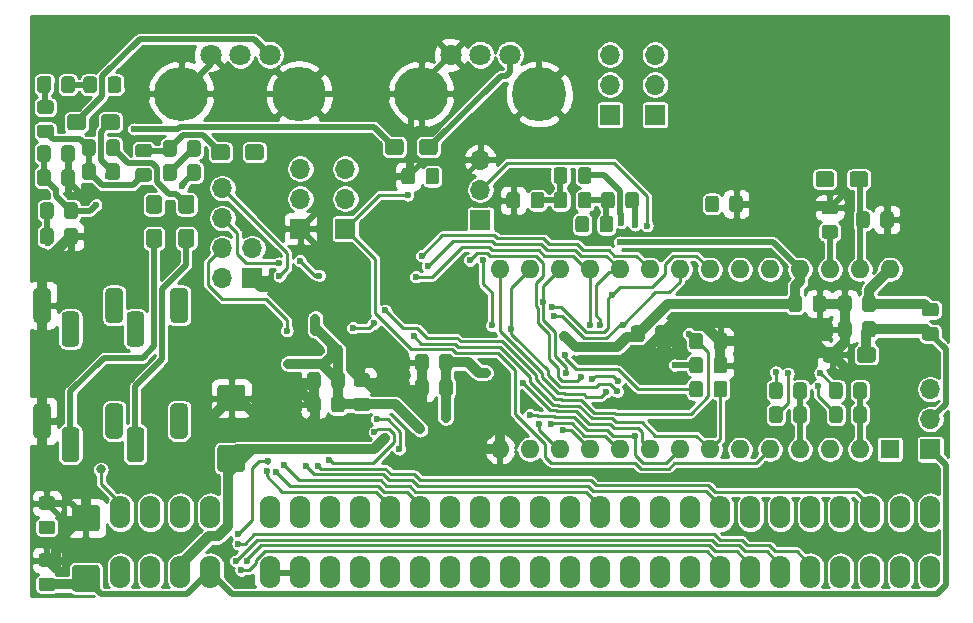
<source format=gbr>
%TF.GenerationSoftware,KiCad,Pcbnew,(5.1.9)-1*%
%TF.CreationDate,2021-06-11T01:10:32-04:00*%
%TF.ProjectId,ZXSwinSID,5a585377-696e-4534-9944-2e6b69636164,rev?*%
%TF.SameCoordinates,Original*%
%TF.FileFunction,Copper,L2,Bot*%
%TF.FilePolarity,Positive*%
%FSLAX46Y46*%
G04 Gerber Fmt 4.6, Leading zero omitted, Abs format (unit mm)*
G04 Created by KiCad (PCBNEW (5.1.9)-1) date 2021-06-11 01:10:32*
%MOMM*%
%LPD*%
G01*
G04 APERTURE LIST*
%TA.AperFunction,ComponentPad*%
%ADD10O,1.727200X2.800000*%
%TD*%
%TA.AperFunction,ComponentPad*%
%ADD11R,1.700000X1.700000*%
%TD*%
%TA.AperFunction,ComponentPad*%
%ADD12O,1.700000X1.700000*%
%TD*%
%TA.AperFunction,ComponentPad*%
%ADD13C,1.800000*%
%TD*%
%TA.AperFunction,ComponentPad*%
%ADD14C,4.600000*%
%TD*%
%TA.AperFunction,ComponentPad*%
%ADD15O,4.600000X4.600000*%
%TD*%
%TA.AperFunction,ComponentPad*%
%ADD16R,1.600000X1.600000*%
%TD*%
%TA.AperFunction,ComponentPad*%
%ADD17O,1.600000X1.600000*%
%TD*%
%TA.AperFunction,ViaPad*%
%ADD18C,0.600000*%
%TD*%
%TA.AperFunction,ViaPad*%
%ADD19C,0.800000*%
%TD*%
%TA.AperFunction,Conductor*%
%ADD20C,0.880000*%
%TD*%
%TA.AperFunction,Conductor*%
%ADD21C,0.488000*%
%TD*%
%TA.AperFunction,Conductor*%
%ADD22C,0.288000*%
%TD*%
%TA.AperFunction,Conductor*%
%ADD23C,0.388000*%
%TD*%
%TA.AperFunction,Conductor*%
%ADD24C,0.250000*%
%TD*%
%TA.AperFunction,Conductor*%
%ADD25C,0.238000*%
%TD*%
%TA.AperFunction,Conductor*%
%ADD26C,0.100000*%
%TD*%
G04 APERTURE END LIST*
%TO.P,J4,5*%
%TO.N,Net-(J4-Pad5)*%
%TA.AperFunction,ComponentPad*%
G36*
G01*
X67678400Y-101005000D02*
X68428400Y-101005000D01*
G75*
G02*
X68803400Y-101380000I0J-375000D01*
G01*
X68803400Y-103630000D01*
G75*
G02*
X68428400Y-104005000I-375000J0D01*
G01*
X67678400Y-104005000D01*
G75*
G02*
X67303400Y-103630000I0J375000D01*
G01*
X67303400Y-101380000D01*
G75*
G02*
X67678400Y-101005000I375000J0D01*
G01*
G37*
%TD.AperFunction*%
%TO.P,J4,4*%
%TO.N,Net-(J4-Pad4)*%
%TA.AperFunction,ComponentPad*%
G36*
G01*
X73178400Y-101005000D02*
X73928400Y-101005000D01*
G75*
G02*
X74303400Y-101380000I0J-375000D01*
G01*
X74303400Y-103630000D01*
G75*
G02*
X73928400Y-104005000I-375000J0D01*
G01*
X73178400Y-104005000D01*
G75*
G02*
X72803400Y-103630000I0J375000D01*
G01*
X72803400Y-101380000D01*
G75*
G02*
X73178400Y-101005000I375000J0D01*
G01*
G37*
%TD.AperFunction*%
%TO.P,J4,3*%
%TO.N,Net-(J4-Pad3)*%
%TA.AperFunction,ComponentPad*%
G36*
G01*
X69478400Y-103005000D02*
X70228400Y-103005000D01*
G75*
G02*
X70603400Y-103380000I0J-375000D01*
G01*
X70603400Y-105630000D01*
G75*
G02*
X70228400Y-106005000I-375000J0D01*
G01*
X69478400Y-106005000D01*
G75*
G02*
X69103400Y-105630000I0J375000D01*
G01*
X69103400Y-103380000D01*
G75*
G02*
X69478400Y-103005000I375000J0D01*
G01*
G37*
%TD.AperFunction*%
%TO.P,J4,2*%
%TO.N,Net-(J4-Pad2)*%
%TA.AperFunction,ComponentPad*%
G36*
G01*
X63978400Y-103005000D02*
X64728400Y-103005000D01*
G75*
G02*
X65103400Y-103380000I0J-375000D01*
G01*
X65103400Y-105630000D01*
G75*
G02*
X64728400Y-106005000I-375000J0D01*
G01*
X63978400Y-106005000D01*
G75*
G02*
X63603400Y-105630000I0J375000D01*
G01*
X63603400Y-103380000D01*
G75*
G02*
X63978400Y-103005000I375000J0D01*
G01*
G37*
%TD.AperFunction*%
%TO.P,J4,1*%
%TO.N,GND*%
%TA.AperFunction,ComponentPad*%
G36*
G01*
X61578400Y-101005000D02*
X62328400Y-101005000D01*
G75*
G02*
X62703400Y-101380000I0J-375000D01*
G01*
X62703400Y-103630000D01*
G75*
G02*
X62328400Y-104005000I-375000J0D01*
G01*
X61578400Y-104005000D01*
G75*
G02*
X61203400Y-103630000I0J375000D01*
G01*
X61203400Y-101380000D01*
G75*
G02*
X61578400Y-101005000I375000J0D01*
G01*
G37*
%TD.AperFunction*%
%TD*%
%TO.P,R6,1*%
%TO.N,/AUDIO_2*%
%TA.AperFunction,SMDPad,CuDef*%
G36*
G01*
X70998501Y-92024000D02*
X70098499Y-92024000D01*
G75*
G02*
X69848500Y-91774001I0J249999D01*
G01*
X69848500Y-91123999D01*
G75*
G02*
X70098499Y-90874000I249999J0D01*
G01*
X70998501Y-90874000D01*
G75*
G02*
X71248500Y-91123999I0J-249999D01*
G01*
X71248500Y-91774001D01*
G75*
G02*
X70998501Y-92024000I-249999J0D01*
G01*
G37*
%TD.AperFunction*%
%TO.P,R6,2*%
%TO.N,Net-(C7-Pad2)*%
%TA.AperFunction,SMDPad,CuDef*%
G36*
G01*
X70998501Y-89974000D02*
X70098499Y-89974000D01*
G75*
G02*
X69848500Y-89724001I0J249999D01*
G01*
X69848500Y-89073999D01*
G75*
G02*
X70098499Y-88824000I249999J0D01*
G01*
X70998501Y-88824000D01*
G75*
G02*
X71248500Y-89073999I0J-249999D01*
G01*
X71248500Y-89724001D01*
G75*
G02*
X70998501Y-89974000I-249999J0D01*
G01*
G37*
%TD.AperFunction*%
%TD*%
D10*
%TO.P,J2,A28*%
%TO.N,/A11*%
X137160000Y-125095000D03*
%TO.P,J2,A27*%
%TO.N,/A9*%
X134620000Y-125095000D03*
%TO.P,J2,A26*%
%TO.N,Net-(J2-PadA26)*%
X132080000Y-125095000D03*
%TO.P,J2,A25*%
%TO.N,Net-(J2-PadA25)*%
X129540000Y-125095000D03*
%TO.P,J2,A24*%
%TO.N,/A4*%
X127000000Y-125095000D03*
%TO.P,J2,A23*%
%TO.N,/A5*%
X124460000Y-125095000D03*
%TO.P,J2,A22*%
%TO.N,/A6*%
X121920000Y-125095000D03*
%TO.P,J2,A21*%
%TO.N,/A7*%
X119380000Y-125095000D03*
%TO.P,J2,A1*%
%TO.N,/A14*%
X68580000Y-125095000D03*
%TO.P,J2,A2*%
%TO.N,/A12*%
X71120000Y-125095000D03*
%TO.P,J2,A3*%
%TO.N,+5V*%
X73660000Y-125095000D03*
%TO.P,J2,A4*%
%TO.N,+9V*%
X76200000Y-125095000D03*
%TO.P,J2,A6*%
%TO.N,GND*%
X81280000Y-125095000D03*
%TO.P,J2,A7*%
X83820000Y-125095000D03*
%TO.P,J2,A8*%
%TO.N,/~CLKCPU*%
X86360000Y-125095000D03*
%TO.P,J2,A9*%
%TO.N,/A0*%
X88900000Y-125095000D03*
%TO.P,J2,A10*%
%TO.N,/A1*%
X91440000Y-125095000D03*
%TO.P,J2,A11*%
%TO.N,/A2*%
X93980000Y-125095000D03*
%TO.P,J2,A12*%
%TO.N,/A3*%
X96520000Y-125095000D03*
%TO.P,J2,A13*%
%TO.N,/~IORQGE*%
X99060000Y-125095000D03*
%TO.P,J2,A14*%
%TO.N,GND*%
X101600000Y-125095000D03*
%TO.P,J2,A15*%
%TO.N,Net-(J2-PadA15)*%
X104140000Y-125095000D03*
%TO.P,J2,A16*%
%TO.N,Net-(J2-PadA16)*%
X106680000Y-125095000D03*
%TO.P,J2,A17*%
%TO.N,Net-(J2-PadA17)*%
X109220000Y-125095000D03*
%TO.P,J2,A18*%
%TO.N,Net-(J2-PadA18)*%
X111760000Y-125095000D03*
%TO.P,J2,A19*%
%TO.N,Net-(J2-PadA19)*%
X114300000Y-125095000D03*
%TO.P,J2,A20*%
%TO.N,/~RST*%
X116840000Y-125095000D03*
%TO.P,J2,B28*%
%TO.N,Net-(J2-PadB28)*%
X137160000Y-120015000D03*
%TO.P,J2,B27*%
%TO.N,/A10*%
X134620000Y-120015000D03*
%TO.P,J2,B26*%
%TO.N,/A8*%
X132080000Y-120015000D03*
%TO.P,J2,B25*%
%TO.N,Net-(J2-PadB25)*%
X129540000Y-120015000D03*
%TO.P,J2,B24*%
%TO.N,Net-(J2-PadB24)*%
X127000000Y-120015000D03*
%TO.P,J2,B23*%
%TO.N,Net-(J2-PadB23)*%
X124460000Y-120015000D03*
%TO.P,J2,B22*%
%TO.N,+12V*%
X121920000Y-120015000D03*
%TO.P,J2,B21*%
%TO.N,/~WAIT*%
X119380000Y-120015000D03*
%TO.P,J2,B1*%
%TO.N,/A15*%
X68580000Y-120015000D03*
%TO.P,J2,B2*%
%TO.N,/A13*%
X71120000Y-120015000D03*
%TO.P,J2,B3*%
%TO.N,/D7*%
X73660000Y-120015000D03*
%TO.P,J2,B4*%
%TO.N,Net-(J2-PadB4)*%
X76200000Y-120015000D03*
%TO.P,J2,B6*%
%TO.N,/D0*%
X81280000Y-120015000D03*
%TO.P,J2,B7*%
%TO.N,/D1*%
X83820000Y-120015000D03*
%TO.P,J2,B8*%
%TO.N,/D2*%
X86360000Y-120015000D03*
%TO.P,J2,B9*%
%TO.N,/D6*%
X88900000Y-120015000D03*
%TO.P,J2,B10*%
%TO.N,/D5*%
X91440000Y-120015000D03*
%TO.P,J2,B11*%
%TO.N,/D3*%
X93980000Y-120015000D03*
%TO.P,J2,B12*%
%TO.N,/D4*%
X96520000Y-120015000D03*
%TO.P,J2,B13*%
%TO.N,Net-(J2-PadB13)*%
X99060000Y-120015000D03*
%TO.P,J2,B14*%
%TO.N,Net-(J2-PadB14)*%
X101600000Y-120015000D03*
%TO.P,J2,B15*%
%TO.N,Net-(J2-PadB15)*%
X104140000Y-120015000D03*
%TO.P,J2,B16*%
%TO.N,Net-(J2-PadB16)*%
X106680000Y-120015000D03*
%TO.P,J2,B17*%
%TO.N,/~IORQ*%
X109220000Y-120015000D03*
%TO.P,J2,B18*%
%TO.N,/~RD*%
X111760000Y-120015000D03*
%TO.P,J2,B19*%
%TO.N,/~WR*%
X114300000Y-120015000D03*
%TO.P,J2,B20*%
%TO.N,Net-(J2-PadB20)*%
X116840000Y-120015000D03*
%TD*%
%TO.P,C3,2*%
%TO.N,Net-(C3-Pad2)*%
%TA.AperFunction,SMDPad,CuDef*%
G36*
G01*
X74593001Y-94727000D02*
X73742999Y-94727000D01*
G75*
G02*
X73493000Y-94477001I0J249999D01*
G01*
X73493000Y-93401999D01*
G75*
G02*
X73742999Y-93152000I249999J0D01*
G01*
X74593001Y-93152000D01*
G75*
G02*
X74843000Y-93401999I0J-249999D01*
G01*
X74843000Y-94477001D01*
G75*
G02*
X74593001Y-94727000I-249999J0D01*
G01*
G37*
%TD.AperFunction*%
%TO.P,C3,1*%
%TO.N,Net-(C3-Pad1)*%
%TA.AperFunction,SMDPad,CuDef*%
G36*
G01*
X74593001Y-97602000D02*
X73742999Y-97602000D01*
G75*
G02*
X73493000Y-97352001I0J249999D01*
G01*
X73493000Y-96276999D01*
G75*
G02*
X73742999Y-96027000I249999J0D01*
G01*
X74593001Y-96027000D01*
G75*
G02*
X74843000Y-96276999I0J-249999D01*
G01*
X74843000Y-97352001D01*
G75*
G02*
X74593001Y-97602000I-249999J0D01*
G01*
G37*
%TD.AperFunction*%
%TD*%
%TO.P,C4,1*%
%TO.N,Net-(C4-Pad1)*%
%TA.AperFunction,SMDPad,CuDef*%
G36*
G01*
X71862501Y-97602000D02*
X71012499Y-97602000D01*
G75*
G02*
X70762500Y-97352001I0J249999D01*
G01*
X70762500Y-96276999D01*
G75*
G02*
X71012499Y-96027000I249999J0D01*
G01*
X71862501Y-96027000D01*
G75*
G02*
X72112500Y-96276999I0J-249999D01*
G01*
X72112500Y-97352001D01*
G75*
G02*
X71862501Y-97602000I-249999J0D01*
G01*
G37*
%TD.AperFunction*%
%TO.P,C4,2*%
%TO.N,Net-(C4-Pad2)*%
%TA.AperFunction,SMDPad,CuDef*%
G36*
G01*
X71862501Y-94727000D02*
X71012499Y-94727000D01*
G75*
G02*
X70762500Y-94477001I0J249999D01*
G01*
X70762500Y-93401999D01*
G75*
G02*
X71012499Y-93152000I249999J0D01*
G01*
X71862501Y-93152000D01*
G75*
G02*
X72112500Y-93401999I0J-249999D01*
G01*
X72112500Y-94477001D01*
G75*
G02*
X71862501Y-94727000I-249999J0D01*
G01*
G37*
%TD.AperFunction*%
%TD*%
%TO.P,C5,1*%
%TO.N,Net-(C5-Pad1)*%
%TA.AperFunction,SMDPad,CuDef*%
G36*
G01*
X61519000Y-92144001D02*
X61519000Y-91243999D01*
G75*
G02*
X61768999Y-90994000I249999J0D01*
G01*
X62419001Y-90994000D01*
G75*
G02*
X62669000Y-91243999I0J-249999D01*
G01*
X62669000Y-92144001D01*
G75*
G02*
X62419001Y-92394000I-249999J0D01*
G01*
X61768999Y-92394000D01*
G75*
G02*
X61519000Y-92144001I0J249999D01*
G01*
G37*
%TD.AperFunction*%
%TO.P,C5,2*%
%TO.N,GND*%
%TA.AperFunction,SMDPad,CuDef*%
G36*
G01*
X63569000Y-92144001D02*
X63569000Y-91243999D01*
G75*
G02*
X63818999Y-90994000I249999J0D01*
G01*
X64469001Y-90994000D01*
G75*
G02*
X64719000Y-91243999I0J-249999D01*
G01*
X64719000Y-92144001D01*
G75*
G02*
X64469001Y-92394000I-249999J0D01*
G01*
X63818999Y-92394000D01*
G75*
G02*
X63569000Y-92144001I0J249999D01*
G01*
G37*
%TD.AperFunction*%
%TD*%
%TO.P,C6,2*%
%TO.N,GND*%
%TA.AperFunction,SMDPad,CuDef*%
G36*
G01*
X102420000Y-93148999D02*
X102420000Y-94049001D01*
G75*
G02*
X102170001Y-94299000I-249999J0D01*
G01*
X101519999Y-94299000D01*
G75*
G02*
X101270000Y-94049001I0J249999D01*
G01*
X101270000Y-93148999D01*
G75*
G02*
X101519999Y-92899000I249999J0D01*
G01*
X102170001Y-92899000D01*
G75*
G02*
X102420000Y-93148999I0J-249999D01*
G01*
G37*
%TD.AperFunction*%
%TO.P,C6,1*%
%TO.N,Net-(C6-Pad1)*%
%TA.AperFunction,SMDPad,CuDef*%
G36*
G01*
X104470000Y-93148999D02*
X104470000Y-94049001D01*
G75*
G02*
X104220001Y-94299000I-249999J0D01*
G01*
X103569999Y-94299000D01*
G75*
G02*
X103320000Y-94049001I0J249999D01*
G01*
X103320000Y-93148999D01*
G75*
G02*
X103569999Y-92899000I249999J0D01*
G01*
X104220001Y-92899000D01*
G75*
G02*
X104470000Y-93148999I0J-249999D01*
G01*
G37*
%TD.AperFunction*%
%TD*%
%TO.P,C7,1*%
%TO.N,Net-(C6-Pad1)*%
%TA.AperFunction,SMDPad,CuDef*%
G36*
G01*
X80711000Y-89109999D02*
X80711000Y-89960001D01*
G75*
G02*
X80461001Y-90210000I-249999J0D01*
G01*
X79385999Y-90210000D01*
G75*
G02*
X79136000Y-89960001I0J249999D01*
G01*
X79136000Y-89109999D01*
G75*
G02*
X79385999Y-88860000I249999J0D01*
G01*
X80461001Y-88860000D01*
G75*
G02*
X80711000Y-89109999I0J-249999D01*
G01*
G37*
%TD.AperFunction*%
%TO.P,C7,2*%
%TO.N,Net-(C7-Pad2)*%
%TA.AperFunction,SMDPad,CuDef*%
G36*
G01*
X77836000Y-89109999D02*
X77836000Y-89960001D01*
G75*
G02*
X77586001Y-90210000I-249999J0D01*
G01*
X76510999Y-90210000D01*
G75*
G02*
X76261000Y-89960001I0J249999D01*
G01*
X76261000Y-89109999D01*
G75*
G02*
X76510999Y-88860000I249999J0D01*
G01*
X77586001Y-88860000D01*
G75*
G02*
X77836000Y-89109999I0J-249999D01*
G01*
G37*
%TD.AperFunction*%
%TD*%
%TO.P,C8,2*%
%TO.N,Net-(C8-Pad2)*%
%TA.AperFunction,SMDPad,CuDef*%
G36*
G01*
X93868000Y-89515501D02*
X93868000Y-88665499D01*
G75*
G02*
X94117999Y-88415500I249999J0D01*
G01*
X95193001Y-88415500D01*
G75*
G02*
X95443000Y-88665499I0J-249999D01*
G01*
X95443000Y-89515501D01*
G75*
G02*
X95193001Y-89765500I-249999J0D01*
G01*
X94117999Y-89765500D01*
G75*
G02*
X93868000Y-89515501I0J249999D01*
G01*
G37*
%TD.AperFunction*%
%TO.P,C8,1*%
%TO.N,Net-(C8-Pad1)*%
%TA.AperFunction,SMDPad,CuDef*%
G36*
G01*
X90993000Y-89515501D02*
X90993000Y-88665499D01*
G75*
G02*
X91242999Y-88415500I249999J0D01*
G01*
X92318001Y-88415500D01*
G75*
G02*
X92568000Y-88665499I0J-249999D01*
G01*
X92568000Y-89515501D01*
G75*
G02*
X92318001Y-89765500I-249999J0D01*
G01*
X91242999Y-89765500D01*
G75*
G02*
X90993000Y-89515501I0J249999D01*
G01*
G37*
%TD.AperFunction*%
%TD*%
%TO.P,C9,1*%
%TO.N,Net-(C9-Pad1)*%
%TA.AperFunction,SMDPad,CuDef*%
G36*
G01*
X68519000Y-86569999D02*
X68519000Y-87420001D01*
G75*
G02*
X68269001Y-87670000I-249999J0D01*
G01*
X67193999Y-87670000D01*
G75*
G02*
X66944000Y-87420001I0J249999D01*
G01*
X66944000Y-86569999D01*
G75*
G02*
X67193999Y-86320000I249999J0D01*
G01*
X68269001Y-86320000D01*
G75*
G02*
X68519000Y-86569999I0J-249999D01*
G01*
G37*
%TD.AperFunction*%
%TO.P,C9,2*%
%TO.N,Net-(C9-Pad2)*%
%TA.AperFunction,SMDPad,CuDef*%
G36*
G01*
X65644000Y-86569999D02*
X65644000Y-87420001D01*
G75*
G02*
X65394001Y-87670000I-249999J0D01*
G01*
X64318999Y-87670000D01*
G75*
G02*
X64069000Y-87420001I0J249999D01*
G01*
X64069000Y-86569999D01*
G75*
G02*
X64318999Y-86320000I249999J0D01*
G01*
X65394001Y-86320000D01*
G75*
G02*
X65644000Y-86569999I0J-249999D01*
G01*
G37*
%TD.AperFunction*%
%TD*%
%TO.P,C10,2*%
%TO.N,GND*%
%TA.AperFunction,SMDPad,CuDef*%
G36*
G01*
X129652000Y-106254999D02*
X129652000Y-107105001D01*
G75*
G02*
X129402001Y-107355000I-249999J0D01*
G01*
X128326999Y-107355000D01*
G75*
G02*
X128077000Y-107105001I0J249999D01*
G01*
X128077000Y-106254999D01*
G75*
G02*
X128326999Y-106005000I249999J0D01*
G01*
X129402001Y-106005000D01*
G75*
G02*
X129652000Y-106254999I0J-249999D01*
G01*
G37*
%TD.AperFunction*%
%TO.P,C10,1*%
%TO.N,VDD*%
%TA.AperFunction,SMDPad,CuDef*%
G36*
G01*
X132527000Y-106254999D02*
X132527000Y-107105001D01*
G75*
G02*
X132277001Y-107355000I-249999J0D01*
G01*
X131201999Y-107355000D01*
G75*
G02*
X130952000Y-107105001I0J249999D01*
G01*
X130952000Y-106254999D01*
G75*
G02*
X131201999Y-106005000I249999J0D01*
G01*
X132277001Y-106005000D01*
G75*
G02*
X132527000Y-106254999I0J-249999D01*
G01*
G37*
%TD.AperFunction*%
%TD*%
%TO.P,C11,1*%
%TO.N,GND*%
%TA.AperFunction,SMDPad,CuDef*%
G36*
G01*
X129337000Y-104971001D02*
X129337000Y-104070999D01*
G75*
G02*
X129586999Y-103821000I249999J0D01*
G01*
X130237001Y-103821000D01*
G75*
G02*
X130487000Y-104070999I0J-249999D01*
G01*
X130487000Y-104971001D01*
G75*
G02*
X130237001Y-105221000I-249999J0D01*
G01*
X129586999Y-105221000D01*
G75*
G02*
X129337000Y-104971001I0J249999D01*
G01*
G37*
%TD.AperFunction*%
%TO.P,C11,2*%
%TO.N,VDD*%
%TA.AperFunction,SMDPad,CuDef*%
G36*
G01*
X131387000Y-104971001D02*
X131387000Y-104070999D01*
G75*
G02*
X131636999Y-103821000I249999J0D01*
G01*
X132287001Y-103821000D01*
G75*
G02*
X132537000Y-104070999I0J-249999D01*
G01*
X132537000Y-104971001D01*
G75*
G02*
X132287001Y-105221000I-249999J0D01*
G01*
X131636999Y-105221000D01*
G75*
G02*
X131387000Y-104971001I0J249999D01*
G01*
G37*
%TD.AperFunction*%
%TD*%
%TO.P,C12,2*%
%TO.N,Net-(C12-Pad2)*%
%TA.AperFunction,SMDPad,CuDef*%
G36*
G01*
X131387000Y-102812001D02*
X131387000Y-101911999D01*
G75*
G02*
X131636999Y-101662000I249999J0D01*
G01*
X132287001Y-101662000D01*
G75*
G02*
X132537000Y-101911999I0J-249999D01*
G01*
X132537000Y-102812001D01*
G75*
G02*
X132287001Y-103062000I-249999J0D01*
G01*
X131636999Y-103062000D01*
G75*
G02*
X131387000Y-102812001I0J249999D01*
G01*
G37*
%TD.AperFunction*%
%TO.P,C12,1*%
%TO.N,GND*%
%TA.AperFunction,SMDPad,CuDef*%
G36*
G01*
X129337000Y-102812001D02*
X129337000Y-101911999D01*
G75*
G02*
X129586999Y-101662000I249999J0D01*
G01*
X130237001Y-101662000D01*
G75*
G02*
X130487000Y-101911999I0J-249999D01*
G01*
X130487000Y-102812001D01*
G75*
G02*
X130237001Y-103062000I-249999J0D01*
G01*
X129586999Y-103062000D01*
G75*
G02*
X129337000Y-102812001I0J249999D01*
G01*
G37*
%TD.AperFunction*%
%TD*%
%TO.P,C13,1*%
%TO.N,Net-(C13-Pad1)*%
%TA.AperFunction,SMDPad,CuDef*%
G36*
G01*
X131892000Y-91395999D02*
X131892000Y-92246001D01*
G75*
G02*
X131642001Y-92496000I-249999J0D01*
G01*
X130566999Y-92496000D01*
G75*
G02*
X130317000Y-92246001I0J249999D01*
G01*
X130317000Y-91395999D01*
G75*
G02*
X130566999Y-91146000I249999J0D01*
G01*
X131642001Y-91146000D01*
G75*
G02*
X131892000Y-91395999I0J-249999D01*
G01*
G37*
%TD.AperFunction*%
%TO.P,C13,2*%
%TO.N,Net-(C13-Pad2)*%
%TA.AperFunction,SMDPad,CuDef*%
G36*
G01*
X129017000Y-91395999D02*
X129017000Y-92246001D01*
G75*
G02*
X128767001Y-92496000I-249999J0D01*
G01*
X127691999Y-92496000D01*
G75*
G02*
X127442000Y-92246001I0J249999D01*
G01*
X127442000Y-91395999D01*
G75*
G02*
X127691999Y-91146000I249999J0D01*
G01*
X128767001Y-91146000D01*
G75*
G02*
X129017000Y-91395999I0J-249999D01*
G01*
G37*
%TD.AperFunction*%
%TD*%
%TO.P,C14,1*%
%TO.N,+5V*%
%TA.AperFunction,SMDPad,CuDef*%
G36*
G01*
X78903001Y-116578000D02*
X77052999Y-116578000D01*
G75*
G02*
X76803000Y-116328001I0J249999D01*
G01*
X76803000Y-114577999D01*
G75*
G02*
X77052999Y-114328000I249999J0D01*
G01*
X78903001Y-114328000D01*
G75*
G02*
X79153000Y-114577999I0J-249999D01*
G01*
X79153000Y-116328001D01*
G75*
G02*
X78903001Y-116578000I-249999J0D01*
G01*
G37*
%TD.AperFunction*%
%TO.P,C14,2*%
%TO.N,GND*%
%TA.AperFunction,SMDPad,CuDef*%
G36*
G01*
X78903001Y-111478000D02*
X77052999Y-111478000D01*
G75*
G02*
X76803000Y-111228001I0J249999D01*
G01*
X76803000Y-109477999D01*
G75*
G02*
X77052999Y-109228000I249999J0D01*
G01*
X78903001Y-109228000D01*
G75*
G02*
X79153000Y-109477999I0J-249999D01*
G01*
X79153000Y-111228001D01*
G75*
G02*
X78903001Y-111478000I-249999J0D01*
G01*
G37*
%TD.AperFunction*%
%TD*%
%TO.P,C15,1*%
%TO.N,+5V*%
%TA.AperFunction,SMDPad,CuDef*%
G36*
G01*
X96723000Y-106864999D02*
X96723000Y-107765001D01*
G75*
G02*
X96473001Y-108015000I-249999J0D01*
G01*
X95822999Y-108015000D01*
G75*
G02*
X95573000Y-107765001I0J249999D01*
G01*
X95573000Y-106864999D01*
G75*
G02*
X95822999Y-106615000I249999J0D01*
G01*
X96473001Y-106615000D01*
G75*
G02*
X96723000Y-106864999I0J-249999D01*
G01*
G37*
%TD.AperFunction*%
%TO.P,C15,2*%
%TO.N,GND*%
%TA.AperFunction,SMDPad,CuDef*%
G36*
G01*
X94673000Y-106864999D02*
X94673000Y-107765001D01*
G75*
G02*
X94423001Y-108015000I-249999J0D01*
G01*
X93772999Y-108015000D01*
G75*
G02*
X93523000Y-107765001I0J249999D01*
G01*
X93523000Y-106864999D01*
G75*
G02*
X93772999Y-106615000I249999J0D01*
G01*
X94423001Y-106615000D01*
G75*
G02*
X94673000Y-106864999I0J-249999D01*
G01*
G37*
%TD.AperFunction*%
%TD*%
%TO.P,C16,2*%
%TO.N,GND*%
%TA.AperFunction,SMDPad,CuDef*%
G36*
G01*
X66584001Y-121638000D02*
X64733999Y-121638000D01*
G75*
G02*
X64484000Y-121388001I0J249999D01*
G01*
X64484000Y-119637999D01*
G75*
G02*
X64733999Y-119388000I249999J0D01*
G01*
X66584001Y-119388000D01*
G75*
G02*
X66834000Y-119637999I0J-249999D01*
G01*
X66834000Y-121388001D01*
G75*
G02*
X66584001Y-121638000I-249999J0D01*
G01*
G37*
%TD.AperFunction*%
%TO.P,C16,1*%
%TO.N,+9V*%
%TA.AperFunction,SMDPad,CuDef*%
G36*
G01*
X66584001Y-126738000D02*
X64733999Y-126738000D01*
G75*
G02*
X64484000Y-126488001I0J249999D01*
G01*
X64484000Y-124737999D01*
G75*
G02*
X64733999Y-124488000I249999J0D01*
G01*
X66584001Y-124488000D01*
G75*
G02*
X66834000Y-124737999I0J-249999D01*
G01*
X66834000Y-126488001D01*
G75*
G02*
X66584001Y-126738000I-249999J0D01*
G01*
G37*
%TD.AperFunction*%
%TD*%
%TO.P,C17,2*%
%TO.N,GND*%
%TA.AperFunction,SMDPad,CuDef*%
G36*
G01*
X113861000Y-105352001D02*
X113861000Y-104451999D01*
G75*
G02*
X114110999Y-104202000I249999J0D01*
G01*
X114761001Y-104202000D01*
G75*
G02*
X115011000Y-104451999I0J-249999D01*
G01*
X115011000Y-105352001D01*
G75*
G02*
X114761001Y-105602000I-249999J0D01*
G01*
X114110999Y-105602000D01*
G75*
G02*
X113861000Y-105352001I0J249999D01*
G01*
G37*
%TD.AperFunction*%
%TO.P,C17,1*%
%TO.N,+5V*%
%TA.AperFunction,SMDPad,CuDef*%
G36*
G01*
X111811000Y-105352001D02*
X111811000Y-104451999D01*
G75*
G02*
X112060999Y-104202000I249999J0D01*
G01*
X112711001Y-104202000D01*
G75*
G02*
X112961000Y-104451999I0J-249999D01*
G01*
X112961000Y-105352001D01*
G75*
G02*
X112711001Y-105602000I-249999J0D01*
G01*
X112060999Y-105602000D01*
G75*
G02*
X111811000Y-105352001I0J249999D01*
G01*
G37*
%TD.AperFunction*%
%TD*%
%TO.P,C18,1*%
%TO.N,GND*%
%TA.AperFunction,SMDPad,CuDef*%
G36*
G01*
X61906999Y-123495000D02*
X62807001Y-123495000D01*
G75*
G02*
X63057000Y-123744999I0J-249999D01*
G01*
X63057000Y-124395001D01*
G75*
G02*
X62807001Y-124645000I-249999J0D01*
G01*
X61906999Y-124645000D01*
G75*
G02*
X61657000Y-124395001I0J249999D01*
G01*
X61657000Y-123744999D01*
G75*
G02*
X61906999Y-123495000I249999J0D01*
G01*
G37*
%TD.AperFunction*%
%TO.P,C18,2*%
%TO.N,+9V*%
%TA.AperFunction,SMDPad,CuDef*%
G36*
G01*
X61906999Y-125545000D02*
X62807001Y-125545000D01*
G75*
G02*
X63057000Y-125794999I0J-249999D01*
G01*
X63057000Y-126445001D01*
G75*
G02*
X62807001Y-126695000I-249999J0D01*
G01*
X61906999Y-126695000D01*
G75*
G02*
X61657000Y-126445001I0J249999D01*
G01*
X61657000Y-125794999D01*
G75*
G02*
X61906999Y-125545000I249999J0D01*
G01*
G37*
%TD.AperFunction*%
%TD*%
%TO.P,C19,1*%
%TO.N,+5V*%
%TA.AperFunction,SMDPad,CuDef*%
G36*
G01*
X96723000Y-109023999D02*
X96723000Y-109924001D01*
G75*
G02*
X96473001Y-110174000I-249999J0D01*
G01*
X95822999Y-110174000D01*
G75*
G02*
X95573000Y-109924001I0J249999D01*
G01*
X95573000Y-109023999D01*
G75*
G02*
X95822999Y-108774000I249999J0D01*
G01*
X96473001Y-108774000D01*
G75*
G02*
X96723000Y-109023999I0J-249999D01*
G01*
G37*
%TD.AperFunction*%
%TO.P,C19,2*%
%TO.N,GND*%
%TA.AperFunction,SMDPad,CuDef*%
G36*
G01*
X94673000Y-109023999D02*
X94673000Y-109924001D01*
G75*
G02*
X94423001Y-110174000I-249999J0D01*
G01*
X93772999Y-110174000D01*
G75*
G02*
X93523000Y-109924001I0J249999D01*
G01*
X93523000Y-109023999D01*
G75*
G02*
X93772999Y-108774000I249999J0D01*
G01*
X94423001Y-108774000D01*
G75*
G02*
X94673000Y-109023999I0J-249999D01*
G01*
G37*
%TD.AperFunction*%
%TD*%
%TO.P,C20,2*%
%TO.N,GND*%
%TA.AperFunction,SMDPad,CuDef*%
G36*
G01*
X89477001Y-109405000D02*
X88576999Y-109405000D01*
G75*
G02*
X88327000Y-109155001I0J249999D01*
G01*
X88327000Y-108504999D01*
G75*
G02*
X88576999Y-108255000I249999J0D01*
G01*
X89477001Y-108255000D01*
G75*
G02*
X89727000Y-108504999I0J-249999D01*
G01*
X89727000Y-109155001D01*
G75*
G02*
X89477001Y-109405000I-249999J0D01*
G01*
G37*
%TD.AperFunction*%
%TO.P,C20,1*%
%TO.N,+3V3*%
%TA.AperFunction,SMDPad,CuDef*%
G36*
G01*
X89477001Y-111455000D02*
X88576999Y-111455000D01*
G75*
G02*
X88327000Y-111205001I0J249999D01*
G01*
X88327000Y-110554999D01*
G75*
G02*
X88576999Y-110305000I249999J0D01*
G01*
X89477001Y-110305000D01*
G75*
G02*
X89727000Y-110554999I0J-249999D01*
G01*
X89727000Y-111205001D01*
G75*
G02*
X89477001Y-111455000I-249999J0D01*
G01*
G37*
%TD.AperFunction*%
%TD*%
%TO.P,C21,2*%
%TO.N,GND*%
%TA.AperFunction,SMDPad,CuDef*%
G36*
G01*
X62807001Y-119819000D02*
X61906999Y-119819000D01*
G75*
G02*
X61657000Y-119569001I0J249999D01*
G01*
X61657000Y-118918999D01*
G75*
G02*
X61906999Y-118669000I249999J0D01*
G01*
X62807001Y-118669000D01*
G75*
G02*
X63057000Y-118918999I0J-249999D01*
G01*
X63057000Y-119569001D01*
G75*
G02*
X62807001Y-119819000I-249999J0D01*
G01*
G37*
%TD.AperFunction*%
%TO.P,C21,1*%
%TO.N,+6V*%
%TA.AperFunction,SMDPad,CuDef*%
G36*
G01*
X62807001Y-121869000D02*
X61906999Y-121869000D01*
G75*
G02*
X61657000Y-121619001I0J249999D01*
G01*
X61657000Y-120968999D01*
G75*
G02*
X61906999Y-120719000I249999J0D01*
G01*
X62807001Y-120719000D01*
G75*
G02*
X63057000Y-120968999I0J-249999D01*
G01*
X63057000Y-121619001D01*
G75*
G02*
X62807001Y-121869000I-249999J0D01*
G01*
G37*
%TD.AperFunction*%
%TD*%
%TO.P,C22,1*%
%TO.N,+3V3*%
%TA.AperFunction,SMDPad,CuDef*%
G36*
G01*
X87579000Y-108388999D02*
X87579000Y-109289001D01*
G75*
G02*
X87329001Y-109539000I-249999J0D01*
G01*
X86678999Y-109539000D01*
G75*
G02*
X86429000Y-109289001I0J249999D01*
G01*
X86429000Y-108388999D01*
G75*
G02*
X86678999Y-108139000I249999J0D01*
G01*
X87329001Y-108139000D01*
G75*
G02*
X87579000Y-108388999I0J-249999D01*
G01*
G37*
%TD.AperFunction*%
%TO.P,C22,2*%
%TO.N,GND*%
%TA.AperFunction,SMDPad,CuDef*%
G36*
G01*
X85529000Y-108388999D02*
X85529000Y-109289001D01*
G75*
G02*
X85279001Y-109539000I-249999J0D01*
G01*
X84628999Y-109539000D01*
G75*
G02*
X84379000Y-109289001I0J249999D01*
G01*
X84379000Y-108388999D01*
G75*
G02*
X84628999Y-108139000I249999J0D01*
G01*
X85279001Y-108139000D01*
G75*
G02*
X85529000Y-108388999I0J-249999D01*
G01*
G37*
%TD.AperFunction*%
%TD*%
%TO.P,C23,2*%
%TO.N,GND*%
%TA.AperFunction,SMDPad,CuDef*%
G36*
G01*
X63823000Y-97097001D02*
X63823000Y-96196999D01*
G75*
G02*
X64072999Y-95947000I249999J0D01*
G01*
X64723001Y-95947000D01*
G75*
G02*
X64973000Y-96196999I0J-249999D01*
G01*
X64973000Y-97097001D01*
G75*
G02*
X64723001Y-97347000I-249999J0D01*
G01*
X64072999Y-97347000D01*
G75*
G02*
X63823000Y-97097001I0J249999D01*
G01*
G37*
%TD.AperFunction*%
%TO.P,C23,1*%
%TO.N,+6V*%
%TA.AperFunction,SMDPad,CuDef*%
G36*
G01*
X61773000Y-97097001D02*
X61773000Y-96196999D01*
G75*
G02*
X62022999Y-95947000I249999J0D01*
G01*
X62673001Y-95947000D01*
G75*
G02*
X62923000Y-96196999I0J-249999D01*
G01*
X62923000Y-97097001D01*
G75*
G02*
X62673001Y-97347000I-249999J0D01*
G01*
X62022999Y-97347000D01*
G75*
G02*
X61773000Y-97097001I0J249999D01*
G01*
G37*
%TD.AperFunction*%
%TD*%
%TO.P,C24,2*%
%TO.N,GND*%
%TA.AperFunction,SMDPad,CuDef*%
G36*
G01*
X85529000Y-110420999D02*
X85529000Y-111321001D01*
G75*
G02*
X85279001Y-111571000I-249999J0D01*
G01*
X84628999Y-111571000D01*
G75*
G02*
X84379000Y-111321001I0J249999D01*
G01*
X84379000Y-110420999D01*
G75*
G02*
X84628999Y-110171000I249999J0D01*
G01*
X85279001Y-110171000D01*
G75*
G02*
X85529000Y-110420999I0J-249999D01*
G01*
G37*
%TD.AperFunction*%
%TO.P,C24,1*%
%TO.N,+3V3*%
%TA.AperFunction,SMDPad,CuDef*%
G36*
G01*
X87579000Y-110420999D02*
X87579000Y-111321001D01*
G75*
G02*
X87329001Y-111571000I-249999J0D01*
G01*
X86678999Y-111571000D01*
G75*
G02*
X86429000Y-111321001I0J249999D01*
G01*
X86429000Y-110420999D01*
G75*
G02*
X86678999Y-110171000I249999J0D01*
G01*
X87329001Y-110171000D01*
G75*
G02*
X87579000Y-110420999I0J-249999D01*
G01*
G37*
%TD.AperFunction*%
%TD*%
%TO.P,C25,2*%
%TO.N,GND*%
%TA.AperFunction,SMDPad,CuDef*%
G36*
G01*
X127196000Y-102812001D02*
X127196000Y-101911999D01*
G75*
G02*
X127445999Y-101662000I249999J0D01*
G01*
X128096001Y-101662000D01*
G75*
G02*
X128346000Y-101911999I0J-249999D01*
G01*
X128346000Y-102812001D01*
G75*
G02*
X128096001Y-103062000I-249999J0D01*
G01*
X127445999Y-103062000D01*
G75*
G02*
X127196000Y-102812001I0J249999D01*
G01*
G37*
%TD.AperFunction*%
%TO.P,C25,1*%
%TO.N,+5V*%
%TA.AperFunction,SMDPad,CuDef*%
G36*
G01*
X125146000Y-102812001D02*
X125146000Y-101911999D01*
G75*
G02*
X125395999Y-101662000I249999J0D01*
G01*
X126046001Y-101662000D01*
G75*
G02*
X126296000Y-101911999I0J-249999D01*
G01*
X126296000Y-102812001D01*
G75*
G02*
X126046001Y-103062000I-249999J0D01*
G01*
X125395999Y-103062000D01*
G75*
G02*
X125146000Y-102812001I0J249999D01*
G01*
G37*
%TD.AperFunction*%
%TD*%
%TO.P,C26,1*%
%TO.N,Net-(C26-Pad1)*%
%TA.AperFunction,SMDPad,CuDef*%
G36*
G01*
X128575000Y-112210001D02*
X128575000Y-111309999D01*
G75*
G02*
X128824999Y-111060000I249999J0D01*
G01*
X129475001Y-111060000D01*
G75*
G02*
X129725000Y-111309999I0J-249999D01*
G01*
X129725000Y-112210001D01*
G75*
G02*
X129475001Y-112460000I-249999J0D01*
G01*
X128824999Y-112460000D01*
G75*
G02*
X128575000Y-112210001I0J249999D01*
G01*
G37*
%TD.AperFunction*%
%TO.P,C26,2*%
%TO.N,Net-(C26-Pad2)*%
%TA.AperFunction,SMDPad,CuDef*%
G36*
G01*
X130625000Y-112210001D02*
X130625000Y-111309999D01*
G75*
G02*
X130874999Y-111060000I249999J0D01*
G01*
X131525001Y-111060000D01*
G75*
G02*
X131775000Y-111309999I0J-249999D01*
G01*
X131775000Y-112210001D01*
G75*
G02*
X131525001Y-112460000I-249999J0D01*
G01*
X130874999Y-112460000D01*
G75*
G02*
X130625000Y-112210001I0J249999D01*
G01*
G37*
%TD.AperFunction*%
%TD*%
%TO.P,C27,2*%
%TO.N,Net-(C27-Pad2)*%
%TA.AperFunction,SMDPad,CuDef*%
G36*
G01*
X125545000Y-112210001D02*
X125545000Y-111309999D01*
G75*
G02*
X125794999Y-111060000I249999J0D01*
G01*
X126445001Y-111060000D01*
G75*
G02*
X126695000Y-111309999I0J-249999D01*
G01*
X126695000Y-112210001D01*
G75*
G02*
X126445001Y-112460000I-249999J0D01*
G01*
X125794999Y-112460000D01*
G75*
G02*
X125545000Y-112210001I0J249999D01*
G01*
G37*
%TD.AperFunction*%
%TO.P,C27,1*%
%TO.N,Net-(C27-Pad1)*%
%TA.AperFunction,SMDPad,CuDef*%
G36*
G01*
X123495000Y-112210001D02*
X123495000Y-111309999D01*
G75*
G02*
X123744999Y-111060000I249999J0D01*
G01*
X124395001Y-111060000D01*
G75*
G02*
X124645000Y-111309999I0J-249999D01*
G01*
X124645000Y-112210001D01*
G75*
G02*
X124395001Y-112460000I-249999J0D01*
G01*
X123744999Y-112460000D01*
G75*
G02*
X123495000Y-112210001I0J249999D01*
G01*
G37*
%TD.AperFunction*%
%TD*%
%TO.P,C28,1*%
%TO.N,Net-(C28-Pad1)*%
%TA.AperFunction,SMDPad,CuDef*%
G36*
G01*
X128575000Y-110178001D02*
X128575000Y-109277999D01*
G75*
G02*
X128824999Y-109028000I249999J0D01*
G01*
X129475001Y-109028000D01*
G75*
G02*
X129725000Y-109277999I0J-249999D01*
G01*
X129725000Y-110178001D01*
G75*
G02*
X129475001Y-110428000I-249999J0D01*
G01*
X128824999Y-110428000D01*
G75*
G02*
X128575000Y-110178001I0J249999D01*
G01*
G37*
%TD.AperFunction*%
%TO.P,C28,2*%
%TO.N,Net-(C26-Pad2)*%
%TA.AperFunction,SMDPad,CuDef*%
G36*
G01*
X130625000Y-110178001D02*
X130625000Y-109277999D01*
G75*
G02*
X130874999Y-109028000I249999J0D01*
G01*
X131525001Y-109028000D01*
G75*
G02*
X131775000Y-109277999I0J-249999D01*
G01*
X131775000Y-110178001D01*
G75*
G02*
X131525001Y-110428000I-249999J0D01*
G01*
X130874999Y-110428000D01*
G75*
G02*
X130625000Y-110178001I0J249999D01*
G01*
G37*
%TD.AperFunction*%
%TD*%
%TO.P,C29,1*%
%TO.N,Net-(C29-Pad1)*%
%TA.AperFunction,SMDPad,CuDef*%
G36*
G01*
X123495000Y-110178001D02*
X123495000Y-109277999D01*
G75*
G02*
X123744999Y-109028000I249999J0D01*
G01*
X124395001Y-109028000D01*
G75*
G02*
X124645000Y-109277999I0J-249999D01*
G01*
X124645000Y-110178001D01*
G75*
G02*
X124395001Y-110428000I-249999J0D01*
G01*
X123744999Y-110428000D01*
G75*
G02*
X123495000Y-110178001I0J249999D01*
G01*
G37*
%TD.AperFunction*%
%TO.P,C29,2*%
%TO.N,Net-(C27-Pad2)*%
%TA.AperFunction,SMDPad,CuDef*%
G36*
G01*
X125545000Y-110178001D02*
X125545000Y-109277999D01*
G75*
G02*
X125794999Y-109028000I249999J0D01*
G01*
X126445001Y-109028000D01*
G75*
G02*
X126695000Y-109277999I0J-249999D01*
G01*
X126695000Y-110178001D01*
G75*
G02*
X126445001Y-110428000I-249999J0D01*
G01*
X125794999Y-110428000D01*
G75*
G02*
X125545000Y-110178001I0J249999D01*
G01*
G37*
%TD.AperFunction*%
%TD*%
%TO.P,FB1,1*%
%TO.N,Net-(C12-Pad2)*%
%TA.AperFunction,SMDPad,CuDef*%
G36*
G01*
X136709999Y-102286000D02*
X137610001Y-102286000D01*
G75*
G02*
X137860000Y-102535999I0J-249999D01*
G01*
X137860000Y-103186001D01*
G75*
G02*
X137610001Y-103436000I-249999J0D01*
G01*
X136709999Y-103436000D01*
G75*
G02*
X136460000Y-103186001I0J249999D01*
G01*
X136460000Y-102535999D01*
G75*
G02*
X136709999Y-102286000I249999J0D01*
G01*
G37*
%TD.AperFunction*%
%TO.P,FB1,2*%
%TO.N,VDD*%
%TA.AperFunction,SMDPad,CuDef*%
G36*
G01*
X136709999Y-104336000D02*
X137610001Y-104336000D01*
G75*
G02*
X137860000Y-104585999I0J-249999D01*
G01*
X137860000Y-105236001D01*
G75*
G02*
X137610001Y-105486000I-249999J0D01*
G01*
X136709999Y-105486000D01*
G75*
G02*
X136460000Y-105236001I0J249999D01*
G01*
X136460000Y-104585999D01*
G75*
G02*
X136709999Y-104336000I249999J0D01*
G01*
G37*
%TD.AperFunction*%
%TD*%
D11*
%TO.P,J1,1*%
%TO.N,GND*%
X79756000Y-100203000D03*
D12*
%TO.P,J1,2*%
%TO.N,Net-(J1-Pad2)*%
X77216000Y-100203000D03*
%TO.P,J1,3*%
%TO.N,+3V3*%
X79756000Y-97663000D03*
%TO.P,J1,4*%
%TO.N,Net-(J1-Pad4)*%
X77216000Y-97663000D03*
%TO.P,J1,6*%
%TO.N,Net-(J1-Pad6)*%
X77216000Y-95123000D03*
%TO.P,J1,8*%
%TO.N,Net-(J1-Pad8)*%
X77216000Y-92583000D03*
%TD*%
%TO.P,J3,1*%
%TO.N,GND*%
%TA.AperFunction,ComponentPad*%
G36*
G01*
X61578400Y-110784000D02*
X62328400Y-110784000D01*
G75*
G02*
X62703400Y-111159000I0J-375000D01*
G01*
X62703400Y-113409000D01*
G75*
G02*
X62328400Y-113784000I-375000J0D01*
G01*
X61578400Y-113784000D01*
G75*
G02*
X61203400Y-113409000I0J375000D01*
G01*
X61203400Y-111159000D01*
G75*
G02*
X61578400Y-110784000I375000J0D01*
G01*
G37*
%TD.AperFunction*%
%TO.P,J3,2*%
%TO.N,Net-(C4-Pad1)*%
%TA.AperFunction,ComponentPad*%
G36*
G01*
X63978400Y-112784000D02*
X64728400Y-112784000D01*
G75*
G02*
X65103400Y-113159000I0J-375000D01*
G01*
X65103400Y-115409000D01*
G75*
G02*
X64728400Y-115784000I-375000J0D01*
G01*
X63978400Y-115784000D01*
G75*
G02*
X63603400Y-115409000I0J375000D01*
G01*
X63603400Y-113159000D01*
G75*
G02*
X63978400Y-112784000I375000J0D01*
G01*
G37*
%TD.AperFunction*%
%TO.P,J3,3*%
%TO.N,Net-(C3-Pad1)*%
%TA.AperFunction,ComponentPad*%
G36*
G01*
X69478400Y-112784000D02*
X70228400Y-112784000D01*
G75*
G02*
X70603400Y-113159000I0J-375000D01*
G01*
X70603400Y-115409000D01*
G75*
G02*
X70228400Y-115784000I-375000J0D01*
G01*
X69478400Y-115784000D01*
G75*
G02*
X69103400Y-115409000I0J375000D01*
G01*
X69103400Y-113159000D01*
G75*
G02*
X69478400Y-112784000I375000J0D01*
G01*
G37*
%TD.AperFunction*%
%TO.P,J3,4*%
%TO.N,Net-(J3-Pad4)*%
%TA.AperFunction,ComponentPad*%
G36*
G01*
X73178400Y-110784000D02*
X73928400Y-110784000D01*
G75*
G02*
X74303400Y-111159000I0J-375000D01*
G01*
X74303400Y-113409000D01*
G75*
G02*
X73928400Y-113784000I-375000J0D01*
G01*
X73178400Y-113784000D01*
G75*
G02*
X72803400Y-113409000I0J375000D01*
G01*
X72803400Y-111159000D01*
G75*
G02*
X73178400Y-110784000I375000J0D01*
G01*
G37*
%TD.AperFunction*%
%TO.P,J3,5*%
%TO.N,Net-(J3-Pad5)*%
%TA.AperFunction,ComponentPad*%
G36*
G01*
X67678400Y-110784000D02*
X68428400Y-110784000D01*
G75*
G02*
X68803400Y-111159000I0J-375000D01*
G01*
X68803400Y-113409000D01*
G75*
G02*
X68428400Y-113784000I-375000J0D01*
G01*
X67678400Y-113784000D01*
G75*
G02*
X67303400Y-113409000I0J375000D01*
G01*
X67303400Y-111159000D01*
G75*
G02*
X67678400Y-110784000I375000J0D01*
G01*
G37*
%TD.AperFunction*%
%TD*%
%TO.P,JP1,3*%
%TO.N,/~AVR_RST*%
X87630000Y-90932000D03*
%TO.P,JP1,2*%
%TO.N,/~SID_RST*%
X87630000Y-93472000D03*
D11*
%TO.P,JP1,1*%
%TO.N,/~REAL_RST*%
X87630000Y-96012000D03*
%TD*%
%TO.P,JP2,1*%
%TO.N,Net-(JP2-Pad1)*%
X99060000Y-95250000D03*
D12*
%TO.P,JP2,2*%
%TO.N,Net-(JP2-Pad2)*%
X99060000Y-92710000D03*
%TO.P,JP2,3*%
%TO.N,GND*%
X99060000Y-90170000D03*
%TD*%
%TO.P,JP3,3*%
%TO.N,+12V*%
X137160000Y-109601000D03*
%TO.P,JP3,2*%
%TO.N,VDD*%
X137160000Y-112141000D03*
D11*
%TO.P,JP3,1*%
%TO.N,+9V*%
X137160000Y-114681000D03*
%TD*%
D12*
%TO.P,JP4,3*%
%TO.N,Net-(C26-Pad1)*%
X113855500Y-81280000D03*
%TO.P,JP4,2*%
%TO.N,Net-(JP4-Pad2)*%
X113855500Y-83820000D03*
D11*
%TO.P,JP4,1*%
%TO.N,Net-(C28-Pad1)*%
X113855500Y-86360000D03*
%TD*%
%TO.P,JP5,1*%
%TO.N,Net-(C29-Pad1)*%
X110045500Y-86360000D03*
D12*
%TO.P,JP5,2*%
%TO.N,Net-(JP5-Pad2)*%
X110045500Y-83820000D03*
%TO.P,JP5,3*%
%TO.N,Net-(C27-Pad1)*%
X110045500Y-81280000D03*
%TD*%
D11*
%TO.P,JP6,1*%
%TO.N,GND*%
X83820000Y-96012000D03*
D12*
%TO.P,JP6,2*%
%TO.N,Net-(JP6-Pad2)*%
X83820000Y-93472000D03*
%TO.P,JP6,3*%
%TO.N,+3V3*%
X83820000Y-90932000D03*
%TD*%
%TO.P,R1,1*%
%TO.N,Net-(R1-Pad1)*%
%TA.AperFunction,SMDPad,CuDef*%
G36*
G01*
X109271000Y-94049001D02*
X109271000Y-93148999D01*
G75*
G02*
X109520999Y-92899000I249999J0D01*
G01*
X110171001Y-92899000D01*
G75*
G02*
X110421000Y-93148999I0J-249999D01*
G01*
X110421000Y-94049001D01*
G75*
G02*
X110171001Y-94299000I-249999J0D01*
G01*
X109520999Y-94299000D01*
G75*
G02*
X109271000Y-94049001I0J249999D01*
G01*
G37*
%TD.AperFunction*%
%TO.P,R1,2*%
%TO.N,Net-(R1-Pad2)*%
%TA.AperFunction,SMDPad,CuDef*%
G36*
G01*
X111321000Y-94049001D02*
X111321000Y-93148999D01*
G75*
G02*
X111570999Y-92899000I249999J0D01*
G01*
X112221001Y-92899000D01*
G75*
G02*
X112471000Y-93148999I0J-249999D01*
G01*
X112471000Y-94049001D01*
G75*
G02*
X112221001Y-94299000I-249999J0D01*
G01*
X111570999Y-94299000D01*
G75*
G02*
X111321000Y-94049001I0J249999D01*
G01*
G37*
%TD.AperFunction*%
%TD*%
%TO.P,R2,2*%
%TO.N,Net-(R2-Pad2)*%
%TA.AperFunction,SMDPad,CuDef*%
G36*
G01*
X108262000Y-95180999D02*
X108262000Y-96081001D01*
G75*
G02*
X108012001Y-96331000I-249999J0D01*
G01*
X107361999Y-96331000D01*
G75*
G02*
X107112000Y-96081001I0J249999D01*
G01*
X107112000Y-95180999D01*
G75*
G02*
X107361999Y-94931000I249999J0D01*
G01*
X108012001Y-94931000D01*
G75*
G02*
X108262000Y-95180999I0J-249999D01*
G01*
G37*
%TD.AperFunction*%
%TO.P,R2,1*%
%TO.N,Net-(R1-Pad1)*%
%TA.AperFunction,SMDPad,CuDef*%
G36*
G01*
X110312000Y-95180999D02*
X110312000Y-96081001D01*
G75*
G02*
X110062001Y-96331000I-249999J0D01*
G01*
X109411999Y-96331000D01*
G75*
G02*
X109162000Y-96081001I0J249999D01*
G01*
X109162000Y-95180999D01*
G75*
G02*
X109411999Y-94931000I249999J0D01*
G01*
X110062001Y-94931000D01*
G75*
G02*
X110312000Y-95180999I0J-249999D01*
G01*
G37*
%TD.AperFunction*%
%TD*%
%TO.P,R3,2*%
%TO.N,Net-(R1-Pad1)*%
%TA.AperFunction,SMDPad,CuDef*%
G36*
G01*
X107320500Y-94049001D02*
X107320500Y-93148999D01*
G75*
G02*
X107570499Y-92899000I249999J0D01*
G01*
X108220501Y-92899000D01*
G75*
G02*
X108470500Y-93148999I0J-249999D01*
G01*
X108470500Y-94049001D01*
G75*
G02*
X108220501Y-94299000I-249999J0D01*
G01*
X107570499Y-94299000D01*
G75*
G02*
X107320500Y-94049001I0J249999D01*
G01*
G37*
%TD.AperFunction*%
%TO.P,R3,1*%
%TO.N,Net-(C6-Pad1)*%
%TA.AperFunction,SMDPad,CuDef*%
G36*
G01*
X105270500Y-94049001D02*
X105270500Y-93148999D01*
G75*
G02*
X105520499Y-92899000I249999J0D01*
G01*
X106170501Y-92899000D01*
G75*
G02*
X106420500Y-93148999I0J-249999D01*
G01*
X106420500Y-94049001D01*
G75*
G02*
X106170501Y-94299000I-249999J0D01*
G01*
X105520499Y-94299000D01*
G75*
G02*
X105270500Y-94049001I0J249999D01*
G01*
G37*
%TD.AperFunction*%
%TD*%
%TO.P,R4,1*%
%TO.N,/AUDIO_2*%
%TA.AperFunction,SMDPad,CuDef*%
G36*
G01*
X65329000Y-89604001D02*
X65329000Y-88703999D01*
G75*
G02*
X65578999Y-88454000I249999J0D01*
G01*
X66229001Y-88454000D01*
G75*
G02*
X66479000Y-88703999I0J-249999D01*
G01*
X66479000Y-89604001D01*
G75*
G02*
X66229001Y-89854000I-249999J0D01*
G01*
X65578999Y-89854000D01*
G75*
G02*
X65329000Y-89604001I0J249999D01*
G01*
G37*
%TD.AperFunction*%
%TO.P,R4,2*%
%TO.N,Net-(C3-Pad2)*%
%TA.AperFunction,SMDPad,CuDef*%
G36*
G01*
X67379000Y-89604001D02*
X67379000Y-88703999D01*
G75*
G02*
X67628999Y-88454000I249999J0D01*
G01*
X68279001Y-88454000D01*
G75*
G02*
X68529000Y-88703999I0J-249999D01*
G01*
X68529000Y-89604001D01*
G75*
G02*
X68279001Y-89854000I-249999J0D01*
G01*
X67628999Y-89854000D01*
G75*
G02*
X67379000Y-89604001I0J249999D01*
G01*
G37*
%TD.AperFunction*%
%TD*%
%TO.P,R5,2*%
%TO.N,Net-(C4-Pad2)*%
%TA.AperFunction,SMDPad,CuDef*%
G36*
G01*
X74237000Y-91699501D02*
X74237000Y-90799499D01*
G75*
G02*
X74486999Y-90549500I249999J0D01*
G01*
X75137001Y-90549500D01*
G75*
G02*
X75387000Y-90799499I0J-249999D01*
G01*
X75387000Y-91699501D01*
G75*
G02*
X75137001Y-91949500I-249999J0D01*
G01*
X74486999Y-91949500D01*
G75*
G02*
X74237000Y-91699501I0J249999D01*
G01*
G37*
%TD.AperFunction*%
%TO.P,R5,1*%
%TO.N,/AUDIO_1*%
%TA.AperFunction,SMDPad,CuDef*%
G36*
G01*
X72187000Y-91699501D02*
X72187000Y-90799499D01*
G75*
G02*
X72436999Y-90549500I249999J0D01*
G01*
X73087001Y-90549500D01*
G75*
G02*
X73337000Y-90799499I0J-249999D01*
G01*
X73337000Y-91699501D01*
G75*
G02*
X73087001Y-91949500I-249999J0D01*
G01*
X72436999Y-91949500D01*
G75*
G02*
X72187000Y-91699501I0J249999D01*
G01*
G37*
%TD.AperFunction*%
%TD*%
%TO.P,R7,2*%
%TO.N,Net-(C7-Pad2)*%
%TA.AperFunction,SMDPad,CuDef*%
G36*
G01*
X73337000Y-88767499D02*
X73337000Y-89667501D01*
G75*
G02*
X73087001Y-89917500I-249999J0D01*
G01*
X72436999Y-89917500D01*
G75*
G02*
X72187000Y-89667501I0J249999D01*
G01*
X72187000Y-88767499D01*
G75*
G02*
X72436999Y-88517500I249999J0D01*
G01*
X73087001Y-88517500D01*
G75*
G02*
X73337000Y-88767499I0J-249999D01*
G01*
G37*
%TD.AperFunction*%
%TO.P,R7,1*%
%TO.N,/AUDIO_1*%
%TA.AperFunction,SMDPad,CuDef*%
G36*
G01*
X75387000Y-88767499D02*
X75387000Y-89667501D01*
G75*
G02*
X75137001Y-89917500I-249999J0D01*
G01*
X74486999Y-89917500D01*
G75*
G02*
X74237000Y-89667501I0J249999D01*
G01*
X74237000Y-88767499D01*
G75*
G02*
X74486999Y-88517500I249999J0D01*
G01*
X75137001Y-88517500D01*
G75*
G02*
X75387000Y-88767499I0J-249999D01*
G01*
G37*
%TD.AperFunction*%
%TD*%
%TO.P,R8,1*%
%TO.N,Net-(C6-Pad1)*%
%TA.AperFunction,SMDPad,CuDef*%
G36*
G01*
X105270500Y-91953501D02*
X105270500Y-91053499D01*
G75*
G02*
X105520499Y-90803500I249999J0D01*
G01*
X106170501Y-90803500D01*
G75*
G02*
X106420500Y-91053499I0J-249999D01*
G01*
X106420500Y-91953501D01*
G75*
G02*
X106170501Y-92203500I-249999J0D01*
G01*
X105520499Y-92203500D01*
G75*
G02*
X105270500Y-91953501I0J249999D01*
G01*
G37*
%TD.AperFunction*%
%TO.P,R8,2*%
%TO.N,+5V*%
%TA.AperFunction,SMDPad,CuDef*%
G36*
G01*
X107320500Y-91953501D02*
X107320500Y-91053499D01*
G75*
G02*
X107570499Y-90803500I249999J0D01*
G01*
X108220501Y-90803500D01*
G75*
G02*
X108470500Y-91053499I0J-249999D01*
G01*
X108470500Y-91953501D01*
G75*
G02*
X108220501Y-92203500I-249999J0D01*
G01*
X107570499Y-92203500D01*
G75*
G02*
X107320500Y-91953501I0J249999D01*
G01*
G37*
%TD.AperFunction*%
%TD*%
%TO.P,R9,1*%
%TO.N,+6V*%
%TA.AperFunction,SMDPad,CuDef*%
G36*
G01*
X61773000Y-94938001D02*
X61773000Y-94037999D01*
G75*
G02*
X62022999Y-93788000I249999J0D01*
G01*
X62673001Y-93788000D01*
G75*
G02*
X62923000Y-94037999I0J-249999D01*
G01*
X62923000Y-94938001D01*
G75*
G02*
X62673001Y-95188000I-249999J0D01*
G01*
X62022999Y-95188000D01*
G75*
G02*
X61773000Y-94938001I0J249999D01*
G01*
G37*
%TD.AperFunction*%
%TO.P,R9,2*%
%TO.N,Net-(C5-Pad1)*%
%TA.AperFunction,SMDPad,CuDef*%
G36*
G01*
X63823000Y-94938001D02*
X63823000Y-94037999D01*
G75*
G02*
X64072999Y-93788000I249999J0D01*
G01*
X64723001Y-93788000D01*
G75*
G02*
X64973000Y-94037999I0J-249999D01*
G01*
X64973000Y-94938001D01*
G75*
G02*
X64723001Y-95188000I-249999J0D01*
G01*
X64072999Y-95188000D01*
G75*
G02*
X63823000Y-94938001I0J249999D01*
G01*
G37*
%TD.AperFunction*%
%TD*%
%TO.P,R10,2*%
%TO.N,GND*%
%TA.AperFunction,SMDPad,CuDef*%
G36*
G01*
X63569000Y-90112001D02*
X63569000Y-89211999D01*
G75*
G02*
X63818999Y-88962000I249999J0D01*
G01*
X64469001Y-88962000D01*
G75*
G02*
X64719000Y-89211999I0J-249999D01*
G01*
X64719000Y-90112001D01*
G75*
G02*
X64469001Y-90362000I-249999J0D01*
G01*
X63818999Y-90362000D01*
G75*
G02*
X63569000Y-90112001I0J249999D01*
G01*
G37*
%TD.AperFunction*%
%TO.P,R10,1*%
%TO.N,Net-(C5-Pad1)*%
%TA.AperFunction,SMDPad,CuDef*%
G36*
G01*
X61519000Y-90112001D02*
X61519000Y-89211999D01*
G75*
G02*
X61768999Y-88962000I249999J0D01*
G01*
X62419001Y-88962000D01*
G75*
G02*
X62669000Y-89211999I0J-249999D01*
G01*
X62669000Y-90112001D01*
G75*
G02*
X62419001Y-90362000I-249999J0D01*
G01*
X61768999Y-90362000D01*
G75*
G02*
X61519000Y-90112001I0J249999D01*
G01*
G37*
%TD.AperFunction*%
%TD*%
%TO.P,R11,1*%
%TO.N,GND*%
%TA.AperFunction,SMDPad,CuDef*%
G36*
G01*
X121297500Y-93466499D02*
X121297500Y-94366501D01*
G75*
G02*
X121047501Y-94616500I-249999J0D01*
G01*
X120397499Y-94616500D01*
G75*
G02*
X120147500Y-94366501I0J249999D01*
G01*
X120147500Y-93466499D01*
G75*
G02*
X120397499Y-93216500I249999J0D01*
G01*
X121047501Y-93216500D01*
G75*
G02*
X121297500Y-93466499I0J-249999D01*
G01*
G37*
%TD.AperFunction*%
%TO.P,R11,2*%
%TO.N,/~AVR_RST*%
%TA.AperFunction,SMDPad,CuDef*%
G36*
G01*
X119247500Y-93466499D02*
X119247500Y-94366501D01*
G75*
G02*
X118997501Y-94616500I-249999J0D01*
G01*
X118347499Y-94616500D01*
G75*
G02*
X118097500Y-94366501I0J249999D01*
G01*
X118097500Y-93466499D01*
G75*
G02*
X118347499Y-93216500I249999J0D01*
G01*
X118997501Y-93216500D01*
G75*
G02*
X119247500Y-93466499I0J-249999D01*
G01*
G37*
%TD.AperFunction*%
%TD*%
%TO.P,R12,1*%
%TO.N,GND*%
%TA.AperFunction,SMDPad,CuDef*%
G36*
G01*
X92380000Y-92017001D02*
X92380000Y-91116999D01*
G75*
G02*
X92629999Y-90867000I249999J0D01*
G01*
X93280001Y-90867000D01*
G75*
G02*
X93530000Y-91116999I0J-249999D01*
G01*
X93530000Y-92017001D01*
G75*
G02*
X93280001Y-92267000I-249999J0D01*
G01*
X92629999Y-92267000D01*
G75*
G02*
X92380000Y-92017001I0J249999D01*
G01*
G37*
%TD.AperFunction*%
%TO.P,R12,2*%
%TO.N,/~REAL_RST*%
%TA.AperFunction,SMDPad,CuDef*%
G36*
G01*
X94430000Y-92017001D02*
X94430000Y-91116999D01*
G75*
G02*
X94679999Y-90867000I249999J0D01*
G01*
X95330001Y-90867000D01*
G75*
G02*
X95580000Y-91116999I0J-249999D01*
G01*
X95580000Y-92017001D01*
G75*
G02*
X95330001Y-92267000I-249999J0D01*
G01*
X94679999Y-92267000D01*
G75*
G02*
X94430000Y-92017001I0J249999D01*
G01*
G37*
%TD.AperFunction*%
%TD*%
%TO.P,R13,2*%
%TO.N,/~SID_WR*%
%TA.AperFunction,SMDPad,CuDef*%
G36*
G01*
X118814000Y-110051001D02*
X118814000Y-109150999D01*
G75*
G02*
X119063999Y-108901000I249999J0D01*
G01*
X119714001Y-108901000D01*
G75*
G02*
X119964000Y-109150999I0J-249999D01*
G01*
X119964000Y-110051001D01*
G75*
G02*
X119714001Y-110301000I-249999J0D01*
G01*
X119063999Y-110301000D01*
G75*
G02*
X118814000Y-110051001I0J249999D01*
G01*
G37*
%TD.AperFunction*%
%TO.P,R13,1*%
%TO.N,/SCK*%
%TA.AperFunction,SMDPad,CuDef*%
G36*
G01*
X116764000Y-110051001D02*
X116764000Y-109150999D01*
G75*
G02*
X117013999Y-108901000I249999J0D01*
G01*
X117664001Y-108901000D01*
G75*
G02*
X117914000Y-109150999I0J-249999D01*
G01*
X117914000Y-110051001D01*
G75*
G02*
X117664001Y-110301000I-249999J0D01*
G01*
X117013999Y-110301000D01*
G75*
G02*
X116764000Y-110051001I0J249999D01*
G01*
G37*
%TD.AperFunction*%
%TD*%
%TO.P,R14,1*%
%TO.N,Net-(C8-Pad1)*%
%TA.AperFunction,SMDPad,CuDef*%
G36*
G01*
X68656000Y-83369999D02*
X68656000Y-84270001D01*
G75*
G02*
X68406001Y-84520000I-249999J0D01*
G01*
X67755999Y-84520000D01*
G75*
G02*
X67506000Y-84270001I0J249999D01*
G01*
X67506000Y-83369999D01*
G75*
G02*
X67755999Y-83120000I249999J0D01*
G01*
X68406001Y-83120000D01*
G75*
G02*
X68656000Y-83369999I0J-249999D01*
G01*
G37*
%TD.AperFunction*%
%TO.P,R14,2*%
%TO.N,/AUDIO_1*%
%TA.AperFunction,SMDPad,CuDef*%
G36*
G01*
X66606000Y-83369999D02*
X66606000Y-84270001D01*
G75*
G02*
X66356001Y-84520000I-249999J0D01*
G01*
X65705999Y-84520000D01*
G75*
G02*
X65456000Y-84270001I0J249999D01*
G01*
X65456000Y-83369999D01*
G75*
G02*
X65705999Y-83120000I249999J0D01*
G01*
X66356001Y-83120000D01*
G75*
G02*
X66606000Y-83369999I0J-249999D01*
G01*
G37*
%TD.AperFunction*%
%TD*%
%TO.P,R15,2*%
%TO.N,/AUDIO_2*%
%TA.AperFunction,SMDPad,CuDef*%
G36*
G01*
X66479000Y-90735999D02*
X66479000Y-91636001D01*
G75*
G02*
X66229001Y-91886000I-249999J0D01*
G01*
X65578999Y-91886000D01*
G75*
G02*
X65329000Y-91636001I0J249999D01*
G01*
X65329000Y-90735999D01*
G75*
G02*
X65578999Y-90486000I249999J0D01*
G01*
X66229001Y-90486000D01*
G75*
G02*
X66479000Y-90735999I0J-249999D01*
G01*
G37*
%TD.AperFunction*%
%TO.P,R15,1*%
%TO.N,Net-(C9-Pad1)*%
%TA.AperFunction,SMDPad,CuDef*%
G36*
G01*
X68529000Y-90735999D02*
X68529000Y-91636001D01*
G75*
G02*
X68279001Y-91886000I-249999J0D01*
G01*
X67628999Y-91886000D01*
G75*
G02*
X67379000Y-91636001I0J249999D01*
G01*
X67379000Y-90735999D01*
G75*
G02*
X67628999Y-90486000I249999J0D01*
G01*
X68279001Y-90486000D01*
G75*
G02*
X68529000Y-90735999I0J-249999D01*
G01*
G37*
%TD.AperFunction*%
%TD*%
%TO.P,R16,2*%
%TO.N,Net-(R16-Pad2)*%
%TA.AperFunction,SMDPad,CuDef*%
G36*
G01*
X128200999Y-95700000D02*
X129101001Y-95700000D01*
G75*
G02*
X129351000Y-95949999I0J-249999D01*
G01*
X129351000Y-96600001D01*
G75*
G02*
X129101001Y-96850000I-249999J0D01*
G01*
X128200999Y-96850000D01*
G75*
G02*
X127951000Y-96600001I0J249999D01*
G01*
X127951000Y-95949999D01*
G75*
G02*
X128200999Y-95700000I249999J0D01*
G01*
G37*
%TD.AperFunction*%
%TO.P,R16,1*%
%TO.N,GND*%
%TA.AperFunction,SMDPad,CuDef*%
G36*
G01*
X128200999Y-93650000D02*
X129101001Y-93650000D01*
G75*
G02*
X129351000Y-93899999I0J-249999D01*
G01*
X129351000Y-94550001D01*
G75*
G02*
X129101001Y-94800000I-249999J0D01*
G01*
X128200999Y-94800000D01*
G75*
G02*
X127951000Y-94550001I0J249999D01*
G01*
X127951000Y-93899999D01*
G75*
G02*
X128200999Y-93650000I249999J0D01*
G01*
G37*
%TD.AperFunction*%
%TD*%
%TO.P,R17,2*%
%TO.N,Net-(C13-Pad1)*%
%TA.AperFunction,SMDPad,CuDef*%
G36*
G01*
X132011000Y-94799999D02*
X132011000Y-95700001D01*
G75*
G02*
X131761001Y-95950000I-249999J0D01*
G01*
X131110999Y-95950000D01*
G75*
G02*
X130861000Y-95700001I0J249999D01*
G01*
X130861000Y-94799999D01*
G75*
G02*
X131110999Y-94550000I249999J0D01*
G01*
X131761001Y-94550000D01*
G75*
G02*
X132011000Y-94799999I0J-249999D01*
G01*
G37*
%TD.AperFunction*%
%TO.P,R17,1*%
%TO.N,GND*%
%TA.AperFunction,SMDPad,CuDef*%
G36*
G01*
X134061000Y-94799999D02*
X134061000Y-95700001D01*
G75*
G02*
X133811001Y-95950000I-249999J0D01*
G01*
X133160999Y-95950000D01*
G75*
G02*
X132911000Y-95700001I0J249999D01*
G01*
X132911000Y-94799999D01*
G75*
G02*
X133160999Y-94550000I249999J0D01*
G01*
X133811001Y-94550000D01*
G75*
G02*
X134061000Y-94799999I0J-249999D01*
G01*
G37*
%TD.AperFunction*%
%TD*%
%TO.P,R18,2*%
%TO.N,/AUDIO_1*%
%TA.AperFunction,SMDPad,CuDef*%
G36*
G01*
X63569000Y-84270001D02*
X63569000Y-83369999D01*
G75*
G02*
X63818999Y-83120000I249999J0D01*
G01*
X64469001Y-83120000D01*
G75*
G02*
X64719000Y-83369999I0J-249999D01*
G01*
X64719000Y-84270001D01*
G75*
G02*
X64469001Y-84520000I-249999J0D01*
G01*
X63818999Y-84520000D01*
G75*
G02*
X63569000Y-84270001I0J249999D01*
G01*
G37*
%TD.AperFunction*%
%TO.P,R18,1*%
%TO.N,Net-(C13-Pad2)*%
%TA.AperFunction,SMDPad,CuDef*%
G36*
G01*
X61519000Y-84270001D02*
X61519000Y-83369999D01*
G75*
G02*
X61768999Y-83120000I249999J0D01*
G01*
X62419001Y-83120000D01*
G75*
G02*
X62669000Y-83369999I0J-249999D01*
G01*
X62669000Y-84270001D01*
G75*
G02*
X62419001Y-84520000I-249999J0D01*
G01*
X61768999Y-84520000D01*
G75*
G02*
X61519000Y-84270001I0J249999D01*
G01*
G37*
%TD.AperFunction*%
%TD*%
%TO.P,R19,1*%
%TO.N,Net-(C13-Pad2)*%
%TA.AperFunction,SMDPad,CuDef*%
G36*
G01*
X61779999Y-85141000D02*
X62680001Y-85141000D01*
G75*
G02*
X62930000Y-85390999I0J-249999D01*
G01*
X62930000Y-86041001D01*
G75*
G02*
X62680001Y-86291000I-249999J0D01*
G01*
X61779999Y-86291000D01*
G75*
G02*
X61530000Y-86041001I0J249999D01*
G01*
X61530000Y-85390999D01*
G75*
G02*
X61779999Y-85141000I249999J0D01*
G01*
G37*
%TD.AperFunction*%
%TO.P,R19,2*%
%TO.N,/AUDIO_2*%
%TA.AperFunction,SMDPad,CuDef*%
G36*
G01*
X61779999Y-87191000D02*
X62680001Y-87191000D01*
G75*
G02*
X62930000Y-87440999I0J-249999D01*
G01*
X62930000Y-88091001D01*
G75*
G02*
X62680001Y-88341000I-249999J0D01*
G01*
X61779999Y-88341000D01*
G75*
G02*
X61530000Y-88091001I0J249999D01*
G01*
X61530000Y-87440999D01*
G75*
G02*
X61779999Y-87191000I249999J0D01*
G01*
G37*
%TD.AperFunction*%
%TD*%
D13*
%TO.P,RV1,3*%
%TO.N,Net-(C8-Pad2)*%
X101560000Y-81280000D03*
%TO.P,RV1,2*%
%TO.N,Net-(J4-Pad3)*%
X99060000Y-81280000D03*
%TO.P,RV1,1*%
%TO.N,GND*%
X96560000Y-81280000D03*
D14*
%TO.P,RV1,MP*%
X104060000Y-84580000D03*
D15*
X94060000Y-84580000D03*
%TD*%
%TO.P,RV2,MP*%
%TO.N,GND*%
X73740000Y-84580000D03*
D14*
X83740000Y-84580000D03*
D13*
%TO.P,RV2,1*%
X76240000Y-81280000D03*
%TO.P,RV2,2*%
%TO.N,Net-(J4-Pad2)*%
X78740000Y-81280000D03*
%TO.P,RV2,3*%
%TO.N,Net-(C9-Pad2)*%
X81240000Y-81280000D03*
%TD*%
D16*
%TO.P,U4,1*%
%TO.N,Net-(JP4-Pad2)*%
X133731000Y-114681000D03*
D17*
%TO.P,U4,15*%
%TO.N,/SID_D0*%
X100711000Y-99441000D03*
%TO.P,U4,2*%
%TO.N,Net-(C26-Pad2)*%
X131191000Y-114681000D03*
%TO.P,U4,16*%
%TO.N,/SID_D1*%
X103251000Y-99441000D03*
%TO.P,U4,3*%
%TO.N,Net-(JP5-Pad2)*%
X128651000Y-114681000D03*
%TO.P,U4,17*%
%TO.N,/SID_D2*%
X105791000Y-99441000D03*
%TO.P,U4,4*%
%TO.N,Net-(C27-Pad2)*%
X126111000Y-114681000D03*
%TO.P,U4,18*%
%TO.N,/SID_D3*%
X108331000Y-99441000D03*
%TO.P,U4,5*%
%TO.N,/~REAL_RST*%
X123571000Y-114681000D03*
%TO.P,U4,19*%
%TO.N,/SID_D4*%
X110871000Y-99441000D03*
%TO.P,U4,6*%
%TO.N,/SID_CLK*%
X121031000Y-114681000D03*
%TO.P,U4,20*%
%TO.N,/SID_D5*%
X113411000Y-99441000D03*
%TO.P,U4,7*%
%TO.N,/~SID_WR*%
X118491000Y-114681000D03*
%TO.P,U4,21*%
%TO.N,/SID_D6*%
X115951000Y-99441000D03*
%TO.P,U4,8*%
%TO.N,/~SID_CS*%
X115951000Y-114681000D03*
%TO.P,U4,22*%
%TO.N,/SID_D7*%
X118491000Y-99441000D03*
%TO.P,U4,9*%
%TO.N,/SID_A0*%
X113411000Y-114681000D03*
%TO.P,U4,23*%
%TO.N,Net-(U4-Pad23)*%
X121031000Y-99441000D03*
%TO.P,U4,10*%
%TO.N,/SID_A1*%
X110871000Y-114681000D03*
%TO.P,U4,24*%
%TO.N,Net-(U4-Pad24)*%
X123571000Y-99441000D03*
%TO.P,U4,11*%
%TO.N,/SID_A2*%
X108331000Y-114681000D03*
%TO.P,U4,25*%
%TO.N,+5V*%
X126111000Y-99441000D03*
%TO.P,U4,12*%
%TO.N,/SID_A3*%
X105791000Y-114681000D03*
%TO.P,U4,26*%
%TO.N,Net-(R16-Pad2)*%
X128651000Y-99441000D03*
%TO.P,U4,13*%
%TO.N,/SID_A4*%
X103251000Y-114681000D03*
%TO.P,U4,27*%
%TO.N,Net-(C13-Pad1)*%
X131191000Y-99441000D03*
%TO.P,U4,14*%
%TO.N,GND*%
X100711000Y-114681000D03*
%TO.P,U4,28*%
%TO.N,Net-(C12-Pad2)*%
X133731000Y-99441000D03*
%TD*%
%TO.P,C1,2*%
%TO.N,GND*%
%TA.AperFunction,SMDPad,CuDef*%
G36*
G01*
X118814000Y-105987001D02*
X118814000Y-105086999D01*
G75*
G02*
X119063999Y-104837000I249999J0D01*
G01*
X119714001Y-104837000D01*
G75*
G02*
X119964000Y-105086999I0J-249999D01*
G01*
X119964000Y-105987001D01*
G75*
G02*
X119714001Y-106237000I-249999J0D01*
G01*
X119063999Y-106237000D01*
G75*
G02*
X118814000Y-105987001I0J249999D01*
G01*
G37*
%TD.AperFunction*%
%TO.P,C1,1*%
%TO.N,/X32*%
%TA.AperFunction,SMDPad,CuDef*%
G36*
G01*
X116764000Y-105987001D02*
X116764000Y-105086999D01*
G75*
G02*
X117013999Y-104837000I249999J0D01*
G01*
X117664001Y-104837000D01*
G75*
G02*
X117914000Y-105086999I0J-249999D01*
G01*
X117914000Y-105987001D01*
G75*
G02*
X117664001Y-106237000I-249999J0D01*
G01*
X117013999Y-106237000D01*
G75*
G02*
X116764000Y-105987001I0J249999D01*
G01*
G37*
%TD.AperFunction*%
%TD*%
%TO.P,C2,1*%
%TO.N,+5V*%
%TA.AperFunction,SMDPad,CuDef*%
G36*
G01*
X116764000Y-108019001D02*
X116764000Y-107118999D01*
G75*
G02*
X117013999Y-106869000I249999J0D01*
G01*
X117664001Y-106869000D01*
G75*
G02*
X117914000Y-107118999I0J-249999D01*
G01*
X117914000Y-108019001D01*
G75*
G02*
X117664001Y-108269000I-249999J0D01*
G01*
X117013999Y-108269000D01*
G75*
G02*
X116764000Y-108019001I0J249999D01*
G01*
G37*
%TD.AperFunction*%
%TO.P,C2,2*%
%TO.N,GND*%
%TA.AperFunction,SMDPad,CuDef*%
G36*
G01*
X118814000Y-108019001D02*
X118814000Y-107118999D01*
G75*
G02*
X119063999Y-106869000I249999J0D01*
G01*
X119714001Y-106869000D01*
G75*
G02*
X119964000Y-107118999I0J-249999D01*
G01*
X119964000Y-108019001D01*
G75*
G02*
X119714001Y-108269000I-249999J0D01*
G01*
X119063999Y-108269000D01*
G75*
G02*
X118814000Y-108019001I0J249999D01*
G01*
G37*
%TD.AperFunction*%
%TD*%
D18*
%TO.N,GND*%
X120967500Y-94297500D03*
D19*
X85090000Y-111125000D03*
X94107000Y-111125000D03*
D18*
X63246000Y-124841000D03*
D19*
X64008000Y-121793000D03*
X137160000Y-106680000D03*
X64144000Y-89662000D03*
D18*
X128397000Y-106680000D03*
X90043000Y-105156000D03*
D19*
X81724500Y-108013500D03*
D18*
X87249000Y-103378000D03*
D19*
X121412000Y-105537000D03*
D18*
X107505500Y-107136029D03*
X114617500Y-108267500D03*
D19*
X101092000Y-108204000D03*
D18*
X65532000Y-93345000D03*
D19*
X97345500Y-101917500D03*
X92519500Y-101917500D03*
X91821000Y-98615500D03*
X87820500Y-98996500D03*
X68072000Y-114808000D03*
X73526672Y-115246172D03*
X75311000Y-117983000D03*
X83248500Y-111633000D03*
X100711000Y-110426500D03*
X109906971Y-107136029D03*
X116205000Y-87312500D03*
X119786999Y-101193001D03*
X114740000Y-110812000D03*
X114744500Y-112585500D03*
X102933500Y-110744000D03*
X79057500Y-125984000D03*
X68707000Y-109982000D03*
X68834000Y-99949000D03*
D18*
%TO.N,/X32*%
X116713000Y-104902000D03*
X90995500Y-102933500D03*
%TO.N,+5V*%
X110871000Y-97155000D03*
X110998000Y-95504000D03*
D19*
X90995500Y-113728500D03*
X96123000Y-112014000D03*
X111506000Y-105156000D03*
X99504500Y-108204000D03*
X106172000Y-105061000D03*
D18*
X115506500Y-107569000D03*
%TO.N,+9V*%
X62296000Y-126045000D03*
D19*
%TO.N,+3V3*%
X93954600Y-112979200D03*
D18*
X86877214Y-110626214D03*
D19*
X85090000Y-103632000D03*
D18*
X85420200Y-99974400D03*
X83794600Y-98729800D03*
D19*
X82804000Y-107442000D03*
D18*
X89907000Y-110880000D03*
%TO.N,Net-(J1-Pad4)*%
X82677000Y-104648000D03*
%TO.N,/SCK*%
X106235500Y-106680000D03*
X100012500Y-104203500D03*
X99314000Y-98679000D03*
%TO.N,/~AVR_RST*%
X118364000Y-94170500D03*
X107569000Y-108585000D03*
X98171000Y-98679000D03*
%TO.N,/A4*%
X78549500Y-122682000D03*
%TO.N,/A5*%
X78359000Y-124142500D03*
%TO.N,/A6*%
X79298800Y-124155200D03*
%TO.N,/A7*%
X78816200Y-124917200D03*
%TO.N,/~CLKCPU*%
X78549500Y-121856500D03*
X81089500Y-115697000D03*
X90043000Y-104013000D03*
X88265000Y-104394000D03*
%TO.N,/~RST*%
X86233000Y-115633500D03*
X90095500Y-113231500D03*
%TO.N,/A8*%
X85280500Y-116078000D03*
%TO.N,/~WAIT*%
X84274286Y-116087786D03*
D19*
%TO.N,/A15*%
X66929000Y-116395500D03*
D18*
%TO.N,/D5*%
X80962500Y-116522500D03*
%TO.N,/D3*%
X81778999Y-116595001D03*
%TO.N,/~IORQ*%
X82423000Y-116014500D03*
%TO.N,/~WR*%
X90297000Y-112141000D03*
X92202000Y-114649250D03*
%TO.N,Net-(R1-Pad2)*%
X112141000Y-95694500D03*
%TO.N,Net-(R2-Pad2)*%
X107950000Y-96012000D03*
%TO.N,/~SID_WR*%
X93408500Y-105092500D03*
%TO.N,/SID_D3*%
X108331000Y-104140000D03*
X110699861Y-108883139D03*
X108521500Y-108775500D03*
X93599000Y-100076000D03*
%TO.N,/SID_D4*%
X109220000Y-104140000D03*
X94615000Y-99187000D03*
%TO.N,/SID_D5*%
X94107000Y-98298000D03*
%TO.N,/SID_D6*%
X105283000Y-103441500D03*
X111125000Y-104140000D03*
%TO.N,/SID_D7*%
X105146999Y-102616000D03*
X110172500Y-101600000D03*
%TO.N,/SID_A0*%
X102648000Y-109061000D03*
%TO.N,/SID_A1*%
X105029000Y-112585500D03*
%TO.N,/SID_A2*%
X106045000Y-113093500D03*
%TO.N,/SID_A3*%
X104013000Y-112522000D03*
%TO.N,/SID_D2*%
X106299000Y-108267500D03*
X104394000Y-102235000D03*
%TO.N,/SID_D0*%
X109728000Y-109810400D03*
%TO.N,/SID_D1*%
X110655100Y-109791500D03*
X101663500Y-104521000D03*
%TO.N,/~SID_CS*%
X103251000Y-111760000D03*
X112141000Y-113538000D03*
%TO.N,Net-(JP2-Pad2)*%
X113157000Y-95758000D03*
%TO.N,Net-(J1-Pad6)*%
X82042000Y-98933000D03*
%TO.N,Net-(J1-Pad8)*%
X82042000Y-100016428D03*
%TO.N,Net-(C4-Pad2)*%
X71056500Y-93472000D03*
X73787000Y-92392500D03*
%TO.N,Net-(C5-Pad1)*%
X66548000Y-93980000D03*
X63119000Y-92710000D03*
%TO.N,Net-(C6-Pad1)*%
X80391000Y-89217500D03*
X103695500Y-93218000D03*
%TO.N,Net-(C8-Pad1)*%
X68389500Y-84201000D03*
X69723000Y-87566500D03*
%TO.N,Net-(C9-Pad1)*%
X67564000Y-91567000D03*
%TO.N,Net-(C13-Pad2)*%
X62484000Y-83375500D03*
X128587500Y-91503500D03*
D19*
%TO.N,+6V*%
X62296000Y-121219000D03*
D18*
X62422000Y-97217000D03*
%TO.N,Net-(C26-Pad1)*%
X127635000Y-109347000D03*
%TO.N,Net-(C27-Pad1)*%
X125095000Y-108267500D03*
%TO.N,Net-(C28-Pad1)*%
X127825500Y-108204000D03*
%TO.N,Net-(C29-Pad1)*%
X124070000Y-108149500D03*
%TO.N,/~REAL_RST*%
X94742000Y-92011500D03*
X92900500Y-93154500D03*
%TO.N,/AUDIO_2*%
X65659000Y-90805000D03*
%TO.N,/AUDIO_1*%
X72517000Y-91757500D03*
X63881000Y-84201000D03*
%TD*%
D20*
%TO.N,GND*%
X61953400Y-112284000D02*
X61953400Y-102555800D01*
X84954000Y-108839000D02*
X84954000Y-110871000D01*
X83303000Y-109220000D02*
X84954000Y-110871000D01*
X82931000Y-109220000D02*
X83303000Y-109220000D01*
X84582000Y-109220000D02*
X84963000Y-108839000D01*
X82931000Y-109220000D02*
X84582000Y-109220000D01*
X63557966Y-116424010D02*
X65148834Y-116424010D01*
X61953400Y-114819444D02*
X63557966Y-116424010D01*
X61953400Y-112284000D02*
X61953400Y-114819444D01*
X88084009Y-107887009D02*
X89027000Y-108830000D01*
X88084009Y-105860645D02*
X88084009Y-107887009D01*
X85537354Y-102551990D02*
X86170010Y-103184646D01*
X86170010Y-103946646D02*
X88084009Y-105860645D01*
X84642646Y-102551990D02*
X85537354Y-102551990D01*
X84009990Y-103184646D02*
X84642646Y-102551990D01*
X84009990Y-104200646D02*
X84009990Y-103184646D01*
X86170010Y-103184646D02*
X86170010Y-103946646D01*
X82931000Y-109220000D02*
X81690000Y-107979000D01*
X89027000Y-108830000D02*
X89272000Y-108830000D01*
X89272000Y-108830000D02*
X90241990Y-109799990D01*
X90241990Y-109799990D02*
X92781990Y-109799990D01*
X92781990Y-109799990D02*
X94107000Y-111125000D01*
X94107000Y-111125000D02*
X94107000Y-111125000D01*
X97250798Y-114681000D02*
X100711000Y-114681000D01*
X95034609Y-112464811D02*
X97250798Y-114681000D01*
X95034609Y-112052609D02*
X95034609Y-112464811D01*
X94107000Y-111125000D02*
X95034609Y-112052609D01*
X81781773Y-100956429D02*
X84009990Y-103184646D01*
X80509429Y-100956429D02*
X81781773Y-100956429D01*
X79756000Y-100203000D02*
X80509429Y-100956429D01*
X65659000Y-120513000D02*
X65288000Y-120513000D01*
X65288000Y-120513000D02*
X64008000Y-121793000D01*
X63119000Y-124714000D02*
X63246000Y-124841000D01*
X63119000Y-122682000D02*
X63119000Y-124714000D01*
X62475000Y-124070000D02*
X63119000Y-124714000D01*
X62357000Y-124070000D02*
X62475000Y-124070000D01*
X64008000Y-121793000D02*
X63119000Y-122682000D01*
X65659000Y-116934176D02*
X65148834Y-116424010D01*
X65659000Y-120513000D02*
X65659000Y-116934176D01*
X65659000Y-115913844D02*
X65894422Y-115678422D01*
X65659000Y-120513000D02*
X65659000Y-115913844D01*
X65148834Y-116424010D02*
X65894422Y-115678422D01*
D21*
X64008000Y-120895000D02*
X64008000Y-121793000D01*
X62357000Y-119244000D02*
X64008000Y-120895000D01*
X64390000Y-119244000D02*
X65659000Y-120513000D01*
X62357000Y-119244000D02*
X64390000Y-119244000D01*
D20*
X61953400Y-99091600D02*
X64398000Y-96647000D01*
X61953400Y-102505000D02*
X61953400Y-99091600D01*
X94098000Y-111116000D02*
X94107000Y-111125000D01*
X94098000Y-109474000D02*
X94098000Y-111116000D01*
X93772010Y-109799990D02*
X94098000Y-109474000D01*
X92781990Y-109799990D02*
X93772010Y-109799990D01*
X85090000Y-112014000D02*
X85090000Y-111125000D01*
X72348834Y-116424010D02*
X73526672Y-115246172D01*
X68496712Y-116424010D02*
X72348834Y-116424010D01*
X83490511Y-113613489D02*
X85090000Y-112014000D01*
X67428201Y-115355499D02*
X68496712Y-116424010D01*
X66217345Y-115355499D02*
X67428201Y-115355499D01*
X65894422Y-115678422D02*
X66217345Y-115355499D01*
X75159355Y-113171645D02*
X77978000Y-110353000D01*
X75159355Y-113613489D02*
X75159355Y-113171645D01*
X78603000Y-110353000D02*
X81863489Y-113613489D01*
X77978000Y-110353000D02*
X78603000Y-110353000D01*
X81863489Y-113613489D02*
X83490511Y-113613489D01*
X75159355Y-113613489D02*
X81863489Y-113613489D01*
X94098000Y-107315000D02*
X94098000Y-109474000D01*
D21*
X64398000Y-96647000D02*
X66294000Y-96647000D01*
X66294000Y-96647000D02*
X67292001Y-95648999D01*
X64144000Y-89662000D02*
X64144000Y-89662000D01*
X64144000Y-89662000D02*
X64144000Y-91694000D01*
X128864500Y-106680000D02*
X128397000Y-106680000D01*
D20*
X100711000Y-114681000D02*
X100711000Y-110426500D01*
X81723990Y-106994646D02*
X82800636Y-105918000D01*
X81723990Y-107889354D02*
X81723990Y-106994646D01*
X81724500Y-107889864D02*
X81723990Y-107889354D01*
X81724500Y-108013500D02*
X81724500Y-107889864D01*
X82800636Y-105918000D02*
X82931000Y-105918000D01*
X84009990Y-104839010D02*
X84009990Y-104200646D01*
X82931000Y-105918000D02*
X84009990Y-104839010D01*
D22*
X88788654Y-105156000D02*
X88084009Y-105860645D01*
X90043000Y-105156000D02*
X88788654Y-105156000D01*
D20*
X119389000Y-105537000D02*
X119389000Y-107569000D01*
X119389000Y-105537000D02*
X121412000Y-105537000D01*
X121412000Y-105537000D02*
X121412000Y-105537000D01*
X135844990Y-107995010D02*
X137160000Y-106680000D01*
X130179510Y-107995010D02*
X135844990Y-107995010D01*
X128864500Y-106680000D02*
X130179510Y-107995010D01*
X127771000Y-102362000D02*
X129912000Y-102362000D01*
X129912000Y-102362000D02*
X129912000Y-104521000D01*
X129912000Y-105632500D02*
X128864500Y-106680000D01*
X129912000Y-104521000D02*
X129912000Y-105632500D01*
X127254000Y-105537000D02*
X128397000Y-106680000D01*
X121412000Y-105537000D02*
X127254000Y-105537000D01*
X117813999Y-103961999D02*
X119389000Y-105537000D01*
X114436000Y-104902000D02*
X115376001Y-103961999D01*
X114436000Y-104902000D02*
X112201971Y-107136029D01*
X107505500Y-107136029D02*
X109906971Y-107136029D01*
X110478471Y-107136029D02*
X112201971Y-107136029D01*
X113486029Y-107136029D02*
X114617500Y-108267500D01*
X112201971Y-107136029D02*
X113486029Y-107136029D01*
X114436000Y-108086000D02*
X114436000Y-104902000D01*
X114617500Y-108267500D02*
X114436000Y-108086000D01*
X100711000Y-109474000D02*
X100711000Y-108585000D01*
X100711000Y-108585000D02*
X101092000Y-108204000D01*
X101092000Y-108204000D02*
X101092000Y-108204000D01*
D21*
X128342500Y-93916500D02*
X128651000Y-94225000D01*
X120722500Y-93916500D02*
X128342500Y-93916500D01*
X65532000Y-93345000D02*
X65532000Y-93345000D01*
X65641001Y-93235999D02*
X65532000Y-93345000D01*
X67292001Y-93622879D02*
X66905121Y-93235999D01*
X67292001Y-95648999D02*
X67292001Y-93622879D01*
X64144000Y-91694000D02*
X64144000Y-91957000D01*
X65422999Y-93235999D02*
X65246250Y-93059250D01*
X66339501Y-93235999D02*
X65422999Y-93235999D01*
X65246250Y-93059250D02*
X65532000Y-93345000D01*
X64144000Y-91957000D02*
X65246250Y-93059250D01*
X66905121Y-93235999D02*
X66339501Y-93235999D01*
X66339501Y-93235999D02*
X65641001Y-93235999D01*
X76240000Y-82080000D02*
X73740000Y-84580000D01*
X76240000Y-81280000D02*
X76240000Y-82080000D01*
X73740000Y-84580000D02*
X83740000Y-84580000D01*
X94060000Y-83780000D02*
X96560000Y-81280000D01*
X94060000Y-84580000D02*
X94060000Y-83780000D01*
X104060000Y-81790878D02*
X104060000Y-84580000D01*
X102205121Y-79935999D02*
X104060000Y-81790878D01*
X97904001Y-79935999D02*
X102205121Y-79935999D01*
X96560000Y-81280000D02*
X97904001Y-79935999D01*
X93218000Y-85422000D02*
X94060000Y-84580000D01*
X93218000Y-91304000D02*
X93218000Y-85422000D01*
X92955000Y-91567000D02*
X93218000Y-91304000D01*
X83740000Y-84580000D02*
X94060000Y-84580000D01*
X87008879Y-89637999D02*
X89066499Y-89637999D01*
X90995500Y-91567000D02*
X92955000Y-91567000D01*
X89066499Y-89637999D02*
X90995500Y-91567000D01*
X85979000Y-90667878D02*
X87008879Y-89637999D01*
X85979000Y-93853000D02*
X85979000Y-90667878D01*
X83820000Y-96012000D02*
X85979000Y-93853000D01*
X83820000Y-96012000D02*
X83820000Y-96075500D01*
X83820000Y-96075500D02*
X87884000Y-100139500D01*
X87884000Y-102743000D02*
X87249000Y-103378000D01*
X87884000Y-100139500D02*
X87884000Y-102743000D01*
X86363364Y-103378000D02*
X86170010Y-103184646D01*
X87249000Y-103378000D02*
X86363364Y-103378000D01*
D23*
X99949000Y-93599000D02*
X99568000Y-93980000D01*
X101845000Y-93599000D02*
X99949000Y-93599000D01*
X98488878Y-93980000D02*
X97663000Y-93154122D01*
X99568000Y-93980000D02*
X98488878Y-93980000D01*
X97663000Y-91567000D02*
X99060000Y-90170000D01*
X97663000Y-93154122D02*
X97663000Y-91567000D01*
D21*
X92955000Y-91567000D02*
X94099010Y-90422990D01*
X94099010Y-90422990D02*
X96140010Y-90422990D01*
X96393000Y-90170000D02*
X99060000Y-90170000D01*
X96140010Y-90422990D02*
X96393000Y-90170000D01*
D20*
X73526672Y-115246172D02*
X75159355Y-113613489D01*
X100711000Y-110426500D02*
X100711000Y-109474000D01*
X109906971Y-107136029D02*
X110478471Y-107136029D01*
X114317501Y-107967501D02*
X114317501Y-106281499D01*
X114617500Y-108267500D02*
X114317501Y-107967501D01*
X114317501Y-106281499D02*
X114871500Y-105727500D01*
X114871500Y-105727500D02*
X115062000Y-105727500D01*
X115062000Y-105727500D02*
X115506500Y-105283000D01*
X116261799Y-103961999D02*
X116573501Y-103961999D01*
X115506500Y-104717298D02*
X116261799Y-103961999D01*
X115506500Y-105283000D02*
X115506500Y-104717298D01*
X116573501Y-103961999D02*
X117813999Y-103961999D01*
X115376001Y-103961999D02*
X116573501Y-103961999D01*
D21*
X128651000Y-94225000D02*
X129667000Y-93209000D01*
X133486000Y-92258518D02*
X133486000Y-95250000D01*
X131929472Y-90701990D02*
X133486000Y-92258518D01*
X130279528Y-90701990D02*
X131929472Y-90701990D01*
X129667000Y-91314518D02*
X130279528Y-90701990D01*
X129667000Y-93209000D02*
X129667000Y-91314518D01*
%TO.N,/X32*%
X117339000Y-105537000D02*
X117339000Y-105528000D01*
X117339000Y-105528000D02*
X116713000Y-104902000D01*
X116713000Y-104902000D02*
X116713000Y-104902000D01*
D22*
X117411500Y-105537000D02*
X117339000Y-105537000D01*
X118364000Y-110191060D02*
X118364000Y-106489500D01*
X116858560Y-111696500D02*
X118364000Y-110191060D01*
X110408561Y-111584963D02*
X110520098Y-111696500D01*
X107598210Y-110497460D02*
X108685712Y-111584962D01*
X105905469Y-110413969D02*
X105988959Y-110497459D01*
X118364000Y-106489500D02*
X117411500Y-105537000D01*
X90995500Y-102933500D02*
X92510499Y-104448499D01*
X108685712Y-111584962D02*
X110408561Y-111584963D01*
X93717621Y-104448499D02*
X94528602Y-105259480D01*
X105988959Y-110497459D02*
X107598210Y-110497460D01*
X94528602Y-105259480D02*
X97087840Y-105259480D01*
X97087840Y-105259480D02*
X97383330Y-105554970D01*
X97383330Y-105554970D02*
X100932026Y-105554970D01*
X110520098Y-111696500D02*
X116858560Y-111696500D01*
X92510499Y-104448499D02*
X93717621Y-104448499D01*
X103780010Y-108402954D02*
X100932026Y-105554970D01*
X105421897Y-110413969D02*
X105905469Y-110413969D01*
X103780010Y-108772082D02*
X105421897Y-110413969D01*
X103780010Y-108402954D02*
X103780010Y-108772082D01*
D20*
%TO.N,+5V*%
X90995500Y-113728500D02*
X90995500Y-113728500D01*
X77703610Y-116733390D02*
X79743501Y-114693499D01*
X77703610Y-121174215D02*
X77703610Y-116733390D01*
X76822815Y-122055010D02*
X77703610Y-121174215D01*
X76064990Y-122055010D02*
X76822815Y-122055010D01*
X79743501Y-114693499D02*
X90030501Y-114693499D01*
X73660000Y-124460000D02*
X76064990Y-122055010D01*
X90030501Y-114693499D02*
X90995500Y-113728500D01*
X73660000Y-125095000D02*
X73660000Y-124460000D01*
X96123000Y-109499000D02*
X96148000Y-109474000D01*
X96123000Y-112014000D02*
X96123000Y-109499000D01*
X77703610Y-115727390D02*
X77978000Y-115453000D01*
X77703610Y-116733390D02*
X77703610Y-115727390D01*
X77978000Y-115453000D02*
X77978000Y-115189000D01*
X78473501Y-114693499D02*
X79743501Y-114693499D01*
X77978000Y-115189000D02*
X78473501Y-114693499D01*
X96148000Y-107315000D02*
X96148000Y-109474000D01*
X112227000Y-105061000D02*
X112386000Y-104902000D01*
X114926000Y-102362000D02*
X125721000Y-102362000D01*
X112386000Y-104902000D02*
X114926000Y-102362000D01*
X126111000Y-99441000D02*
X126111000Y-100457000D01*
X125721000Y-100847000D02*
X125721000Y-102362000D01*
X126111000Y-100457000D02*
X125721000Y-100847000D01*
D21*
X117339000Y-107569000D02*
X115506500Y-107569000D01*
X115506500Y-107569000D02*
X115506500Y-107569000D01*
D20*
X112132000Y-105156000D02*
X112386000Y-104902000D01*
X111506000Y-105156000D02*
X112132000Y-105156000D01*
X110605981Y-106056019D02*
X111506000Y-105156000D01*
X107167019Y-106056019D02*
X110605981Y-106056019D01*
X106172000Y-105061000D02*
X107167019Y-106056019D01*
X96148000Y-107315000D02*
X98044000Y-107315000D01*
X98933000Y-108204000D02*
X99504500Y-108204000D01*
X98044000Y-107315000D02*
X98933000Y-108204000D01*
D21*
X110998000Y-94838482D02*
X110998000Y-95504000D01*
X110865010Y-94705492D02*
X110998000Y-94838482D01*
X110865010Y-92849548D02*
X110865010Y-94705492D01*
X109518962Y-91503500D02*
X110865010Y-92849548D01*
X107895500Y-91503500D02*
X109518962Y-91503500D01*
X123825000Y-97155000D02*
X126111000Y-99441000D01*
X110871000Y-97155000D02*
X123825000Y-97155000D01*
%TO.N,+9V*%
X76045639Y-125095000D02*
X74201629Y-126939010D01*
X76200000Y-125095000D02*
X76045639Y-125095000D01*
X66985010Y-126939010D02*
X65659000Y-125613000D01*
X74201629Y-126939010D02*
X66985010Y-126939010D01*
D20*
X65152000Y-126120000D02*
X65659000Y-125613000D01*
X62357000Y-126120000D02*
X62983000Y-126120000D01*
X62983000Y-126120000D02*
X65152000Y-126120000D01*
D21*
X138467610Y-115988610D02*
X137160000Y-114681000D01*
X138467610Y-126173029D02*
X138467610Y-115988610D01*
X137701629Y-126939010D02*
X138467610Y-126173029D01*
X78044010Y-126939010D02*
X137701629Y-126939010D01*
X76200000Y-125095000D02*
X78044010Y-126939010D01*
D20*
%TO.N,+3V3*%
X87004000Y-108839000D02*
X87004000Y-110871000D01*
X85090000Y-104648000D02*
X85090000Y-103632000D01*
X85090000Y-103632000D02*
X85090000Y-104394000D01*
X87004000Y-106308000D02*
X87004000Y-108839000D01*
X85090000Y-104394000D02*
X87004000Y-106308000D01*
X89018000Y-110871000D02*
X89027000Y-110880000D01*
X87004000Y-110871000D02*
X89018000Y-110871000D01*
X91855400Y-110880000D02*
X93954600Y-112979200D01*
X89027000Y-110880000D02*
X89907000Y-110880000D01*
D22*
X85039200Y-99974400D02*
X83794600Y-98729800D01*
X85420200Y-99974400D02*
X85039200Y-99974400D01*
D20*
X85607000Y-107442000D02*
X87004000Y-108839000D01*
X82804000Y-107442000D02*
X85607000Y-107442000D01*
X86520990Y-105824990D02*
X87004000Y-106308000D01*
X86520990Y-106773010D02*
X86520990Y-105824990D01*
X85852000Y-107442000D02*
X86520990Y-106773010D01*
X85607000Y-107442000D02*
X85852000Y-107442000D01*
X89907000Y-110880000D02*
X91855400Y-110880000D01*
D22*
%TO.N,Net-(J1-Pad4)*%
X76021999Y-100776121D02*
X76021999Y-98857001D01*
X77226878Y-101981000D02*
X76021999Y-100776121D01*
X76021999Y-98857001D02*
X77216000Y-97663000D01*
X80899000Y-101981000D02*
X77226878Y-101981000D01*
X82677000Y-103759000D02*
X80899000Y-101981000D01*
X82677000Y-104648000D02*
X82677000Y-103759000D01*
%TO.N,/SCK*%
X117339000Y-109601000D02*
X112395000Y-109601000D01*
X106235500Y-106974786D02*
X106235500Y-106680000D01*
X107180753Y-107920039D02*
X106235500Y-106974786D01*
X110714039Y-107920039D02*
X107180753Y-107920039D01*
X112395000Y-109601000D02*
X110714039Y-107920039D01*
X100012500Y-104203500D02*
X100012500Y-101409500D01*
X100012500Y-101409500D02*
X99314000Y-100711000D01*
X99314000Y-100711000D02*
X99314000Y-98679000D01*
X99314000Y-98679000D02*
X99314000Y-98679000D01*
%TO.N,/~AVR_RST*%
X107569000Y-108585000D02*
X107242499Y-108911501D01*
X104395001Y-98891879D02*
X103800121Y-98296999D01*
X104395001Y-99990121D02*
X104395001Y-98891879D01*
X103749999Y-100635123D02*
X104395001Y-99990121D01*
X103749999Y-102544121D02*
X103749999Y-100635123D01*
X103905990Y-102700112D02*
X103749999Y-102544121D01*
X103800121Y-98296999D02*
X103188501Y-98296999D01*
X103905990Y-102700112D02*
X103905991Y-103961141D01*
X103905991Y-103961141D02*
X104899982Y-104955132D01*
X104899982Y-104955132D02*
X104899983Y-107019569D01*
X105989879Y-108911501D02*
X107242499Y-108911501D01*
X105654999Y-108576621D02*
X105989879Y-108911501D01*
X105654999Y-107774585D02*
X105654999Y-108576621D01*
X104899983Y-107019569D02*
X105654999Y-107774585D01*
X99885121Y-98296999D02*
X99623121Y-98034999D01*
X103188501Y-98296999D02*
X99885121Y-98296999D01*
X99623121Y-98034999D02*
X98815001Y-98034999D01*
X98815001Y-98034999D02*
X98171000Y-98679000D01*
X98171000Y-98679000D02*
X98171000Y-98679000D01*
%TO.N,/A4*%
X78867000Y-122682000D02*
X78549500Y-122682000D01*
X80712030Y-121852970D02*
X80712028Y-121852972D01*
X80712030Y-121852970D02*
X79924630Y-121852970D01*
X79095600Y-122682000D02*
X78549500Y-122682000D01*
X79924630Y-121852970D02*
X79095600Y-122682000D01*
X127000000Y-124460000D02*
X127000000Y-125095000D01*
X125857000Y-123317000D02*
X127000000Y-124460000D01*
X124007150Y-123317000D02*
X125857000Y-123317000D01*
X123519141Y-122828991D02*
X124007150Y-123317000D01*
X121669290Y-122828990D02*
X123519141Y-122828991D01*
X121181282Y-122340982D02*
X121669290Y-122828990D01*
X119331431Y-122340981D02*
X121181282Y-122340982D01*
X118843423Y-121852973D02*
X119331431Y-122340981D01*
X118677970Y-121852970D02*
X118677972Y-121852972D01*
X118677972Y-121852972D02*
X118843423Y-121852973D01*
X80712030Y-121852970D02*
X118677970Y-121852970D01*
%TO.N,/A5*%
X78359000Y-124014878D02*
X78359000Y-124142500D01*
X81176520Y-122340980D02*
X81176518Y-122340982D01*
X124460000Y-125095000D02*
X124460000Y-124206000D01*
X78359000Y-124108750D02*
X78359000Y-124142500D01*
X80126770Y-122340980D02*
X78359000Y-124108750D01*
X81176520Y-122340980D02*
X80126770Y-122340980D01*
X124460000Y-124460000D02*
X124460000Y-125095000D01*
X123317000Y-123317000D02*
X124460000Y-124460000D01*
X121467150Y-123317000D02*
X123317000Y-123317000D01*
X120979141Y-122828991D02*
X121467150Y-123317000D01*
X119129290Y-122828990D02*
X120979141Y-122828991D01*
X118641282Y-122340982D02*
X119129290Y-122828990D01*
X81176520Y-122340980D02*
X118641282Y-122340982D01*
%TO.N,/A6*%
X121920000Y-125095000D02*
X121920000Y-124587000D01*
X121920000Y-124460000D02*
X121920000Y-125095000D01*
X118927150Y-123317000D02*
X120777000Y-123317000D01*
X80472609Y-122828991D02*
X118439141Y-122828991D01*
X120777000Y-123317000D02*
X121920000Y-124460000D01*
X79298800Y-124002800D02*
X80472609Y-122828991D01*
X118439141Y-122828991D02*
X118927150Y-123317000D01*
X79298800Y-124155200D02*
X79298800Y-124002800D01*
%TO.N,/A7*%
X80813782Y-123317000D02*
X80072390Y-124058392D01*
X118237000Y-123317000D02*
X80813782Y-123317000D01*
X119380000Y-124460000D02*
X118237000Y-123317000D01*
X119380000Y-125095000D02*
X119380000Y-124460000D01*
X80072390Y-124207732D02*
X80072390Y-124058392D01*
X80072390Y-124334732D02*
X79489922Y-124917200D01*
X80072390Y-124207732D02*
X80072390Y-124334732D01*
X79489922Y-124917200D02*
X78816200Y-124917200D01*
X78816200Y-124917200D02*
X78816200Y-124917200D01*
%TO.N,/A12*%
X71120000Y-125095000D02*
X71120000Y-124587000D01*
%TO.N,/~CLKCPU*%
X81026000Y-115824000D02*
X81026000Y-115824000D01*
X81026000Y-115824000D02*
X81089500Y-115824000D01*
X79746999Y-116276879D02*
X79746999Y-120659001D01*
X80326878Y-115697000D02*
X79746999Y-116276879D01*
X79746999Y-120659001D02*
X78486000Y-121920000D01*
X81089500Y-115697000D02*
X80326878Y-115697000D01*
X89662000Y-104394000D02*
X90043000Y-104013000D01*
X88265000Y-104394000D02*
X89662000Y-104394000D01*
%TO.N,/~RST*%
X90395499Y-112931501D02*
X90095500Y-113231500D01*
X91779508Y-113403752D02*
X91307257Y-112931501D01*
X91307257Y-112931501D02*
X90395499Y-112931501D01*
X91779508Y-114053248D02*
X91779508Y-113403752D01*
X86557440Y-115830940D02*
X90001817Y-115830940D01*
X86360000Y-115633500D02*
X86557440Y-115830940D01*
X90001817Y-115830940D02*
X91779508Y-114053248D01*
X86233000Y-115633500D02*
X86360000Y-115633500D01*
%TO.N,/A8*%
X132080000Y-119507000D02*
X132080000Y-120015000D01*
X85280500Y-116078000D02*
X85344000Y-116078000D01*
X85344000Y-116078000D02*
X85584950Y-116318950D01*
X85584950Y-116318950D02*
X87884000Y-116318950D01*
X87884000Y-116318950D02*
X91012552Y-116318952D01*
X91012552Y-116318952D02*
X91500561Y-116806961D01*
X91500561Y-116806961D02*
X93477412Y-116806962D01*
X93477412Y-116806962D02*
X93965421Y-117294971D01*
X130843990Y-118270990D02*
X132080000Y-119507000D01*
X108388272Y-117294972D02*
X108842290Y-117748990D01*
X93965421Y-117294971D02*
X108388272Y-117294972D01*
X108842290Y-117748990D02*
X118375641Y-117748991D01*
X118375641Y-117748991D02*
X118897640Y-118270990D01*
X118897640Y-118270990D02*
X130843990Y-118270990D01*
%TO.N,/~WAIT*%
X118173500Y-118237000D02*
X119380000Y-119443500D01*
X108640150Y-118237000D02*
X118173500Y-118237000D01*
X93763280Y-117782980D02*
X108186131Y-117782981D01*
X119380000Y-119443500D02*
X119380000Y-120015000D01*
X93275271Y-117294971D02*
X93763280Y-117782980D01*
X91298420Y-117294970D02*
X93275271Y-117294971D01*
X108186131Y-117782981D02*
X108640150Y-118237000D01*
X90810411Y-116806961D02*
X91298420Y-117294970D01*
X84993460Y-116806960D02*
X90810411Y-116806961D01*
X84274286Y-116087786D02*
X84993460Y-116806960D01*
%TO.N,/A15*%
X68580000Y-119253000D02*
X68580000Y-120015000D01*
X66929000Y-117602000D02*
X68580000Y-119253000D01*
X66929000Y-116395500D02*
X66929000Y-117602000D01*
%TO.N,/D5*%
X91440000Y-119507000D02*
X90203990Y-118270990D01*
X91440000Y-120015000D02*
X91440000Y-119507000D01*
X80962500Y-116946764D02*
X80962500Y-116522500D01*
X82286726Y-118270990D02*
X80962500Y-116946764D01*
X90203990Y-118270990D02*
X82286726Y-118270990D01*
%TO.N,/D3*%
X90406130Y-117782980D02*
X82966978Y-117782980D01*
X90894140Y-118270990D02*
X90406130Y-117782980D01*
X82966978Y-117782980D02*
X81778999Y-116595001D01*
X92870990Y-118270990D02*
X90894140Y-118270990D01*
X93980000Y-119380000D02*
X92870990Y-118270990D01*
X93980000Y-120015000D02*
X93980000Y-119380000D01*
%TO.N,/~IORQ*%
X91096280Y-117782980D02*
X90608270Y-117294970D01*
X93073130Y-117782980D02*
X91096280Y-117782980D01*
X93561140Y-118270990D02*
X93073130Y-117782980D01*
X107983990Y-118270990D02*
X93561140Y-118270990D01*
X109220000Y-119507000D02*
X107983990Y-118270990D01*
X109220000Y-120015000D02*
X109220000Y-119507000D01*
X82423000Y-116014500D02*
X83703470Y-117294970D01*
X83703470Y-117294970D02*
X90608270Y-117294970D01*
D24*
%TO.N,/~WR*%
X90297000Y-112141000D02*
X91180036Y-112141000D01*
D22*
X92267518Y-114583732D02*
X92202000Y-114649250D01*
X92267518Y-113201612D02*
X92267518Y-114583732D01*
X91206906Y-112141000D02*
X92267518Y-113201612D01*
X91180036Y-112141000D02*
X91206906Y-112141000D01*
D21*
%TO.N,Net-(R1-Pad2)*%
X112141000Y-93844000D02*
X111896000Y-93599000D01*
X112141000Y-95694500D02*
X112141000Y-93844000D01*
D22*
%TO.N,/~SID_WR*%
X119389000Y-113783000D02*
X118491000Y-114681000D01*
X119389000Y-109601000D02*
X119389000Y-113783000D01*
X94063490Y-105747490D02*
X93408500Y-105092500D01*
X96885700Y-105747490D02*
X94063490Y-105747490D01*
X100729887Y-106042981D02*
X97181190Y-106042980D01*
X103292001Y-108605095D02*
X100729887Y-106042981D01*
X118491000Y-114681000D02*
X117346999Y-113536999D01*
X117346999Y-113536999D02*
X113854499Y-113536999D01*
X97181190Y-106042980D02*
X96885700Y-105747490D01*
X110539439Y-112405989D02*
X110206422Y-112072972D01*
X113854499Y-113536999D02*
X112723489Y-112405989D01*
X110206422Y-112072972D02*
X108483571Y-112072971D01*
X108483571Y-112072971D02*
X107396069Y-110985469D01*
X105750780Y-110985469D02*
X105667290Y-110901979D01*
X112723489Y-112405989D02*
X110539439Y-112405989D01*
X107396069Y-110985469D02*
X105750780Y-110985469D01*
X103292001Y-108974223D02*
X105219757Y-110901979D01*
X105219757Y-110901979D02*
X105667290Y-110901979D01*
X103292001Y-108605095D02*
X103292001Y-108974223D01*
%TO.N,/SID_D3*%
X108331000Y-99441000D02*
X108331000Y-104140000D01*
X108331000Y-104140000D02*
X108331000Y-104140000D01*
X108331000Y-99441000D02*
X108013500Y-99441000D01*
X106869499Y-98296999D02*
X105284001Y-98296999D01*
X108013500Y-99441000D02*
X106869499Y-98296999D01*
X110292223Y-108475501D02*
X110699861Y-108883139D01*
X108821499Y-108475501D02*
X110292223Y-108475501D01*
X108521500Y-108775500D02*
X108821499Y-108475501D01*
X104002261Y-97808989D02*
X103390641Y-97808989D01*
X104490271Y-98296999D02*
X104002261Y-97808989D01*
X105284001Y-98296999D02*
X104490271Y-98296999D01*
X100087261Y-97808989D02*
X99825261Y-97546989D01*
X103390641Y-97808989D02*
X100087261Y-97808989D01*
X99825261Y-97546989D02*
X98806000Y-97546989D01*
X98806000Y-97546989D02*
X97525011Y-97546989D01*
X97525011Y-97546989D02*
X94996000Y-100076000D01*
X94996000Y-100076000D02*
X94996000Y-100076000D01*
X94996000Y-100076000D02*
X93599000Y-100076000D01*
X93599000Y-100076000D02*
X93599000Y-100076000D01*
%TO.N,/SID_D4*%
X109726999Y-98296999D02*
X107887501Y-98296999D01*
X110871000Y-99441000D02*
X109726999Y-98296999D01*
X107559649Y-98296999D02*
X107071639Y-97808989D01*
X107887501Y-98296999D02*
X107559649Y-98296999D01*
X107071639Y-97808989D02*
X105410000Y-97808989D01*
X110617000Y-99695000D02*
X110871000Y-99441000D01*
X109918500Y-99695000D02*
X110617000Y-99695000D01*
X108819010Y-103294510D02*
X108819010Y-100794490D01*
X108839000Y-103314500D02*
X108819010Y-103294510D01*
X108839000Y-103334736D02*
X108839000Y-103314500D01*
X109220000Y-103715736D02*
X108839000Y-103334736D01*
X108819010Y-100794490D02*
X109918500Y-99695000D01*
X109220000Y-104140000D02*
X109220000Y-103715736D01*
X104692411Y-97808989D02*
X104204401Y-97320979D01*
X105410000Y-97808989D02*
X104692411Y-97808989D01*
X100289401Y-97320979D02*
X100027401Y-97058979D01*
X104204401Y-97320979D02*
X100289401Y-97320979D01*
X100027401Y-97058979D02*
X99187000Y-97058979D01*
X99187000Y-97058979D02*
X96743021Y-97058979D01*
X96743021Y-97058979D02*
X94615000Y-99187000D01*
X94615000Y-99187000D02*
X94615000Y-99187000D01*
%TO.N,/SID_D5*%
X113411000Y-99441000D02*
X112266999Y-98296999D01*
X110417149Y-98296999D02*
X109929139Y-97808989D01*
X112266999Y-98296999D02*
X110417149Y-98296999D01*
X109929139Y-97808989D02*
X108839000Y-97808989D01*
X108839000Y-97808989D02*
X108089641Y-97808989D01*
X107761789Y-97808989D02*
X107273779Y-97320979D01*
X108089641Y-97808989D02*
X107761789Y-97808989D01*
X104894551Y-97320979D02*
X104406541Y-96832969D01*
X107273779Y-97320979D02*
X104894551Y-97320979D01*
X104406541Y-96832969D02*
X101219000Y-96832969D01*
X100491541Y-96832969D02*
X100229541Y-96570969D01*
X101219000Y-96832969D02*
X100491541Y-96832969D01*
X100229541Y-96570969D02*
X99568000Y-96570969D01*
X99568000Y-96570969D02*
X95834031Y-96570969D01*
X95834031Y-96570969D02*
X94107000Y-98298000D01*
X94107000Y-98298000D02*
X94107000Y-98298000D01*
%TO.N,/SID_D6*%
X107819739Y-105272011D02*
X108842262Y-105272010D01*
X105989228Y-103441500D02*
X107819739Y-105272011D01*
X105283000Y-103441500D02*
X105989228Y-103441500D01*
X109731262Y-105272010D02*
X110863272Y-104140000D01*
X108842262Y-105272010D02*
X109731262Y-105272010D01*
X110863272Y-104140000D02*
X111125000Y-104140000D01*
X111125000Y-104140000D02*
X111125000Y-104140000D01*
X115951000Y-100520500D02*
X115951000Y-99441000D01*
X113855500Y-101409500D02*
X115062000Y-101409500D01*
X115062000Y-101409500D02*
X115951000Y-100520500D01*
X111125000Y-104140000D02*
X113855500Y-101409500D01*
%TO.N,/SID_D7*%
X108021879Y-104784001D02*
X108640121Y-104784001D01*
X105853878Y-102616000D02*
X108021879Y-104784001D01*
X105146999Y-102616000D02*
X105853878Y-102616000D01*
X109529121Y-104784001D02*
X109864001Y-104449121D01*
X108640121Y-104784001D02*
X109529121Y-104784001D01*
X109864001Y-104449121D02*
X109864001Y-104076500D01*
X109864001Y-104076500D02*
X109864001Y-101908499D01*
X109864001Y-101908499D02*
X110172500Y-101600000D01*
X110172500Y-101600000D02*
X110172500Y-101600000D01*
X113623631Y-100921491D02*
X114681000Y-99864122D01*
X110851009Y-100921491D02*
X113623631Y-100921491D01*
X110172500Y-101600000D02*
X110851009Y-100921491D01*
X115401879Y-98296999D02*
X117346999Y-98296999D01*
X114681000Y-99017878D02*
X115401879Y-98296999D01*
X117346999Y-98296999D02*
X118491000Y-99441000D01*
X114681000Y-99864122D02*
X114681000Y-99017878D01*
%TO.N,/SID_A0*%
X112785001Y-113228879D02*
X112785001Y-114055001D01*
X112450121Y-112893999D02*
X112785001Y-113228879D01*
X110337299Y-112893999D02*
X112450121Y-112893999D01*
X112785001Y-114055001D02*
X113411000Y-114681000D01*
X110004281Y-112560981D02*
X110337299Y-112893999D01*
X108281430Y-112560980D02*
X110004281Y-112560981D01*
X108281430Y-112560980D02*
X107193929Y-111473479D01*
X107193929Y-111473479D02*
X105548640Y-111473479D01*
X105465150Y-111389989D02*
X105548640Y-111473479D01*
X104976989Y-111389989D02*
X105465150Y-111389989D01*
X102648000Y-109061000D02*
X104976989Y-111389989D01*
%TO.N,/SID_A1*%
X110871000Y-114681000D02*
X110744000Y-114681000D01*
X110744000Y-114681000D02*
X109599999Y-113536999D01*
X109599999Y-113536999D02*
X107877149Y-113536999D01*
X105165001Y-112449499D02*
X105029000Y-112585500D01*
X106789649Y-112449499D02*
X105165001Y-112449499D01*
X107877149Y-113536999D02*
X106789649Y-112449499D01*
%TO.N,/SID_A2*%
X106743500Y-113093500D02*
X108331000Y-114681000D01*
X106045000Y-113093500D02*
X106743500Y-113093500D01*
%TO.N,/SID_A3*%
X104013000Y-112522000D02*
X104013000Y-113030000D01*
X105664000Y-114681000D02*
X105791000Y-114681000D01*
X104013000Y-113030000D02*
X105664000Y-114681000D01*
%TO.N,/SID_D2*%
X104394000Y-100838000D02*
X105791000Y-99441000D01*
X104394000Y-102235000D02*
X104394000Y-100838000D01*
X104394000Y-103759000D02*
X104394000Y-102235000D01*
X105387992Y-104752992D02*
X104394000Y-103759000D01*
X105387992Y-106817428D02*
X105387992Y-104752992D01*
X106299000Y-107728436D02*
X105387992Y-106817428D01*
X106299000Y-108267500D02*
X106299000Y-107728436D01*
%TO.N,/SID_D0*%
X104268019Y-108569941D02*
X104268019Y-108200815D01*
X106191101Y-110009451D02*
X106107609Y-109925959D01*
X104268019Y-108200815D02*
X100711000Y-104643794D01*
X107800349Y-110009451D02*
X106191101Y-110009451D01*
X108026900Y-110236000D02*
X107800349Y-110009451D01*
X100711000Y-104643794D02*
X100711000Y-99441000D01*
X105624037Y-109925959D02*
X104268019Y-108569941D01*
X106107609Y-109925959D02*
X105624037Y-109925959D01*
X109302400Y-110236000D02*
X108026900Y-110236000D01*
X109728000Y-109810400D02*
X109302400Y-110236000D01*
%TO.N,/SID_D1*%
X110655100Y-109784378D02*
X110655100Y-109791500D01*
X110655100Y-109791500D02*
X110255050Y-109391450D01*
X110255050Y-109391450D02*
X110029999Y-109166399D01*
X110255050Y-109384328D02*
X110255050Y-109391450D01*
X110037121Y-109166399D02*
X110255050Y-109384328D01*
X101663500Y-104330500D02*
X101663500Y-104902000D01*
X101663500Y-104902000D02*
X101854000Y-105092500D01*
X104756028Y-108121528D02*
X104775000Y-108140500D01*
X108212379Y-109419501D02*
X108830621Y-109419501D01*
X101854000Y-105092500D02*
X101854000Y-105096644D01*
X101854000Y-105096644D02*
X104756028Y-107998674D01*
X104756028Y-107998674D02*
X104756028Y-108121528D01*
X104775000Y-108140500D02*
X104775000Y-108386772D01*
X108192389Y-109399511D02*
X108212379Y-109419501D01*
X104775000Y-108386772D02*
X105787739Y-109399511D01*
X105787739Y-109399511D02*
X108192389Y-109399511D01*
X108830621Y-109419501D02*
X109083723Y-109166399D01*
X109083723Y-109166399D02*
X110037121Y-109166399D01*
X101663500Y-101028500D02*
X103251000Y-99441000D01*
X101663500Y-104330500D02*
X101663500Y-101028500D01*
%TO.N,/~SID_CS*%
X114806999Y-115825001D02*
X115951000Y-114681000D01*
X112861879Y-115825001D02*
X114806999Y-115825001D01*
X112832151Y-115825001D02*
X112141000Y-115133850D01*
X112861879Y-115825001D02*
X112832151Y-115825001D01*
X112141000Y-115133850D02*
X112141000Y-113538000D01*
X112141000Y-113538000D02*
X112141000Y-113538000D01*
X108079289Y-113048989D02*
X109802140Y-113048990D01*
X109802140Y-113048990D02*
X110290149Y-113536999D01*
X112139999Y-113536999D02*
X112141000Y-113538000D01*
X110290149Y-113536999D02*
X112139999Y-113536999D01*
X108079289Y-113048989D02*
X106991789Y-111961489D01*
X106991789Y-111961489D02*
X105346500Y-111961489D01*
X103251000Y-111760000D02*
X103831501Y-111760000D01*
X105263010Y-111877999D02*
X105346500Y-111961489D01*
X103949500Y-111877999D02*
X105263010Y-111877999D01*
X103831501Y-111760000D02*
X103949500Y-111877999D01*
%TO.N,Net-(JP2-Pad2)*%
X110336060Y-90424000D02*
X101346000Y-90424000D01*
X113157000Y-93244940D02*
X110336060Y-90424000D01*
X113157000Y-95758000D02*
X113157000Y-93244940D01*
X101346000Y-90424000D02*
X99060000Y-92710000D01*
%TO.N,Net-(J1-Pad6)*%
X79258878Y-98933000D02*
X78486000Y-98160122D01*
X82042000Y-98933000D02*
X79258878Y-98933000D01*
X78486000Y-96393000D02*
X77216000Y-95123000D01*
X78486000Y-98160122D02*
X78486000Y-96393000D01*
%TO.N,Net-(J1-Pad8)*%
X82686001Y-99372427D02*
X82042000Y-100016428D01*
X82686001Y-98053001D02*
X82686001Y-99372427D01*
X77216000Y-92583000D02*
X82686001Y-98053001D01*
D21*
%TO.N,Net-(C3-Pad2)*%
X71692510Y-90836528D02*
X71692510Y-92073990D01*
X71285972Y-90429990D02*
X71692510Y-90836528D01*
X69229990Y-90429990D02*
X71285972Y-90429990D01*
X67954000Y-89154000D02*
X69229990Y-90429990D01*
X71692510Y-92073990D02*
X72709520Y-93091000D01*
X73319500Y-93091000D02*
X74168000Y-93939500D01*
X72709520Y-93091000D02*
X73319500Y-93091000D01*
%TO.N,Net-(C3-Pad1)*%
X69850000Y-114280600D02*
X69853400Y-114284000D01*
X69850000Y-109347000D02*
X69850000Y-114280600D01*
X72136000Y-107061000D02*
X69850000Y-109347000D01*
X72136000Y-101092000D02*
X72136000Y-107061000D01*
X74168000Y-99060000D02*
X72136000Y-101092000D01*
X74168000Y-96814500D02*
X74168000Y-99060000D01*
%TO.N,Net-(C4-Pad1)*%
X71447990Y-105971010D02*
X71447990Y-96824990D01*
X71447990Y-96824990D02*
X71437500Y-96814500D01*
X70485000Y-106934000D02*
X71447990Y-105971010D01*
X67183000Y-106934000D02*
X70485000Y-106934000D01*
X64353400Y-109763600D02*
X67183000Y-106934000D01*
X64353400Y-114284000D02*
X64353400Y-109763600D01*
%TO.N,Net-(C4-Pad2)*%
X73787000Y-92274500D02*
X74812000Y-91249500D01*
X73787000Y-92392500D02*
X73787000Y-92274500D01*
%TO.N,Net-(C5-Pad1)*%
X63119000Y-93209000D02*
X64398000Y-94488000D01*
X63119000Y-92710000D02*
X63119000Y-93209000D01*
X66040000Y-94488000D02*
X66548000Y-93980000D01*
X64398000Y-94488000D02*
X66040000Y-94488000D01*
X62094000Y-89662000D02*
X62094000Y-91694000D01*
X63110000Y-92710000D02*
X62094000Y-91694000D01*
X63119000Y-92710000D02*
X63110000Y-92710000D01*
%TO.N,Net-(C6-Pad1)*%
X103895000Y-93599000D02*
X105845500Y-93599000D01*
X105845500Y-91503500D02*
X105845500Y-93599000D01*
%TO.N,Net-(C7-Pad2)*%
X72580500Y-89399000D02*
X72762000Y-89217500D01*
X70548500Y-89399000D02*
X72580500Y-89399000D01*
X75586990Y-88073490D02*
X77048500Y-89535000D01*
X73906010Y-88073490D02*
X75586990Y-88073490D01*
X72762000Y-89217500D02*
X73906010Y-88073490D01*
%TO.N,Net-(C8-Pad2)*%
X94655500Y-89090500D02*
X94742000Y-89090500D01*
X94742000Y-89090500D02*
X100774500Y-83058000D01*
X100774500Y-83058000D02*
X101219000Y-83058000D01*
X101560000Y-82717000D02*
X101560000Y-81280000D01*
X101219000Y-83058000D02*
X101560000Y-82717000D01*
%TO.N,Net-(C8-Pad1)*%
X90075480Y-87385480D02*
X91780500Y-89090500D01*
X73621027Y-87385480D02*
X90075480Y-87385480D01*
X73440007Y-87566500D02*
X73621027Y-87385480D01*
X69723000Y-87566500D02*
X73440007Y-87566500D01*
%TO.N,Net-(C9-Pad1)*%
X66934990Y-90166990D02*
X66934990Y-87791510D01*
X66934990Y-87791510D02*
X67731500Y-86995000D01*
X67954000Y-91186000D02*
X66934990Y-90166990D01*
%TO.N,Net-(C9-Pad2)*%
X79895999Y-79935999D02*
X81240000Y-81280000D01*
X70208519Y-79935999D02*
X79895999Y-79935999D01*
X67050010Y-83094508D02*
X70208519Y-79935999D01*
X67050010Y-84801490D02*
X67050010Y-83094508D01*
X64856500Y-86995000D02*
X67050010Y-84801490D01*
%TO.N,VDD*%
X138454001Y-106205001D02*
X137160000Y-104911000D01*
X138454001Y-110846999D02*
X138454001Y-106205001D01*
X137160000Y-112141000D02*
X138454001Y-110846999D01*
D20*
X131739500Y-104743500D02*
X131962000Y-104521000D01*
X131739500Y-106680000D02*
X131739500Y-104743500D01*
X136770000Y-104521000D02*
X137160000Y-104911000D01*
X131962000Y-104521000D02*
X136770000Y-104521000D01*
D21*
%TO.N,Net-(C12-Pad2)*%
X137160000Y-102861000D02*
X137151000Y-102861000D01*
D20*
X136661000Y-102362000D02*
X137160000Y-102861000D01*
X131962000Y-102362000D02*
X136661000Y-102362000D01*
X131962000Y-101210000D02*
X133731000Y-99441000D01*
X131962000Y-102362000D02*
X131962000Y-101210000D01*
D21*
%TO.N,Net-(C13-Pad1)*%
X131191000Y-91907500D02*
X131104500Y-91821000D01*
X131318000Y-95250000D02*
X131191000Y-95123000D01*
X131436000Y-95250000D02*
X131318000Y-95250000D01*
X131191000Y-95123000D02*
X131191000Y-91907500D01*
X131191000Y-99441000D02*
X131191000Y-95123000D01*
%TO.N,Net-(C13-Pad2)*%
X62230000Y-83956000D02*
X62094000Y-83820000D01*
X62230000Y-85716000D02*
X62230000Y-83956000D01*
%TO.N,+6V*%
X62348000Y-97143000D02*
X62422000Y-97217000D01*
X62348000Y-96647000D02*
X62348000Y-97143000D01*
X62348000Y-94488000D02*
X62348000Y-96647000D01*
D22*
%TO.N,Net-(C26-Pad1)*%
X129150000Y-111760000D02*
X129150000Y-111687500D01*
X129150000Y-111687500D02*
X127635000Y-110172500D01*
X127635000Y-110172500D02*
X127635000Y-109347000D01*
X127635000Y-109347000D02*
X127635000Y-109347000D01*
D21*
%TO.N,Net-(C26-Pad2)*%
X131200000Y-109728000D02*
X131200000Y-111760000D01*
X131200000Y-114672000D02*
X131191000Y-114681000D01*
X131200000Y-111760000D02*
X131200000Y-114672000D01*
%TO.N,Net-(C27-Pad2)*%
X126120000Y-109728000D02*
X126120000Y-111760000D01*
X126120000Y-114672000D02*
X126111000Y-114681000D01*
X126120000Y-111760000D02*
X126120000Y-114672000D01*
D22*
%TO.N,Net-(C27-Pad1)*%
X124070000Y-111760000D02*
X124079000Y-111760000D01*
X124079000Y-111760000D02*
X125095000Y-110744000D01*
X125095000Y-110744000D02*
X125095000Y-108267500D01*
X125095000Y-108267500D02*
X125095000Y-108267500D01*
%TO.N,Net-(C28-Pad1)*%
X129150000Y-109728000D02*
X129150000Y-109528500D01*
X129150000Y-109528500D02*
X127825500Y-108204000D01*
X127825500Y-108204000D02*
X127825500Y-108204000D01*
%TO.N,Net-(C29-Pad1)*%
X124070000Y-109728000D02*
X124070000Y-108149500D01*
X124070000Y-108149500D02*
X124070000Y-108149500D01*
%TO.N,/~REAL_RST*%
X122426999Y-115825001D02*
X123571000Y-114681000D01*
X105030001Y-115825001D02*
X112142001Y-115825001D01*
X112142001Y-115825001D02*
X112630011Y-116313011D01*
X104521000Y-114228150D02*
X104521000Y-115316000D01*
X90170622Y-103187500D02*
X93218622Y-106235500D01*
X101981000Y-107984244D02*
X101981000Y-111688150D01*
X112630011Y-116313011D02*
X115009139Y-116313011D01*
X93218622Y-106235500D02*
X96683560Y-106235500D01*
X115009139Y-116313011D02*
X115497149Y-115825001D01*
X96979050Y-106530990D02*
X100527746Y-106530990D01*
X100527746Y-106530990D02*
X101981000Y-107984244D01*
X96683560Y-106235500D02*
X96979050Y-106530990D01*
X101981000Y-111688150D02*
X104521000Y-114228150D01*
X115497149Y-115825001D02*
X122426999Y-115825001D01*
X104521000Y-115316000D02*
X105030001Y-115825001D01*
X90170622Y-98552622D02*
X87630000Y-96012000D01*
X90170622Y-103187500D02*
X90170622Y-98552622D01*
X87630000Y-96012000D02*
X88519000Y-95123000D01*
X88519000Y-95123000D02*
X90487500Y-93154500D01*
X90487500Y-93154500D02*
X92900500Y-93154500D01*
X92900500Y-93154500D02*
X92900500Y-93154500D01*
D21*
%TO.N,Net-(R1-Pad1)*%
X109864000Y-93998000D02*
X109846000Y-93980000D01*
X107895500Y-93599000D02*
X109846000Y-93599000D01*
X109737000Y-93708000D02*
X109846000Y-93599000D01*
X109737000Y-95631000D02*
X109737000Y-93708000D01*
%TO.N,/AUDIO_2*%
X65904000Y-89154000D02*
X65904000Y-91186000D01*
X65904000Y-89154000D02*
X65904000Y-89145000D01*
X65904000Y-89145000D02*
X65151000Y-88392000D01*
X62856000Y-88392000D02*
X62230000Y-87766000D01*
X65151000Y-88392000D02*
X62856000Y-88392000D01*
X69659500Y-92329000D02*
X70540510Y-91447990D01*
X65904000Y-91186000D02*
X67048010Y-92330010D01*
X69658490Y-92330010D02*
X69659500Y-92329000D01*
X67048010Y-92330010D02*
X69658490Y-92330010D01*
%TO.N,/AUDIO_1*%
X64144000Y-83820000D02*
X66031000Y-83820000D01*
X72780000Y-91249500D02*
X74812000Y-89217500D01*
X72762000Y-91249500D02*
X72780000Y-91249500D01*
%TO.N,Net-(R16-Pad2)*%
X128651000Y-96275000D02*
X128651000Y-99441000D01*
%TD*%
D25*
%TO.N,GND*%
X138683000Y-105584059D02*
X138218727Y-105119786D01*
X138218727Y-104585999D01*
X138207031Y-104467242D01*
X138172390Y-104353050D01*
X138116138Y-104247809D01*
X138040435Y-104155565D01*
X137948191Y-104079862D01*
X137842950Y-104023610D01*
X137728758Y-103988969D01*
X137610001Y-103977273D01*
X137354809Y-103977273D01*
X137336291Y-103954709D01*
X137214932Y-103855113D01*
X137101957Y-103794727D01*
X137610001Y-103794727D01*
X137728758Y-103783031D01*
X137842950Y-103748390D01*
X137948191Y-103692138D01*
X138040435Y-103616435D01*
X138116138Y-103524191D01*
X138172390Y-103418950D01*
X138207031Y-103304758D01*
X138218727Y-103186001D01*
X138218727Y-102535999D01*
X138207031Y-102417242D01*
X138172390Y-102303050D01*
X138116138Y-102197809D01*
X138040435Y-102105565D01*
X137948191Y-102029862D01*
X137842950Y-101973610D01*
X137728758Y-101938969D01*
X137610001Y-101927273D01*
X137353401Y-101927273D01*
X137252251Y-101826123D01*
X137227291Y-101795709D01*
X137105932Y-101696113D01*
X136967474Y-101622106D01*
X136817239Y-101576532D01*
X136700151Y-101565000D01*
X136700148Y-101565000D01*
X136661000Y-101561144D01*
X136621852Y-101565000D01*
X132785909Y-101565000D01*
X132762568Y-101536560D01*
X133701129Y-100598000D01*
X133844955Y-100598000D01*
X134068484Y-100553537D01*
X134279045Y-100466320D01*
X134468544Y-100339700D01*
X134629700Y-100178544D01*
X134756320Y-99989045D01*
X134843537Y-99778484D01*
X134888000Y-99554955D01*
X134888000Y-99327045D01*
X134843537Y-99103516D01*
X134756320Y-98892955D01*
X134629700Y-98703456D01*
X134468544Y-98542300D01*
X134279045Y-98415680D01*
X134068484Y-98328463D01*
X133844955Y-98284000D01*
X133617045Y-98284000D01*
X133393516Y-98328463D01*
X133182955Y-98415680D01*
X132993456Y-98542300D01*
X132832300Y-98703456D01*
X132705680Y-98892955D01*
X132618463Y-99103516D01*
X132574000Y-99327045D01*
X132574000Y-99470871D01*
X132312761Y-99732110D01*
X132348000Y-99554955D01*
X132348000Y-99327045D01*
X132303537Y-99103516D01*
X132216320Y-98892955D01*
X132089700Y-98703456D01*
X131928544Y-98542300D01*
X131792000Y-98451064D01*
X131792000Y-96305674D01*
X131879758Y-96297031D01*
X131993950Y-96262390D01*
X132099191Y-96206138D01*
X132191435Y-96130435D01*
X132267138Y-96038191D01*
X132286149Y-96002624D01*
X132293072Y-96072914D01*
X132328924Y-96191104D01*
X132387146Y-96300028D01*
X132465499Y-96395501D01*
X132560972Y-96473854D01*
X132669896Y-96532076D01*
X132788086Y-96567928D01*
X132911000Y-96580034D01*
X133194250Y-96577000D01*
X133351000Y-96420250D01*
X133351000Y-95385000D01*
X133621000Y-95385000D01*
X133621000Y-96420250D01*
X133777750Y-96577000D01*
X134061000Y-96580034D01*
X134183914Y-96567928D01*
X134302104Y-96532076D01*
X134411028Y-96473854D01*
X134506501Y-96395501D01*
X134584854Y-96300028D01*
X134643076Y-96191104D01*
X134678928Y-96072914D01*
X134691034Y-95950000D01*
X134688000Y-95541750D01*
X134531250Y-95385000D01*
X133621000Y-95385000D01*
X133351000Y-95385000D01*
X133331000Y-95385000D01*
X133331000Y-95115000D01*
X133351000Y-95115000D01*
X133351000Y-94079750D01*
X133621000Y-94079750D01*
X133621000Y-95115000D01*
X134531250Y-95115000D01*
X134688000Y-94958250D01*
X134691034Y-94550000D01*
X134678928Y-94427086D01*
X134643076Y-94308896D01*
X134584854Y-94199972D01*
X134506501Y-94104499D01*
X134411028Y-94026146D01*
X134302104Y-93967924D01*
X134183914Y-93932072D01*
X134061000Y-93919966D01*
X133777750Y-93923000D01*
X133621000Y-94079750D01*
X133351000Y-94079750D01*
X133194250Y-93923000D01*
X132911000Y-93919966D01*
X132788086Y-93932072D01*
X132669896Y-93967924D01*
X132560972Y-94026146D01*
X132465499Y-94104499D01*
X132387146Y-94199972D01*
X132328924Y-94308896D01*
X132293072Y-94427086D01*
X132286149Y-94497376D01*
X132267138Y-94461809D01*
X132191435Y-94369565D01*
X132099191Y-94293862D01*
X131993950Y-94237610D01*
X131879758Y-94202969D01*
X131792000Y-94194326D01*
X131792000Y-92833554D01*
X131874950Y-92808390D01*
X131980191Y-92752138D01*
X132072435Y-92676435D01*
X132148138Y-92584191D01*
X132204390Y-92478950D01*
X132239031Y-92364758D01*
X132250727Y-92246001D01*
X132250727Y-91395999D01*
X132239031Y-91277242D01*
X132204390Y-91163050D01*
X132148138Y-91057809D01*
X132072435Y-90965565D01*
X131980191Y-90889862D01*
X131874950Y-90833610D01*
X131760758Y-90798969D01*
X131642001Y-90787273D01*
X130566999Y-90787273D01*
X130448242Y-90798969D01*
X130334050Y-90833610D01*
X130228809Y-90889862D01*
X130136565Y-90965565D01*
X130060862Y-91057809D01*
X130004610Y-91163050D01*
X129969969Y-91277242D01*
X129958273Y-91395999D01*
X129958273Y-92246001D01*
X129969969Y-92364758D01*
X130004610Y-92478950D01*
X130060862Y-92584191D01*
X130136565Y-92676435D01*
X130228809Y-92752138D01*
X130334050Y-92808390D01*
X130448242Y-92843031D01*
X130566999Y-92854727D01*
X130590001Y-92854727D01*
X130590000Y-94489614D01*
X130548610Y-94567050D01*
X130513969Y-94681242D01*
X130502273Y-94799999D01*
X130502273Y-95700001D01*
X130513969Y-95818758D01*
X130548610Y-95932950D01*
X130590001Y-96010387D01*
X130590000Y-98451063D01*
X130453456Y-98542300D01*
X130292300Y-98703456D01*
X130165680Y-98892955D01*
X130078463Y-99103516D01*
X130034000Y-99327045D01*
X130034000Y-99554955D01*
X130078463Y-99778484D01*
X130165680Y-99989045D01*
X130292300Y-100178544D01*
X130453456Y-100339700D01*
X130642955Y-100466320D01*
X130853516Y-100553537D01*
X131077045Y-100598000D01*
X131304955Y-100598000D01*
X131482111Y-100562761D01*
X131426118Y-100618754D01*
X131395710Y-100643709D01*
X131370755Y-100674117D01*
X131370752Y-100674120D01*
X131296113Y-100765068D01*
X131244893Y-100860896D01*
X131222107Y-100903526D01*
X131176551Y-101053704D01*
X131176533Y-101053762D01*
X131161144Y-101210000D01*
X131165001Y-101249158D01*
X131165001Y-101532211D01*
X131130862Y-101573809D01*
X131111851Y-101609376D01*
X131104928Y-101539086D01*
X131069076Y-101420896D01*
X131010854Y-101311972D01*
X130932501Y-101216499D01*
X130837028Y-101138146D01*
X130728104Y-101079924D01*
X130609914Y-101044072D01*
X130487000Y-101031966D01*
X130203750Y-101035000D01*
X130047000Y-101191750D01*
X130047000Y-102227000D01*
X130067000Y-102227000D01*
X130067000Y-102497000D01*
X130047000Y-102497000D01*
X130047000Y-104386000D01*
X130067000Y-104386000D01*
X130067000Y-104656000D01*
X130047000Y-104656000D01*
X130047000Y-104676000D01*
X129777000Y-104676000D01*
X129777000Y-104656000D01*
X128866750Y-104656000D01*
X128710000Y-104812750D01*
X128706966Y-105221000D01*
X128719072Y-105343914D01*
X128729498Y-105378284D01*
X128729498Y-105534748D01*
X128572750Y-105378000D01*
X128077000Y-105374966D01*
X127954086Y-105387072D01*
X127835896Y-105422924D01*
X127726972Y-105481146D01*
X127631499Y-105559499D01*
X127553146Y-105654972D01*
X127494924Y-105763896D01*
X127459072Y-105882086D01*
X127446966Y-106005000D01*
X127450000Y-106388250D01*
X127606750Y-106545000D01*
X128729500Y-106545000D01*
X128729500Y-106525000D01*
X128999500Y-106525000D01*
X128999500Y-106545000D01*
X130122250Y-106545000D01*
X130279000Y-106388250D01*
X130282034Y-106005000D01*
X130269928Y-105882086D01*
X130259770Y-105848600D01*
X130487000Y-105851034D01*
X130609914Y-105838928D01*
X130728104Y-105803076D01*
X130837028Y-105744854D01*
X130932501Y-105666501D01*
X130942501Y-105654317D01*
X130942501Y-105706801D01*
X130863809Y-105748862D01*
X130771565Y-105824565D01*
X130695862Y-105916809D01*
X130639610Y-106022050D01*
X130604969Y-106136242D01*
X130593273Y-106254999D01*
X130593273Y-107105001D01*
X130604969Y-107223758D01*
X130639610Y-107337950D01*
X130695862Y-107443191D01*
X130771565Y-107535435D01*
X130863809Y-107611138D01*
X130969050Y-107667390D01*
X131083242Y-107702031D01*
X131201999Y-107713727D01*
X132277001Y-107713727D01*
X132395758Y-107702031D01*
X132509950Y-107667390D01*
X132615191Y-107611138D01*
X132707435Y-107535435D01*
X132783138Y-107443191D01*
X132839390Y-107337950D01*
X132874031Y-107223758D01*
X132885727Y-107105001D01*
X132885727Y-106254999D01*
X132874031Y-106136242D01*
X132839390Y-106022050D01*
X132783138Y-105916809D01*
X132707435Y-105824565D01*
X132615191Y-105748862D01*
X132536500Y-105706801D01*
X132536500Y-105524544D01*
X132625191Y-105477138D01*
X132717435Y-105401435D01*
X132785909Y-105318000D01*
X136109349Y-105318000D01*
X136112969Y-105354758D01*
X136147610Y-105468950D01*
X136203862Y-105574191D01*
X136279565Y-105666435D01*
X136371809Y-105742138D01*
X136477050Y-105798390D01*
X136591242Y-105833031D01*
X136709999Y-105844727D01*
X137243786Y-105844727D01*
X137853002Y-106453944D01*
X137853001Y-108612402D01*
X137731729Y-108531371D01*
X137512069Y-108440384D01*
X137278879Y-108394000D01*
X137041121Y-108394000D01*
X136807931Y-108440384D01*
X136588271Y-108531371D01*
X136390582Y-108663462D01*
X136222462Y-108831582D01*
X136090371Y-109029271D01*
X135999384Y-109248931D01*
X135953000Y-109482121D01*
X135953000Y-109719879D01*
X135999384Y-109953069D01*
X136090371Y-110172729D01*
X136222462Y-110370418D01*
X136390582Y-110538538D01*
X136588271Y-110670629D01*
X136807931Y-110761616D01*
X137041121Y-110808000D01*
X137278879Y-110808000D01*
X137512069Y-110761616D01*
X137731729Y-110670629D01*
X137853001Y-110589598D01*
X137853001Y-110598057D01*
X137477542Y-110973516D01*
X137278879Y-110934000D01*
X137041121Y-110934000D01*
X136807931Y-110980384D01*
X136588271Y-111071371D01*
X136390582Y-111203462D01*
X136222462Y-111371582D01*
X136090371Y-111569271D01*
X135999384Y-111788931D01*
X135953000Y-112022121D01*
X135953000Y-112259879D01*
X135999384Y-112493069D01*
X136090371Y-112712729D01*
X136222462Y-112910418D01*
X136390582Y-113078538D01*
X136588271Y-113210629D01*
X136807931Y-113301616D01*
X137041121Y-113348000D01*
X137278879Y-113348000D01*
X137512069Y-113301616D01*
X137731729Y-113210629D01*
X137929418Y-113078538D01*
X138097538Y-112910418D01*
X138229629Y-112712729D01*
X138320616Y-112493069D01*
X138367000Y-112259879D01*
X138367000Y-112022121D01*
X138327484Y-111823458D01*
X138683000Y-111467942D01*
X138683000Y-115354058D01*
X138368727Y-115039785D01*
X138368727Y-113831000D01*
X138361834Y-113761016D01*
X138341421Y-113693721D01*
X138308271Y-113631702D01*
X138263658Y-113577342D01*
X138209298Y-113532729D01*
X138147279Y-113499579D01*
X138079984Y-113479166D01*
X138010000Y-113472273D01*
X136310000Y-113472273D01*
X136240016Y-113479166D01*
X136172721Y-113499579D01*
X136110702Y-113532729D01*
X136056342Y-113577342D01*
X136011729Y-113631702D01*
X135978579Y-113693721D01*
X135958166Y-113761016D01*
X135951273Y-113831000D01*
X135951273Y-115531000D01*
X135958166Y-115600984D01*
X135978579Y-115668279D01*
X136011729Y-115730298D01*
X136056342Y-115784658D01*
X136110702Y-115829271D01*
X136172721Y-115862421D01*
X136240016Y-115882834D01*
X136310000Y-115889727D01*
X137518785Y-115889727D01*
X137866611Y-116237553D01*
X137866611Y-118479481D01*
X137841409Y-118458798D01*
X137629362Y-118345457D01*
X137399278Y-118275662D01*
X137160000Y-118252095D01*
X136920721Y-118275662D01*
X136690637Y-118345457D01*
X136478590Y-118458798D01*
X136292730Y-118611330D01*
X136140198Y-118797191D01*
X136026857Y-119009238D01*
X135957062Y-119239322D01*
X135939400Y-119418647D01*
X135939400Y-120611354D01*
X135957062Y-120790679D01*
X136026857Y-121020763D01*
X136140199Y-121232810D01*
X136292731Y-121418670D01*
X136478591Y-121571202D01*
X136690638Y-121684543D01*
X136920722Y-121754338D01*
X137160000Y-121777905D01*
X137399279Y-121754338D01*
X137629363Y-121684543D01*
X137841410Y-121571202D01*
X137866610Y-121550520D01*
X137866610Y-123559480D01*
X137841409Y-123538798D01*
X137629362Y-123425457D01*
X137399278Y-123355662D01*
X137160000Y-123332095D01*
X136920721Y-123355662D01*
X136690637Y-123425457D01*
X136478590Y-123538798D01*
X136292730Y-123691330D01*
X136140198Y-123877191D01*
X136026857Y-124089238D01*
X135957062Y-124319322D01*
X135939400Y-124498647D01*
X135939400Y-125691354D01*
X135957062Y-125870679D01*
X136026857Y-126100763D01*
X136140199Y-126312810D01*
X136160880Y-126338010D01*
X135619121Y-126338010D01*
X135639802Y-126312810D01*
X135753143Y-126100763D01*
X135822938Y-125870679D01*
X135840600Y-125691354D01*
X135840600Y-124498646D01*
X135822938Y-124319321D01*
X135753143Y-124089237D01*
X135639802Y-123877190D01*
X135487270Y-123691330D01*
X135301409Y-123538798D01*
X135089362Y-123425457D01*
X134859278Y-123355662D01*
X134620000Y-123332095D01*
X134380721Y-123355662D01*
X134150637Y-123425457D01*
X133938590Y-123538798D01*
X133752730Y-123691330D01*
X133600198Y-123877191D01*
X133486857Y-124089238D01*
X133417062Y-124319322D01*
X133399400Y-124498647D01*
X133399400Y-125691354D01*
X133417062Y-125870679D01*
X133486857Y-126100763D01*
X133600199Y-126312810D01*
X133620880Y-126338010D01*
X133079121Y-126338010D01*
X133099802Y-126312810D01*
X133213143Y-126100763D01*
X133282938Y-125870679D01*
X133300600Y-125691354D01*
X133300600Y-124498646D01*
X133282938Y-124319321D01*
X133213143Y-124089237D01*
X133099802Y-123877190D01*
X132947270Y-123691330D01*
X132761409Y-123538798D01*
X132549362Y-123425457D01*
X132319278Y-123355662D01*
X132080000Y-123332095D01*
X131840721Y-123355662D01*
X131610637Y-123425457D01*
X131398590Y-123538798D01*
X131212730Y-123691330D01*
X131060198Y-123877191D01*
X130946857Y-124089238D01*
X130877062Y-124319322D01*
X130859400Y-124498647D01*
X130859400Y-125691354D01*
X130877062Y-125870679D01*
X130946857Y-126100763D01*
X131060199Y-126312810D01*
X131080880Y-126338010D01*
X130539121Y-126338010D01*
X130559802Y-126312810D01*
X130673143Y-126100763D01*
X130742938Y-125870679D01*
X130760600Y-125691354D01*
X130760600Y-124498646D01*
X130742938Y-124319321D01*
X130673143Y-124089237D01*
X130559802Y-123877190D01*
X130407270Y-123691330D01*
X130221409Y-123538798D01*
X130009362Y-123425457D01*
X129779278Y-123355662D01*
X129540000Y-123332095D01*
X129300721Y-123355662D01*
X129070637Y-123425457D01*
X128858590Y-123538798D01*
X128672730Y-123691330D01*
X128520198Y-123877191D01*
X128406857Y-124089238D01*
X128337062Y-124319322D01*
X128319400Y-124498647D01*
X128319400Y-125691354D01*
X128337062Y-125870679D01*
X128406857Y-126100763D01*
X128520199Y-126312810D01*
X128540880Y-126338010D01*
X127999121Y-126338010D01*
X128019802Y-126312810D01*
X128133143Y-126100763D01*
X128202938Y-125870679D01*
X128220600Y-125691354D01*
X128220600Y-124498646D01*
X128202938Y-124319321D01*
X128133143Y-124089237D01*
X128019802Y-123877190D01*
X127867270Y-123691330D01*
X127681409Y-123538798D01*
X127469362Y-123425457D01*
X127239278Y-123355662D01*
X127000000Y-123332095D01*
X126760721Y-123355662D01*
X126640616Y-123392095D01*
X126228671Y-122980151D01*
X126212975Y-122961025D01*
X126136687Y-122898418D01*
X126049652Y-122851897D01*
X125955213Y-122823249D01*
X125881612Y-122816000D01*
X125881609Y-122816000D01*
X125857000Y-122813576D01*
X125832391Y-122816000D01*
X124214671Y-122816000D01*
X123890807Y-122492137D01*
X123875116Y-122473017D01*
X123798828Y-122410410D01*
X123751482Y-122385103D01*
X123711792Y-122363888D01*
X123617354Y-122335241D01*
X123519141Y-122325567D01*
X123494522Y-122327992D01*
X121876811Y-122327990D01*
X121552948Y-122004128D01*
X121537257Y-121985008D01*
X121460969Y-121922401D01*
X121445456Y-121914109D01*
X121373933Y-121875879D01*
X121279495Y-121847232D01*
X121181282Y-121837558D01*
X121156663Y-121839983D01*
X119538952Y-121839981D01*
X119468190Y-121769219D01*
X119619279Y-121754338D01*
X119849363Y-121684543D01*
X120061410Y-121571202D01*
X120247270Y-121418670D01*
X120399802Y-121232810D01*
X120513143Y-121020763D01*
X120582938Y-120790679D01*
X120600600Y-120611354D01*
X120600600Y-119418646D01*
X120582938Y-119239321D01*
X120513143Y-119009237D01*
X120399802Y-118797190D01*
X120379121Y-118771990D01*
X120920880Y-118771990D01*
X120900198Y-118797191D01*
X120786857Y-119009238D01*
X120717062Y-119239322D01*
X120699400Y-119418647D01*
X120699400Y-120611354D01*
X120717062Y-120790679D01*
X120786857Y-121020763D01*
X120900199Y-121232810D01*
X121052731Y-121418670D01*
X121238591Y-121571202D01*
X121450638Y-121684543D01*
X121680722Y-121754338D01*
X121920000Y-121777905D01*
X122159279Y-121754338D01*
X122389363Y-121684543D01*
X122601410Y-121571202D01*
X122787270Y-121418670D01*
X122939802Y-121232810D01*
X123053143Y-121020763D01*
X123122938Y-120790679D01*
X123140600Y-120611354D01*
X123140600Y-119418646D01*
X123122938Y-119239321D01*
X123053143Y-119009237D01*
X122939802Y-118797190D01*
X122919121Y-118771990D01*
X123460880Y-118771990D01*
X123440198Y-118797191D01*
X123326857Y-119009238D01*
X123257062Y-119239322D01*
X123239400Y-119418647D01*
X123239400Y-120611354D01*
X123257062Y-120790679D01*
X123326857Y-121020763D01*
X123440199Y-121232810D01*
X123592731Y-121418670D01*
X123778591Y-121571202D01*
X123990638Y-121684543D01*
X124220722Y-121754338D01*
X124460000Y-121777905D01*
X124699279Y-121754338D01*
X124929363Y-121684543D01*
X125141410Y-121571202D01*
X125327270Y-121418670D01*
X125479802Y-121232810D01*
X125593143Y-121020763D01*
X125662938Y-120790679D01*
X125680600Y-120611354D01*
X125680600Y-119418646D01*
X125662938Y-119239321D01*
X125593143Y-119009237D01*
X125479802Y-118797190D01*
X125459121Y-118771990D01*
X126000880Y-118771990D01*
X125980198Y-118797191D01*
X125866857Y-119009238D01*
X125797062Y-119239322D01*
X125779400Y-119418647D01*
X125779400Y-120611354D01*
X125797062Y-120790679D01*
X125866857Y-121020763D01*
X125980199Y-121232810D01*
X126132731Y-121418670D01*
X126318591Y-121571202D01*
X126530638Y-121684543D01*
X126760722Y-121754338D01*
X127000000Y-121777905D01*
X127239279Y-121754338D01*
X127469363Y-121684543D01*
X127681410Y-121571202D01*
X127867270Y-121418670D01*
X128019802Y-121232810D01*
X128133143Y-121020763D01*
X128202938Y-120790679D01*
X128220600Y-120611354D01*
X128220600Y-119418646D01*
X128202938Y-119239321D01*
X128133143Y-119009237D01*
X128019802Y-118797190D01*
X127999121Y-118771990D01*
X128540880Y-118771990D01*
X128520198Y-118797191D01*
X128406857Y-119009238D01*
X128337062Y-119239322D01*
X128319400Y-119418647D01*
X128319400Y-120611354D01*
X128337062Y-120790679D01*
X128406857Y-121020763D01*
X128520199Y-121232810D01*
X128672731Y-121418670D01*
X128858591Y-121571202D01*
X129070638Y-121684543D01*
X129300722Y-121754338D01*
X129540000Y-121777905D01*
X129779279Y-121754338D01*
X130009363Y-121684543D01*
X130221410Y-121571202D01*
X130407270Y-121418670D01*
X130559802Y-121232810D01*
X130673143Y-121020763D01*
X130742938Y-120790679D01*
X130760600Y-120611354D01*
X130760600Y-119418646D01*
X130742938Y-119239321D01*
X130673143Y-119009237D01*
X130559802Y-118797190D01*
X130539121Y-118771990D01*
X130636470Y-118771990D01*
X130929834Y-119065355D01*
X130877062Y-119239322D01*
X130859400Y-119418647D01*
X130859400Y-120611354D01*
X130877062Y-120790679D01*
X130946857Y-121020763D01*
X131060199Y-121232810D01*
X131212731Y-121418670D01*
X131398591Y-121571202D01*
X131610638Y-121684543D01*
X131840722Y-121754338D01*
X132080000Y-121777905D01*
X132319279Y-121754338D01*
X132549363Y-121684543D01*
X132761410Y-121571202D01*
X132947270Y-121418670D01*
X133099802Y-121232810D01*
X133213143Y-121020763D01*
X133282938Y-120790679D01*
X133300600Y-120611354D01*
X133300600Y-119418647D01*
X133399400Y-119418647D01*
X133399400Y-120611354D01*
X133417062Y-120790679D01*
X133486857Y-121020763D01*
X133600199Y-121232810D01*
X133752731Y-121418670D01*
X133938591Y-121571202D01*
X134150638Y-121684543D01*
X134380722Y-121754338D01*
X134620000Y-121777905D01*
X134859279Y-121754338D01*
X135089363Y-121684543D01*
X135301410Y-121571202D01*
X135487270Y-121418670D01*
X135639802Y-121232810D01*
X135753143Y-121020763D01*
X135822938Y-120790679D01*
X135840600Y-120611354D01*
X135840600Y-119418646D01*
X135822938Y-119239321D01*
X135753143Y-119009237D01*
X135639802Y-118797190D01*
X135487270Y-118611330D01*
X135301409Y-118458798D01*
X135089362Y-118345457D01*
X134859278Y-118275662D01*
X134620000Y-118252095D01*
X134380721Y-118275662D01*
X134150637Y-118345457D01*
X133938590Y-118458798D01*
X133752730Y-118611330D01*
X133600198Y-118797191D01*
X133486857Y-119009238D01*
X133417062Y-119239322D01*
X133399400Y-119418647D01*
X133300600Y-119418647D01*
X133300600Y-119418646D01*
X133282938Y-119239321D01*
X133213143Y-119009237D01*
X133099802Y-118797190D01*
X132947270Y-118611330D01*
X132761409Y-118458798D01*
X132549362Y-118345457D01*
X132319278Y-118275662D01*
X132080000Y-118252095D01*
X131840721Y-118275662D01*
X131623174Y-118341654D01*
X131215661Y-117934141D01*
X131199965Y-117915015D01*
X131123677Y-117852408D01*
X131036642Y-117805887D01*
X130942203Y-117777239D01*
X130868602Y-117769990D01*
X130868599Y-117769990D01*
X130843990Y-117767566D01*
X130819381Y-117769990D01*
X119105161Y-117769990D01*
X118747308Y-117412137D01*
X118731616Y-117393017D01*
X118655328Y-117330410D01*
X118631882Y-117317878D01*
X118568292Y-117283888D01*
X118473854Y-117255241D01*
X118375641Y-117245567D01*
X118351022Y-117247992D01*
X109049811Y-117247990D01*
X108759938Y-116958118D01*
X108744247Y-116938998D01*
X108667959Y-116876391D01*
X108615874Y-116848551D01*
X108580923Y-116829869D01*
X108486485Y-116801222D01*
X108388272Y-116791548D01*
X108363653Y-116793973D01*
X94172942Y-116793971D01*
X93849078Y-116470108D01*
X93833387Y-116450988D01*
X93757099Y-116388381D01*
X93717983Y-116367473D01*
X93670063Y-116341859D01*
X93575625Y-116313212D01*
X93477412Y-116303538D01*
X93452793Y-116305963D01*
X91708082Y-116305961D01*
X91384218Y-115982098D01*
X91368527Y-115962978D01*
X91292239Y-115900371D01*
X91274236Y-115890748D01*
X91205203Y-115853849D01*
X91110765Y-115825202D01*
X91012552Y-115815528D01*
X90987933Y-115817953D01*
X90723324Y-115817953D01*
X91608365Y-114932912D01*
X91619774Y-114960456D01*
X91691675Y-115068063D01*
X91783187Y-115159575D01*
X91890794Y-115231476D01*
X92010360Y-115281002D01*
X92137291Y-115306250D01*
X92266709Y-115306250D01*
X92393640Y-115281002D01*
X92513206Y-115231476D01*
X92620813Y-115159575D01*
X92712325Y-115068063D01*
X92733368Y-115036570D01*
X99329004Y-115036570D01*
X99424927Y-115299352D01*
X99570273Y-115538371D01*
X99759457Y-115744442D01*
X99985208Y-115909645D01*
X100238851Y-116027632D01*
X100355431Y-116062991D01*
X100576000Y-115944056D01*
X100576000Y-114816000D01*
X99447145Y-114816000D01*
X99329004Y-115036570D01*
X92733368Y-115036570D01*
X92784226Y-114960456D01*
X92833752Y-114840890D01*
X92859000Y-114713959D01*
X92859000Y-114584541D01*
X92833752Y-114457610D01*
X92784226Y-114338044D01*
X92775798Y-114325430D01*
X99329004Y-114325430D01*
X99447145Y-114546000D01*
X100576000Y-114546000D01*
X100576000Y-113417944D01*
X100355431Y-113299009D01*
X100238851Y-113334368D01*
X99985208Y-113452355D01*
X99759457Y-113617558D01*
X99570273Y-113823629D01*
X99424927Y-114062648D01*
X99329004Y-114325430D01*
X92775798Y-114325430D01*
X92768518Y-114314535D01*
X92768518Y-113226221D01*
X92770942Y-113201612D01*
X92768518Y-113177000D01*
X92761269Y-113103399D01*
X92732621Y-113008960D01*
X92686100Y-112921925D01*
X92623493Y-112845637D01*
X92604372Y-112829945D01*
X91578577Y-111804151D01*
X91562881Y-111785025D01*
X91486593Y-111722418D01*
X91401622Y-111677000D01*
X91525272Y-111677000D01*
X93418719Y-113570447D01*
X93509667Y-113645087D01*
X93648125Y-113719093D01*
X93798361Y-113764667D01*
X93954599Y-113780056D01*
X94110838Y-113764667D01*
X94261074Y-113719093D01*
X94399532Y-113645087D01*
X94520890Y-113545490D01*
X94620487Y-113424132D01*
X94694493Y-113285674D01*
X94740067Y-113135438D01*
X94755456Y-112979199D01*
X94740067Y-112822961D01*
X94694493Y-112672725D01*
X94620487Y-112534267D01*
X94545847Y-112443319D01*
X92446648Y-110344120D01*
X92421691Y-110313709D01*
X92300332Y-110214113D01*
X92225286Y-110174000D01*
X92892966Y-110174000D01*
X92905072Y-110296914D01*
X92940924Y-110415104D01*
X92999146Y-110524028D01*
X93077499Y-110619501D01*
X93172972Y-110697854D01*
X93281896Y-110756076D01*
X93400086Y-110791928D01*
X93523000Y-110804034D01*
X93806250Y-110801000D01*
X93963000Y-110644250D01*
X93963000Y-109609000D01*
X93052750Y-109609000D01*
X92896000Y-109765750D01*
X92892966Y-110174000D01*
X92225286Y-110174000D01*
X92161874Y-110140106D01*
X92011639Y-110094532D01*
X91894551Y-110083000D01*
X91894548Y-110083000D01*
X91855400Y-110079144D01*
X91816252Y-110083000D01*
X89856788Y-110083000D01*
X89815191Y-110048862D01*
X89779624Y-110029851D01*
X89849914Y-110022928D01*
X89968104Y-109987076D01*
X90077028Y-109928854D01*
X90172501Y-109850501D01*
X90250854Y-109755028D01*
X90309076Y-109646104D01*
X90344928Y-109527914D01*
X90357034Y-109405000D01*
X90354000Y-109121750D01*
X90197250Y-108965000D01*
X89162000Y-108965000D01*
X89162000Y-108985000D01*
X88892000Y-108985000D01*
X88892000Y-108965000D01*
X88872000Y-108965000D01*
X88872000Y-108695000D01*
X88892000Y-108695000D01*
X88892000Y-107784750D01*
X89162000Y-107784750D01*
X89162000Y-108695000D01*
X90197250Y-108695000D01*
X90354000Y-108538250D01*
X90357034Y-108255000D01*
X90344928Y-108132086D01*
X90309411Y-108015000D01*
X92892966Y-108015000D01*
X92905072Y-108137914D01*
X92940924Y-108256104D01*
X92999146Y-108365028D01*
X93023333Y-108394500D01*
X92999146Y-108423972D01*
X92940924Y-108532896D01*
X92905072Y-108651086D01*
X92892966Y-108774000D01*
X92896000Y-109182250D01*
X93052750Y-109339000D01*
X93963000Y-109339000D01*
X93963000Y-107450000D01*
X93052750Y-107450000D01*
X92896000Y-107606750D01*
X92892966Y-108015000D01*
X90309411Y-108015000D01*
X90309076Y-108013896D01*
X90250854Y-107904972D01*
X90172501Y-107809499D01*
X90077028Y-107731146D01*
X89968104Y-107672924D01*
X89849914Y-107637072D01*
X89727000Y-107624966D01*
X89318750Y-107628000D01*
X89162000Y-107784750D01*
X88892000Y-107784750D01*
X88735250Y-107628000D01*
X88327000Y-107624966D01*
X88204086Y-107637072D01*
X88085896Y-107672924D01*
X87976972Y-107731146D01*
X87881499Y-107809499D01*
X87803146Y-107904972D01*
X87801000Y-107908987D01*
X87801000Y-106347148D01*
X87804856Y-106308000D01*
X87804711Y-106306522D01*
X87799249Y-106251072D01*
X87789468Y-106151761D01*
X87744069Y-106002103D01*
X87743894Y-106001525D01*
X87689510Y-105899780D01*
X87669887Y-105863067D01*
X87638637Y-105824990D01*
X87570291Y-105741709D01*
X87539879Y-105716751D01*
X87112241Y-105289113D01*
X87087281Y-105258699D01*
X87056867Y-105233739D01*
X85887000Y-104063872D01*
X85887000Y-103592849D01*
X85875468Y-103475761D01*
X85829894Y-103325526D01*
X85755887Y-103187068D01*
X85656291Y-103065709D01*
X85534932Y-102966113D01*
X85396474Y-102892106D01*
X85246239Y-102846532D01*
X85090000Y-102831144D01*
X84933761Y-102846532D01*
X84783526Y-102892106D01*
X84645068Y-102966113D01*
X84523709Y-103065709D01*
X84424113Y-103187069D01*
X84350106Y-103325527D01*
X84304532Y-103475762D01*
X84293000Y-103592850D01*
X84293000Y-104354849D01*
X84289144Y-104394000D01*
X84293000Y-104433151D01*
X84293000Y-104687150D01*
X84304532Y-104804238D01*
X84350106Y-104954473D01*
X84424113Y-105092931D01*
X84523709Y-105214291D01*
X84645068Y-105313887D01*
X84783526Y-105387894D01*
X84933761Y-105433468D01*
X85009832Y-105440960D01*
X85723991Y-106155119D01*
X85723990Y-106442882D01*
X85521872Y-106645000D01*
X82764849Y-106645000D01*
X82647761Y-106656532D01*
X82497526Y-106702106D01*
X82359068Y-106776113D01*
X82237709Y-106875709D01*
X82138113Y-106997068D01*
X82064106Y-107135526D01*
X82018532Y-107285761D01*
X82003144Y-107442000D01*
X82018532Y-107598239D01*
X82064106Y-107748474D01*
X82138113Y-107886932D01*
X82237709Y-108008291D01*
X82359068Y-108107887D01*
X82497526Y-108181894D01*
X82647761Y-108227468D01*
X82764849Y-108239000D01*
X83749709Y-108239000D01*
X83752000Y-108547250D01*
X83908750Y-108704000D01*
X84819000Y-108704000D01*
X84819000Y-108684000D01*
X85089000Y-108684000D01*
X85089000Y-108704000D01*
X85109000Y-108704000D01*
X85109000Y-108974000D01*
X85089000Y-108974000D01*
X85089000Y-110736000D01*
X85109000Y-110736000D01*
X85109000Y-111006000D01*
X85089000Y-111006000D01*
X85089000Y-112041250D01*
X85245750Y-112198000D01*
X85529000Y-112201034D01*
X85651914Y-112188928D01*
X85770104Y-112153076D01*
X85879028Y-112094854D01*
X85974501Y-112016501D01*
X86052854Y-111921028D01*
X86111076Y-111812104D01*
X86146928Y-111693914D01*
X86153851Y-111623624D01*
X86172862Y-111659191D01*
X86248565Y-111751435D01*
X86340809Y-111827138D01*
X86446050Y-111883390D01*
X86560242Y-111918031D01*
X86678999Y-111929727D01*
X87329001Y-111929727D01*
X87447758Y-111918031D01*
X87561950Y-111883390D01*
X87667191Y-111827138D01*
X87759435Y-111751435D01*
X87827909Y-111668000D01*
X88186245Y-111668000D01*
X88238809Y-111711138D01*
X88344050Y-111767390D01*
X88458242Y-111802031D01*
X88576999Y-111813727D01*
X89477001Y-111813727D01*
X89595758Y-111802031D01*
X89709950Y-111767390D01*
X89782317Y-111728709D01*
X89714774Y-111829794D01*
X89665248Y-111949360D01*
X89640000Y-112076291D01*
X89640000Y-112205709D01*
X89665248Y-112332640D01*
X89714774Y-112452206D01*
X89786675Y-112559813D01*
X89849236Y-112622374D01*
X89784294Y-112649274D01*
X89676687Y-112721175D01*
X89585175Y-112812687D01*
X89513274Y-112920294D01*
X89463748Y-113039860D01*
X89438500Y-113166791D01*
X89438500Y-113296209D01*
X89463748Y-113423140D01*
X89513274Y-113542706D01*
X89585175Y-113650313D01*
X89676687Y-113741825D01*
X89783606Y-113813266D01*
X89700373Y-113896499D01*
X79782650Y-113896499D01*
X79743501Y-113892643D01*
X79704352Y-113896499D01*
X78512649Y-113896499D01*
X78473500Y-113892643D01*
X78434352Y-113896499D01*
X78434350Y-113896499D01*
X78317262Y-113908031D01*
X78167027Y-113953605D01*
X78137714Y-113969273D01*
X77052999Y-113969273D01*
X76934242Y-113980969D01*
X76820050Y-114015610D01*
X76714809Y-114071862D01*
X76622565Y-114147565D01*
X76546862Y-114239809D01*
X76490610Y-114345050D01*
X76455969Y-114459242D01*
X76444273Y-114577999D01*
X76444273Y-116328001D01*
X76455969Y-116446758D01*
X76490610Y-116560950D01*
X76546862Y-116666191D01*
X76622565Y-116758435D01*
X76714809Y-116834138D01*
X76820050Y-116890390D01*
X76906611Y-116916649D01*
X76906611Y-118479480D01*
X76881409Y-118458798D01*
X76669362Y-118345457D01*
X76439278Y-118275662D01*
X76200000Y-118252095D01*
X75960721Y-118275662D01*
X75730637Y-118345457D01*
X75518590Y-118458798D01*
X75332730Y-118611330D01*
X75180198Y-118797191D01*
X75066857Y-119009238D01*
X74997062Y-119239322D01*
X74979400Y-119418647D01*
X74979400Y-120611354D01*
X74997062Y-120790679D01*
X75066857Y-121020763D01*
X75180199Y-121232810D01*
X75332731Y-121418670D01*
X75465358Y-121527514D01*
X73660707Y-123332165D01*
X73660000Y-123332095D01*
X73420721Y-123355662D01*
X73190637Y-123425457D01*
X72978590Y-123538798D01*
X72792730Y-123691330D01*
X72640198Y-123877191D01*
X72526857Y-124089238D01*
X72457062Y-124319322D01*
X72439400Y-124498647D01*
X72439400Y-125691354D01*
X72457062Y-125870679D01*
X72526857Y-126100763D01*
X72640199Y-126312810D01*
X72660880Y-126338010D01*
X72119121Y-126338010D01*
X72139802Y-126312810D01*
X72253143Y-126100763D01*
X72322938Y-125870679D01*
X72340600Y-125691354D01*
X72340600Y-124498646D01*
X72322938Y-124319321D01*
X72253143Y-124089237D01*
X72139802Y-123877190D01*
X71987270Y-123691330D01*
X71801409Y-123538798D01*
X71589362Y-123425457D01*
X71359278Y-123355662D01*
X71120000Y-123332095D01*
X70880721Y-123355662D01*
X70650637Y-123425457D01*
X70438590Y-123538798D01*
X70252730Y-123691330D01*
X70100198Y-123877191D01*
X69986857Y-124089238D01*
X69917062Y-124319322D01*
X69899400Y-124498647D01*
X69899400Y-125691354D01*
X69917062Y-125870679D01*
X69986857Y-126100763D01*
X70100199Y-126312810D01*
X70120880Y-126338010D01*
X69579121Y-126338010D01*
X69599802Y-126312810D01*
X69713143Y-126100763D01*
X69782938Y-125870679D01*
X69800600Y-125691354D01*
X69800600Y-124498646D01*
X69782938Y-124319321D01*
X69713143Y-124089237D01*
X69599802Y-123877190D01*
X69447270Y-123691330D01*
X69261409Y-123538798D01*
X69049362Y-123425457D01*
X68819278Y-123355662D01*
X68580000Y-123332095D01*
X68340721Y-123355662D01*
X68110637Y-123425457D01*
X67898590Y-123538798D01*
X67712730Y-123691330D01*
X67560198Y-123877191D01*
X67446857Y-124089238D01*
X67377062Y-124319322D01*
X67359400Y-124498647D01*
X67359400Y-125691354D01*
X67377062Y-125870679D01*
X67446857Y-126100763D01*
X67560199Y-126312810D01*
X67580880Y-126338010D01*
X67233953Y-126338010D01*
X67192727Y-126296784D01*
X67192727Y-124737999D01*
X67181031Y-124619242D01*
X67146390Y-124505050D01*
X67090138Y-124399809D01*
X67014435Y-124307565D01*
X66922191Y-124231862D01*
X66816950Y-124175610D01*
X66702758Y-124140969D01*
X66584001Y-124129273D01*
X64733999Y-124129273D01*
X64615242Y-124140969D01*
X64501050Y-124175610D01*
X64395809Y-124231862D01*
X64303565Y-124307565D01*
X64227862Y-124399809D01*
X64171610Y-124505050D01*
X64136969Y-124619242D01*
X64125273Y-124737999D01*
X64125273Y-125323000D01*
X63186788Y-125323000D01*
X63145191Y-125288862D01*
X63109624Y-125269851D01*
X63179914Y-125262928D01*
X63298104Y-125227076D01*
X63407028Y-125168854D01*
X63502501Y-125090501D01*
X63580854Y-124995028D01*
X63639076Y-124886104D01*
X63674928Y-124767914D01*
X63687034Y-124645000D01*
X63684000Y-124361750D01*
X63527250Y-124205000D01*
X62492000Y-124205000D01*
X62492000Y-124225000D01*
X62222000Y-124225000D01*
X62222000Y-124205000D01*
X61186750Y-124205000D01*
X61030000Y-124361750D01*
X61026966Y-124645000D01*
X61039072Y-124767914D01*
X61074924Y-124886104D01*
X61133146Y-124995028D01*
X61211499Y-125090501D01*
X61306972Y-125168854D01*
X61415896Y-125227076D01*
X61534086Y-125262928D01*
X61604376Y-125269851D01*
X61568809Y-125288862D01*
X61476565Y-125364565D01*
X61400862Y-125456809D01*
X61344610Y-125562050D01*
X61309969Y-125676242D01*
X61298273Y-125794999D01*
X61298273Y-126445001D01*
X61309969Y-126563758D01*
X61344610Y-126677950D01*
X61400862Y-126783191D01*
X61476565Y-126875435D01*
X61568809Y-126951138D01*
X61674050Y-127007390D01*
X61788242Y-127042031D01*
X61906999Y-127053727D01*
X62807001Y-127053727D01*
X62925758Y-127042031D01*
X63039950Y-127007390D01*
X63145191Y-126951138D01*
X63186788Y-126917000D01*
X64302387Y-126917000D01*
X64303565Y-126918435D01*
X64395809Y-126994138D01*
X64501050Y-127050390D01*
X64615242Y-127085031D01*
X64733999Y-127096727D01*
X66292784Y-127096727D01*
X66322057Y-127126000D01*
X61024500Y-127126000D01*
X61024500Y-123495000D01*
X61026966Y-123495000D01*
X61030000Y-123778250D01*
X61186750Y-123935000D01*
X62222000Y-123935000D01*
X62222000Y-123024750D01*
X62492000Y-123024750D01*
X62492000Y-123935000D01*
X63527250Y-123935000D01*
X63684000Y-123778250D01*
X63687034Y-123495000D01*
X63674928Y-123372086D01*
X63639076Y-123253896D01*
X63580854Y-123144972D01*
X63502501Y-123049499D01*
X63407028Y-122971146D01*
X63298104Y-122912924D01*
X63179914Y-122877072D01*
X63057000Y-122864966D01*
X62648750Y-122868000D01*
X62492000Y-123024750D01*
X62222000Y-123024750D01*
X62065250Y-122868000D01*
X61657000Y-122864966D01*
X61534086Y-122877072D01*
X61415896Y-122912924D01*
X61306972Y-122971146D01*
X61211499Y-123049499D01*
X61133146Y-123144972D01*
X61074924Y-123253896D01*
X61039072Y-123372086D01*
X61026966Y-123495000D01*
X61024500Y-123495000D01*
X61024500Y-119819000D01*
X61026966Y-119819000D01*
X61039072Y-119941914D01*
X61074924Y-120060104D01*
X61133146Y-120169028D01*
X61211499Y-120264501D01*
X61306972Y-120342854D01*
X61415896Y-120401076D01*
X61534086Y-120436928D01*
X61604376Y-120443851D01*
X61568809Y-120462862D01*
X61476565Y-120538565D01*
X61400862Y-120630809D01*
X61344610Y-120736050D01*
X61309969Y-120850242D01*
X61298273Y-120968999D01*
X61298273Y-121619001D01*
X61309969Y-121737758D01*
X61344610Y-121851950D01*
X61400862Y-121957191D01*
X61476565Y-122049435D01*
X61568809Y-122125138D01*
X61674050Y-122181390D01*
X61788242Y-122216031D01*
X61906999Y-122227727D01*
X62807001Y-122227727D01*
X62925758Y-122216031D01*
X63039950Y-122181390D01*
X63145191Y-122125138D01*
X63237435Y-122049435D01*
X63313138Y-121957191D01*
X63369390Y-121851950D01*
X63404031Y-121737758D01*
X63413855Y-121638000D01*
X63853966Y-121638000D01*
X63866072Y-121760914D01*
X63901924Y-121879104D01*
X63960146Y-121988028D01*
X64038499Y-122083501D01*
X64133972Y-122161854D01*
X64242896Y-122220076D01*
X64361086Y-122255928D01*
X64484000Y-122268034D01*
X65367250Y-122265000D01*
X65524000Y-122108250D01*
X65524000Y-120648000D01*
X64013750Y-120648000D01*
X63857000Y-120804750D01*
X63853966Y-121638000D01*
X63413855Y-121638000D01*
X63415727Y-121619001D01*
X63415727Y-120968999D01*
X63404031Y-120850242D01*
X63369390Y-120736050D01*
X63313138Y-120630809D01*
X63237435Y-120538565D01*
X63145191Y-120462862D01*
X63109624Y-120443851D01*
X63179914Y-120436928D01*
X63298104Y-120401076D01*
X63407028Y-120342854D01*
X63502501Y-120264501D01*
X63580854Y-120169028D01*
X63639076Y-120060104D01*
X63674928Y-119941914D01*
X63687034Y-119819000D01*
X63684000Y-119535750D01*
X63536250Y-119388000D01*
X63853966Y-119388000D01*
X63857000Y-120221250D01*
X64013750Y-120378000D01*
X65524000Y-120378000D01*
X65524000Y-118917750D01*
X65794000Y-118917750D01*
X65794000Y-120378000D01*
X65814000Y-120378000D01*
X65814000Y-120648000D01*
X65794000Y-120648000D01*
X65794000Y-122108250D01*
X65950750Y-122265000D01*
X66834000Y-122268034D01*
X66956914Y-122255928D01*
X67075104Y-122220076D01*
X67184028Y-122161854D01*
X67279501Y-122083501D01*
X67357854Y-121988028D01*
X67416076Y-121879104D01*
X67451928Y-121760914D01*
X67464034Y-121638000D01*
X67461889Y-121048886D01*
X67560199Y-121232810D01*
X67712731Y-121418670D01*
X67898591Y-121571202D01*
X68110638Y-121684543D01*
X68340722Y-121754338D01*
X68580000Y-121777905D01*
X68819279Y-121754338D01*
X69049363Y-121684543D01*
X69261410Y-121571202D01*
X69447270Y-121418670D01*
X69599802Y-121232810D01*
X69713143Y-121020763D01*
X69782938Y-120790679D01*
X69800600Y-120611354D01*
X69800600Y-119418647D01*
X69899400Y-119418647D01*
X69899400Y-120611354D01*
X69917062Y-120790679D01*
X69986857Y-121020763D01*
X70100199Y-121232810D01*
X70252731Y-121418670D01*
X70438591Y-121571202D01*
X70650638Y-121684543D01*
X70880722Y-121754338D01*
X71120000Y-121777905D01*
X71359279Y-121754338D01*
X71589363Y-121684543D01*
X71801410Y-121571202D01*
X71987270Y-121418670D01*
X72139802Y-121232810D01*
X72253143Y-121020763D01*
X72322938Y-120790679D01*
X72340600Y-120611354D01*
X72340600Y-119418647D01*
X72439400Y-119418647D01*
X72439400Y-120611354D01*
X72457062Y-120790679D01*
X72526857Y-121020763D01*
X72640199Y-121232810D01*
X72792731Y-121418670D01*
X72978591Y-121571202D01*
X73190638Y-121684543D01*
X73420722Y-121754338D01*
X73660000Y-121777905D01*
X73899279Y-121754338D01*
X74129363Y-121684543D01*
X74341410Y-121571202D01*
X74527270Y-121418670D01*
X74679802Y-121232810D01*
X74793143Y-121020763D01*
X74862938Y-120790679D01*
X74880600Y-120611354D01*
X74880600Y-119418646D01*
X74862938Y-119239321D01*
X74793143Y-119009237D01*
X74679802Y-118797190D01*
X74527270Y-118611330D01*
X74341409Y-118458798D01*
X74129362Y-118345457D01*
X73899278Y-118275662D01*
X73660000Y-118252095D01*
X73420721Y-118275662D01*
X73190637Y-118345457D01*
X72978590Y-118458798D01*
X72792730Y-118611330D01*
X72640198Y-118797191D01*
X72526857Y-119009238D01*
X72457062Y-119239322D01*
X72439400Y-119418647D01*
X72340600Y-119418647D01*
X72340600Y-119418646D01*
X72322938Y-119239321D01*
X72253143Y-119009237D01*
X72139802Y-118797190D01*
X71987270Y-118611330D01*
X71801409Y-118458798D01*
X71589362Y-118345457D01*
X71359278Y-118275662D01*
X71120000Y-118252095D01*
X70880721Y-118275662D01*
X70650637Y-118345457D01*
X70438590Y-118458798D01*
X70252730Y-118611330D01*
X70100198Y-118797191D01*
X69986857Y-119009238D01*
X69917062Y-119239322D01*
X69899400Y-119418647D01*
X69800600Y-119418647D01*
X69800600Y-119418646D01*
X69782938Y-119239321D01*
X69713143Y-119009237D01*
X69599802Y-118797190D01*
X69447270Y-118611330D01*
X69261409Y-118458798D01*
X69049362Y-118345457D01*
X68819278Y-118275662D01*
X68580000Y-118252095D01*
X68340721Y-118275662D01*
X68318058Y-118282537D01*
X67430000Y-117394480D01*
X67430000Y-116965059D01*
X67517000Y-116878059D01*
X67599845Y-116754074D01*
X67656909Y-116616309D01*
X67686000Y-116470058D01*
X67686000Y-116320942D01*
X67656909Y-116174691D01*
X67599845Y-116036926D01*
X67517000Y-115912941D01*
X67411559Y-115807500D01*
X67287574Y-115724655D01*
X67149809Y-115667591D01*
X67003558Y-115638500D01*
X66854442Y-115638500D01*
X66708191Y-115667591D01*
X66570426Y-115724655D01*
X66446441Y-115807500D01*
X66341000Y-115912941D01*
X66258155Y-116036926D01*
X66201091Y-116174691D01*
X66172000Y-116320942D01*
X66172000Y-116470058D01*
X66201091Y-116616309D01*
X66258155Y-116754074D01*
X66341000Y-116878059D01*
X66428000Y-116965059D01*
X66428001Y-117577381D01*
X66425576Y-117602000D01*
X66435250Y-117700213D01*
X66463897Y-117794651D01*
X66501680Y-117865337D01*
X66510419Y-117881687D01*
X66573026Y-117957975D01*
X66592147Y-117973667D01*
X67509855Y-118891376D01*
X67446857Y-119009238D01*
X67409073Y-119133795D01*
X67357854Y-119037972D01*
X67279501Y-118942499D01*
X67184028Y-118864146D01*
X67075104Y-118805924D01*
X66956914Y-118770072D01*
X66834000Y-118757966D01*
X65950750Y-118761000D01*
X65794000Y-118917750D01*
X65524000Y-118917750D01*
X65367250Y-118761000D01*
X64484000Y-118757966D01*
X64361086Y-118770072D01*
X64242896Y-118805924D01*
X64133972Y-118864146D01*
X64038499Y-118942499D01*
X63960146Y-119037972D01*
X63901924Y-119146896D01*
X63866072Y-119265086D01*
X63853966Y-119388000D01*
X63536250Y-119388000D01*
X63527250Y-119379000D01*
X62492000Y-119379000D01*
X62492000Y-119399000D01*
X62222000Y-119399000D01*
X62222000Y-119379000D01*
X61186750Y-119379000D01*
X61030000Y-119535750D01*
X61026966Y-119819000D01*
X61024500Y-119819000D01*
X61024500Y-118669000D01*
X61026966Y-118669000D01*
X61030000Y-118952250D01*
X61186750Y-119109000D01*
X62222000Y-119109000D01*
X62222000Y-118198750D01*
X62492000Y-118198750D01*
X62492000Y-119109000D01*
X63527250Y-119109000D01*
X63684000Y-118952250D01*
X63687034Y-118669000D01*
X63674928Y-118546086D01*
X63639076Y-118427896D01*
X63580854Y-118318972D01*
X63502501Y-118223499D01*
X63407028Y-118145146D01*
X63298104Y-118086924D01*
X63179914Y-118051072D01*
X63057000Y-118038966D01*
X62648750Y-118042000D01*
X62492000Y-118198750D01*
X62222000Y-118198750D01*
X62065250Y-118042000D01*
X61657000Y-118038966D01*
X61534086Y-118051072D01*
X61415896Y-118086924D01*
X61306972Y-118145146D01*
X61211499Y-118223499D01*
X61133146Y-118318972D01*
X61074924Y-118427896D01*
X61039072Y-118546086D01*
X61026966Y-118669000D01*
X61024500Y-118669000D01*
X61024500Y-114384945D01*
X61080486Y-114401928D01*
X61203400Y-114414034D01*
X61661650Y-114411000D01*
X61818400Y-114254250D01*
X61818400Y-112419000D01*
X62088400Y-112419000D01*
X62088400Y-114254250D01*
X62245150Y-114411000D01*
X62703400Y-114414034D01*
X62826314Y-114401928D01*
X62944504Y-114366076D01*
X63053428Y-114307854D01*
X63148901Y-114229501D01*
X63227254Y-114134028D01*
X63244673Y-114101440D01*
X63244673Y-115409000D01*
X63258771Y-115552143D01*
X63300525Y-115689785D01*
X63368328Y-115816637D01*
X63459577Y-115927823D01*
X63570763Y-116019072D01*
X63697615Y-116086875D01*
X63835257Y-116128629D01*
X63978400Y-116142727D01*
X64728400Y-116142727D01*
X64871543Y-116128629D01*
X65009185Y-116086875D01*
X65136037Y-116019072D01*
X65247223Y-115927823D01*
X65338472Y-115816637D01*
X65406275Y-115689785D01*
X65448029Y-115552143D01*
X65462127Y-115409000D01*
X65462127Y-113159000D01*
X65448029Y-113015857D01*
X65406275Y-112878215D01*
X65338472Y-112751363D01*
X65247223Y-112640177D01*
X65136037Y-112548928D01*
X65009185Y-112481125D01*
X64954400Y-112464506D01*
X64954400Y-110012541D01*
X67431942Y-107535000D01*
X70455485Y-107535000D01*
X70485000Y-107537907D01*
X70602816Y-107526303D01*
X70620060Y-107521072D01*
X70716105Y-107491937D01*
X70820513Y-107436130D01*
X70912027Y-107361027D01*
X70930849Y-107338092D01*
X71535001Y-106733941D01*
X71535001Y-106812056D01*
X69445908Y-108901151D01*
X69422973Y-108919973D01*
X69347870Y-109011488D01*
X69292063Y-109115896D01*
X69278761Y-109159748D01*
X69257697Y-109229184D01*
X69246093Y-109347000D01*
X69249000Y-109376515D01*
X69249001Y-112465537D01*
X69197615Y-112481125D01*
X69162127Y-112500094D01*
X69162127Y-111159000D01*
X69148029Y-111015857D01*
X69106275Y-110878215D01*
X69038472Y-110751363D01*
X68947223Y-110640177D01*
X68836037Y-110548928D01*
X68709185Y-110481125D01*
X68571543Y-110439371D01*
X68428400Y-110425273D01*
X67678400Y-110425273D01*
X67535257Y-110439371D01*
X67397615Y-110481125D01*
X67270763Y-110548928D01*
X67159577Y-110640177D01*
X67068328Y-110751363D01*
X67000525Y-110878215D01*
X66958771Y-111015857D01*
X66944673Y-111159000D01*
X66944673Y-113409000D01*
X66958771Y-113552143D01*
X67000525Y-113689785D01*
X67068328Y-113816637D01*
X67159577Y-113927823D01*
X67270763Y-114019072D01*
X67397615Y-114086875D01*
X67535257Y-114128629D01*
X67678400Y-114142727D01*
X68428400Y-114142727D01*
X68571543Y-114128629D01*
X68709185Y-114086875D01*
X68744673Y-114067906D01*
X68744673Y-115409000D01*
X68758771Y-115552143D01*
X68800525Y-115689785D01*
X68868328Y-115816637D01*
X68959577Y-115927823D01*
X69070763Y-116019072D01*
X69197615Y-116086875D01*
X69335257Y-116128629D01*
X69478400Y-116142727D01*
X70228400Y-116142727D01*
X70371543Y-116128629D01*
X70509185Y-116086875D01*
X70636037Y-116019072D01*
X70747223Y-115927823D01*
X70838472Y-115816637D01*
X70906275Y-115689785D01*
X70948029Y-115552143D01*
X70962127Y-115409000D01*
X70962127Y-113159000D01*
X70948029Y-113015857D01*
X70906275Y-112878215D01*
X70838472Y-112751363D01*
X70747223Y-112640177D01*
X70636037Y-112548928D01*
X70509185Y-112481125D01*
X70451000Y-112463474D01*
X70451000Y-111159000D01*
X72444673Y-111159000D01*
X72444673Y-113409000D01*
X72458771Y-113552143D01*
X72500525Y-113689785D01*
X72568328Y-113816637D01*
X72659577Y-113927823D01*
X72770763Y-114019072D01*
X72897615Y-114086875D01*
X73035257Y-114128629D01*
X73178400Y-114142727D01*
X73928400Y-114142727D01*
X74071543Y-114128629D01*
X74209185Y-114086875D01*
X74336037Y-114019072D01*
X74447223Y-113927823D01*
X74538472Y-113816637D01*
X74606275Y-113689785D01*
X74648029Y-113552143D01*
X74662127Y-113409000D01*
X74662127Y-111478000D01*
X76172966Y-111478000D01*
X76185072Y-111600914D01*
X76220924Y-111719104D01*
X76279146Y-111828028D01*
X76357499Y-111923501D01*
X76452972Y-112001854D01*
X76561896Y-112060076D01*
X76680086Y-112095928D01*
X76803000Y-112108034D01*
X77686250Y-112105000D01*
X77843000Y-111948250D01*
X77843000Y-110488000D01*
X78113000Y-110488000D01*
X78113000Y-111948250D01*
X78269750Y-112105000D01*
X79153000Y-112108034D01*
X79275914Y-112095928D01*
X79394104Y-112060076D01*
X79503028Y-112001854D01*
X79598501Y-111923501D01*
X79676854Y-111828028D01*
X79735076Y-111719104D01*
X79770928Y-111600914D01*
X79773874Y-111571000D01*
X83748966Y-111571000D01*
X83761072Y-111693914D01*
X83796924Y-111812104D01*
X83855146Y-111921028D01*
X83933499Y-112016501D01*
X84028972Y-112094854D01*
X84137896Y-112153076D01*
X84256086Y-112188928D01*
X84379000Y-112201034D01*
X84662250Y-112198000D01*
X84819000Y-112041250D01*
X84819000Y-111006000D01*
X83908750Y-111006000D01*
X83752000Y-111162750D01*
X83748966Y-111571000D01*
X79773874Y-111571000D01*
X79783034Y-111478000D01*
X79780000Y-110644750D01*
X79623250Y-110488000D01*
X78113000Y-110488000D01*
X77843000Y-110488000D01*
X76332750Y-110488000D01*
X76176000Y-110644750D01*
X76172966Y-111478000D01*
X74662127Y-111478000D01*
X74662127Y-111159000D01*
X74648029Y-111015857D01*
X74606275Y-110878215D01*
X74538472Y-110751363D01*
X74447223Y-110640177D01*
X74336037Y-110548928D01*
X74209185Y-110481125D01*
X74071543Y-110439371D01*
X73928400Y-110425273D01*
X73178400Y-110425273D01*
X73035257Y-110439371D01*
X72897615Y-110481125D01*
X72770763Y-110548928D01*
X72659577Y-110640177D01*
X72568328Y-110751363D01*
X72500525Y-110878215D01*
X72458771Y-111015857D01*
X72444673Y-111159000D01*
X70451000Y-111159000D01*
X70451000Y-109595941D01*
X70818941Y-109228000D01*
X76172966Y-109228000D01*
X76176000Y-110061250D01*
X76332750Y-110218000D01*
X77843000Y-110218000D01*
X77843000Y-108757750D01*
X78113000Y-108757750D01*
X78113000Y-110218000D01*
X79623250Y-110218000D01*
X79780000Y-110061250D01*
X79781901Y-109539000D01*
X83748966Y-109539000D01*
X83761072Y-109661914D01*
X83796924Y-109780104D01*
X83836957Y-109855000D01*
X83796924Y-109929896D01*
X83761072Y-110048086D01*
X83748966Y-110171000D01*
X83752000Y-110579250D01*
X83908750Y-110736000D01*
X84819000Y-110736000D01*
X84819000Y-108974000D01*
X83908750Y-108974000D01*
X83752000Y-109130750D01*
X83748966Y-109539000D01*
X79781901Y-109539000D01*
X79783034Y-109228000D01*
X79770928Y-109105086D01*
X79735076Y-108986896D01*
X79676854Y-108877972D01*
X79598501Y-108782499D01*
X79503028Y-108704146D01*
X79394104Y-108645924D01*
X79275914Y-108610072D01*
X79153000Y-108597966D01*
X78269750Y-108601000D01*
X78113000Y-108757750D01*
X77843000Y-108757750D01*
X77686250Y-108601000D01*
X76803000Y-108597966D01*
X76680086Y-108610072D01*
X76561896Y-108645924D01*
X76452972Y-108704146D01*
X76357499Y-108782499D01*
X76279146Y-108877972D01*
X76220924Y-108986896D01*
X76185072Y-109105086D01*
X76172966Y-109228000D01*
X70818941Y-109228000D01*
X72540102Y-107506841D01*
X72563027Y-107488027D01*
X72638130Y-107396513D01*
X72693937Y-107292105D01*
X72728303Y-107178816D01*
X72737000Y-107090515D01*
X72737000Y-107090513D01*
X72739907Y-107061001D01*
X72737000Y-107031489D01*
X72737000Y-104212363D01*
X72770763Y-104240072D01*
X72897615Y-104307875D01*
X73035257Y-104349629D01*
X73178400Y-104363727D01*
X73928400Y-104363727D01*
X74071543Y-104349629D01*
X74209185Y-104307875D01*
X74336037Y-104240072D01*
X74447223Y-104148823D01*
X74538472Y-104037637D01*
X74606275Y-103910785D01*
X74648029Y-103773143D01*
X74662127Y-103630000D01*
X74662127Y-101380000D01*
X74648029Y-101236857D01*
X74606275Y-101099215D01*
X74538472Y-100972363D01*
X74447223Y-100861177D01*
X74336037Y-100769928D01*
X74209185Y-100702125D01*
X74071543Y-100660371D01*
X73928400Y-100646273D01*
X73431668Y-100646273D01*
X74572097Y-99505845D01*
X74595027Y-99487027D01*
X74670130Y-99395513D01*
X74725937Y-99291105D01*
X74760303Y-99177816D01*
X74769000Y-99089515D01*
X74771907Y-99060000D01*
X74769000Y-99030485D01*
X74769000Y-98857001D01*
X75518575Y-98857001D01*
X75521000Y-98881620D01*
X75520999Y-100751512D01*
X75518575Y-100776121D01*
X75520999Y-100800730D01*
X75520999Y-100800732D01*
X75528248Y-100874333D01*
X75556896Y-100968772D01*
X75603417Y-101055808D01*
X75666024Y-101132096D01*
X75685150Y-101147792D01*
X76855211Y-102317854D01*
X76870903Y-102336975D01*
X76947191Y-102399582D01*
X77034226Y-102446103D01*
X77128665Y-102474751D01*
X77202266Y-102482000D01*
X77202268Y-102482000D01*
X77226877Y-102484424D01*
X77251486Y-102482000D01*
X80691480Y-102482000D01*
X82176001Y-103966522D01*
X82176000Y-104219862D01*
X82166675Y-104229187D01*
X82094774Y-104336794D01*
X82045248Y-104456360D01*
X82020000Y-104583291D01*
X82020000Y-104712709D01*
X82045248Y-104839640D01*
X82094774Y-104959206D01*
X82166675Y-105066813D01*
X82258187Y-105158325D01*
X82365794Y-105230226D01*
X82485360Y-105279752D01*
X82612291Y-105305000D01*
X82741709Y-105305000D01*
X82868640Y-105279752D01*
X82988206Y-105230226D01*
X83095813Y-105158325D01*
X83187325Y-105066813D01*
X83259226Y-104959206D01*
X83308752Y-104839640D01*
X83334000Y-104712709D01*
X83334000Y-104583291D01*
X83308752Y-104456360D01*
X83259226Y-104336794D01*
X83187325Y-104229187D01*
X83178000Y-104219862D01*
X83178000Y-103783609D01*
X83180424Y-103759000D01*
X83176977Y-103724000D01*
X83170751Y-103660787D01*
X83142103Y-103566348D01*
X83095582Y-103479313D01*
X83032975Y-103403025D01*
X83013854Y-103387333D01*
X81270671Y-101644151D01*
X81254975Y-101625025D01*
X81178687Y-101562418D01*
X81091652Y-101515897D01*
X81046860Y-101502309D01*
X81051501Y-101498501D01*
X81129854Y-101403028D01*
X81188076Y-101294104D01*
X81223928Y-101175914D01*
X81236034Y-101053000D01*
X81233000Y-100494750D01*
X81076250Y-100338000D01*
X79891000Y-100338000D01*
X79891000Y-100358000D01*
X79621000Y-100358000D01*
X79621000Y-100338000D01*
X79601000Y-100338000D01*
X79601000Y-100068000D01*
X79621000Y-100068000D01*
X79621000Y-100048000D01*
X79891000Y-100048000D01*
X79891000Y-100068000D01*
X81076250Y-100068000D01*
X81233000Y-99911250D01*
X81235594Y-99434000D01*
X81613862Y-99434000D01*
X81623187Y-99443325D01*
X81670164Y-99474714D01*
X81623187Y-99506103D01*
X81531675Y-99597615D01*
X81459774Y-99705222D01*
X81410248Y-99824788D01*
X81385000Y-99951719D01*
X81385000Y-100081137D01*
X81410248Y-100208068D01*
X81459774Y-100327634D01*
X81531675Y-100435241D01*
X81623187Y-100526753D01*
X81730794Y-100598654D01*
X81850360Y-100648180D01*
X81977291Y-100673428D01*
X82106709Y-100673428D01*
X82233640Y-100648180D01*
X82353206Y-100598654D01*
X82460813Y-100526753D01*
X82552325Y-100435241D01*
X82624226Y-100327634D01*
X82673752Y-100208068D01*
X82699000Y-100081137D01*
X82699000Y-100067948D01*
X83022855Y-99744094D01*
X83041976Y-99728402D01*
X83104583Y-99652114D01*
X83151104Y-99565079D01*
X83179752Y-99470640D01*
X83187001Y-99397039D01*
X83187001Y-99397036D01*
X83189425Y-99372427D01*
X83187001Y-99347818D01*
X83187001Y-98979750D01*
X83212374Y-99041006D01*
X83284275Y-99148613D01*
X83375787Y-99240125D01*
X83483394Y-99312026D01*
X83602960Y-99361552D01*
X83729891Y-99386800D01*
X83743080Y-99386800D01*
X84667533Y-100311254D01*
X84683225Y-100330375D01*
X84759513Y-100392982D01*
X84846548Y-100439503D01*
X84940987Y-100468151D01*
X84989601Y-100472939D01*
X85001387Y-100484725D01*
X85108994Y-100556626D01*
X85228560Y-100606152D01*
X85355491Y-100631400D01*
X85484909Y-100631400D01*
X85611840Y-100606152D01*
X85731406Y-100556626D01*
X85839013Y-100484725D01*
X85930525Y-100393213D01*
X86002426Y-100285606D01*
X86051952Y-100166040D01*
X86077200Y-100039109D01*
X86077200Y-99909691D01*
X86051952Y-99782760D01*
X86002426Y-99663194D01*
X85930525Y-99555587D01*
X85839013Y-99464075D01*
X85731406Y-99392174D01*
X85611840Y-99342648D01*
X85484909Y-99317400D01*
X85355491Y-99317400D01*
X85228560Y-99342648D01*
X85148946Y-99375625D01*
X84451600Y-98678280D01*
X84451600Y-98665091D01*
X84426352Y-98538160D01*
X84376826Y-98418594D01*
X84304925Y-98310987D01*
X84213413Y-98219475D01*
X84105806Y-98147574D01*
X83986240Y-98098048D01*
X83859309Y-98072800D01*
X83729891Y-98072800D01*
X83602960Y-98098048D01*
X83483394Y-98147574D01*
X83375787Y-98219475D01*
X83284275Y-98310987D01*
X83212374Y-98418594D01*
X83187001Y-98479850D01*
X83187001Y-98077613D01*
X83189425Y-98053001D01*
X83179752Y-97954787D01*
X83151104Y-97860349D01*
X83104583Y-97773313D01*
X83060116Y-97719130D01*
X83041976Y-97697026D01*
X83022855Y-97681334D01*
X82810286Y-97468765D01*
X82847086Y-97479928D01*
X82970000Y-97492034D01*
X83528250Y-97489000D01*
X83685000Y-97332250D01*
X83685000Y-96147000D01*
X83955000Y-96147000D01*
X83955000Y-97332250D01*
X84111750Y-97489000D01*
X84670000Y-97492034D01*
X84792914Y-97479928D01*
X84911104Y-97444076D01*
X85020028Y-97385854D01*
X85115501Y-97307501D01*
X85193854Y-97212028D01*
X85252076Y-97103104D01*
X85287928Y-96984914D01*
X85300034Y-96862000D01*
X85297000Y-96303750D01*
X85140250Y-96147000D01*
X83955000Y-96147000D01*
X83685000Y-96147000D01*
X82499750Y-96147000D01*
X82343000Y-96303750D01*
X82339966Y-96862000D01*
X82352072Y-96984914D01*
X82363235Y-97021714D01*
X80503521Y-95162000D01*
X82339966Y-95162000D01*
X82343000Y-95720250D01*
X82499750Y-95877000D01*
X83685000Y-95877000D01*
X83685000Y-95857000D01*
X83955000Y-95857000D01*
X83955000Y-95877000D01*
X85140250Y-95877000D01*
X85297000Y-95720250D01*
X85300034Y-95162000D01*
X86421273Y-95162000D01*
X86421273Y-96862000D01*
X86428166Y-96931984D01*
X86448579Y-96999279D01*
X86481729Y-97061298D01*
X86526342Y-97115658D01*
X86580702Y-97160271D01*
X86642721Y-97193421D01*
X86710016Y-97213834D01*
X86780000Y-97220727D01*
X88130207Y-97220727D01*
X89669623Y-98760144D01*
X89669622Y-103162891D01*
X89667198Y-103187500D01*
X89669622Y-103212109D01*
X89669622Y-103212111D01*
X89676871Y-103285712D01*
X89705519Y-103380151D01*
X89732435Y-103430508D01*
X89731794Y-103430774D01*
X89624187Y-103502675D01*
X89532675Y-103594187D01*
X89460774Y-103701794D01*
X89411248Y-103821360D01*
X89396998Y-103893000D01*
X88693138Y-103893000D01*
X88683813Y-103883675D01*
X88576206Y-103811774D01*
X88456640Y-103762248D01*
X88329709Y-103737000D01*
X88200291Y-103737000D01*
X88073360Y-103762248D01*
X87953794Y-103811774D01*
X87846187Y-103883675D01*
X87754675Y-103975187D01*
X87682774Y-104082794D01*
X87633248Y-104202360D01*
X87608000Y-104329291D01*
X87608000Y-104458709D01*
X87633248Y-104585640D01*
X87682774Y-104705206D01*
X87754675Y-104812813D01*
X87846187Y-104904325D01*
X87953794Y-104976226D01*
X88073360Y-105025752D01*
X88200291Y-105051000D01*
X88329709Y-105051000D01*
X88456640Y-105025752D01*
X88576206Y-104976226D01*
X88683813Y-104904325D01*
X88693138Y-104895000D01*
X89637391Y-104895000D01*
X89662000Y-104897424D01*
X89686609Y-104895000D01*
X89686612Y-104895000D01*
X89760213Y-104887751D01*
X89854652Y-104859103D01*
X89941687Y-104812582D01*
X90017975Y-104749975D01*
X90033671Y-104730849D01*
X90094520Y-104670000D01*
X90107709Y-104670000D01*
X90234640Y-104644752D01*
X90354206Y-104595226D01*
X90461813Y-104523325D01*
X90553325Y-104431813D01*
X90614644Y-104340043D01*
X92846955Y-106572354D01*
X92862647Y-106591475D01*
X92892976Y-106616365D01*
X92896000Y-107023250D01*
X93052750Y-107180000D01*
X93963000Y-107180000D01*
X93963000Y-107160000D01*
X94233000Y-107160000D01*
X94233000Y-107180000D01*
X94253000Y-107180000D01*
X94253000Y-107450000D01*
X94233000Y-107450000D01*
X94233000Y-109339000D01*
X94253000Y-109339000D01*
X94253000Y-109609000D01*
X94233000Y-109609000D01*
X94233000Y-110644250D01*
X94389750Y-110801000D01*
X94673000Y-110804034D01*
X94795914Y-110791928D01*
X94914104Y-110756076D01*
X95023028Y-110697854D01*
X95118501Y-110619501D01*
X95196854Y-110524028D01*
X95255076Y-110415104D01*
X95290928Y-110296914D01*
X95297851Y-110226624D01*
X95316862Y-110262191D01*
X95326001Y-110273326D01*
X95326000Y-112053150D01*
X95337532Y-112170238D01*
X95383106Y-112320473D01*
X95457113Y-112458931D01*
X95556709Y-112580291D01*
X95678068Y-112679887D01*
X95816526Y-112753894D01*
X95966761Y-112799468D01*
X96123000Y-112814856D01*
X96279238Y-112799468D01*
X96429473Y-112753894D01*
X96567931Y-112679887D01*
X96689291Y-112580291D01*
X96788887Y-112458932D01*
X96862894Y-112320474D01*
X96908468Y-112170239D01*
X96920000Y-112053151D01*
X96920000Y-110334251D01*
X96979138Y-110262191D01*
X97035390Y-110156950D01*
X97070031Y-110042758D01*
X97081727Y-109924001D01*
X97081727Y-109023999D01*
X97070031Y-108905242D01*
X97035390Y-108791050D01*
X96979138Y-108685809D01*
X96945000Y-108644212D01*
X96945000Y-108144788D01*
X96971909Y-108112000D01*
X97713872Y-108112000D01*
X98341754Y-108739883D01*
X98366709Y-108770291D01*
X98397117Y-108795246D01*
X98397119Y-108795248D01*
X98488068Y-108869887D01*
X98626525Y-108943894D01*
X98661492Y-108954501D01*
X98776761Y-108989468D01*
X98893849Y-109001000D01*
X98893851Y-109001000D01*
X98933000Y-109004856D01*
X98972148Y-109001000D01*
X99543651Y-109001000D01*
X99660739Y-108989468D01*
X99810974Y-108943894D01*
X99949432Y-108869887D01*
X100070791Y-108770291D01*
X100170387Y-108648932D01*
X100244394Y-108510474D01*
X100289968Y-108360239D01*
X100305356Y-108204000D01*
X100289968Y-108047761D01*
X100244394Y-107897526D01*
X100170387Y-107759068D01*
X100070791Y-107637709D01*
X99949432Y-107538113D01*
X99810974Y-107464106D01*
X99660739Y-107418532D01*
X99543651Y-107407000D01*
X99263129Y-107407000D01*
X98888118Y-107031990D01*
X100320226Y-107031990D01*
X101480000Y-108191765D01*
X101480001Y-111663531D01*
X101477576Y-111688150D01*
X101487250Y-111786363D01*
X101515897Y-111880801D01*
X101554302Y-111952651D01*
X101562419Y-111967837D01*
X101625026Y-112044125D01*
X101644147Y-112059817D01*
X103113094Y-113528764D01*
X102913516Y-113568463D01*
X102702955Y-113655680D01*
X102513456Y-113782300D01*
X102352300Y-113943456D01*
X102225680Y-114132955D01*
X102138463Y-114343516D01*
X102098187Y-114545998D01*
X101974856Y-114545998D01*
X102092996Y-114325430D01*
X101997073Y-114062648D01*
X101851727Y-113823629D01*
X101662543Y-113617558D01*
X101436792Y-113452355D01*
X101183149Y-113334368D01*
X101066569Y-113299009D01*
X100846000Y-113417944D01*
X100846000Y-114546000D01*
X100866000Y-114546000D01*
X100866000Y-114816000D01*
X100846000Y-114816000D01*
X100846000Y-115944056D01*
X101066569Y-116062991D01*
X101183149Y-116027632D01*
X101436792Y-115909645D01*
X101662543Y-115744442D01*
X101851727Y-115538371D01*
X101997073Y-115299352D01*
X102092996Y-115036570D01*
X101974856Y-114816002D01*
X102098187Y-114816002D01*
X102138463Y-115018484D01*
X102225680Y-115229045D01*
X102352300Y-115418544D01*
X102513456Y-115579700D01*
X102702955Y-115706320D01*
X102913516Y-115793537D01*
X103137045Y-115838000D01*
X103364955Y-115838000D01*
X103588484Y-115793537D01*
X103799045Y-115706320D01*
X103988544Y-115579700D01*
X104057184Y-115511060D01*
X104079144Y-115552143D01*
X104102419Y-115595687D01*
X104165026Y-115671975D01*
X104184146Y-115687666D01*
X104658334Y-116161855D01*
X104674026Y-116180976D01*
X104750314Y-116243583D01*
X104837349Y-116290104D01*
X104931788Y-116318752D01*
X105005389Y-116326001D01*
X105005391Y-116326001D01*
X105030000Y-116328425D01*
X105054609Y-116326001D01*
X111934481Y-116326001D01*
X112258344Y-116649865D01*
X112274036Y-116668986D01*
X112350324Y-116731593D01*
X112437359Y-116778114D01*
X112531798Y-116806762D01*
X112605399Y-116814011D01*
X112605401Y-116814011D01*
X112630010Y-116816435D01*
X112654619Y-116814011D01*
X114984530Y-116814011D01*
X115009139Y-116816435D01*
X115033748Y-116814011D01*
X115033751Y-116814011D01*
X115107352Y-116806762D01*
X115201791Y-116778114D01*
X115288826Y-116731593D01*
X115365114Y-116668986D01*
X115380810Y-116649860D01*
X115704670Y-116326001D01*
X122402390Y-116326001D01*
X122426999Y-116328425D01*
X122451608Y-116326001D01*
X122451611Y-116326001D01*
X122525212Y-116318752D01*
X122619651Y-116290104D01*
X122706686Y-116243583D01*
X122782974Y-116180976D01*
X122798670Y-116161850D01*
X123186470Y-115774050D01*
X123233516Y-115793537D01*
X123457045Y-115838000D01*
X123684955Y-115838000D01*
X123908484Y-115793537D01*
X124119045Y-115706320D01*
X124308544Y-115579700D01*
X124469700Y-115418544D01*
X124596320Y-115229045D01*
X124683537Y-115018484D01*
X124728000Y-114794955D01*
X124728000Y-114567045D01*
X124683537Y-114343516D01*
X124596320Y-114132955D01*
X124469700Y-113943456D01*
X124308544Y-113782300D01*
X124119045Y-113655680D01*
X123908484Y-113568463D01*
X123684955Y-113524000D01*
X123457045Y-113524000D01*
X123233516Y-113568463D01*
X123022955Y-113655680D01*
X122833456Y-113782300D01*
X122672300Y-113943456D01*
X122545680Y-114132955D01*
X122458463Y-114343516D01*
X122414000Y-114567045D01*
X122414000Y-114794955D01*
X122458463Y-115018484D01*
X122477950Y-115065530D01*
X122219479Y-115324001D01*
X121992872Y-115324001D01*
X122056320Y-115229045D01*
X122143537Y-115018484D01*
X122188000Y-114794955D01*
X122188000Y-114567045D01*
X122143537Y-114343516D01*
X122056320Y-114132955D01*
X121929700Y-113943456D01*
X121768544Y-113782300D01*
X121579045Y-113655680D01*
X121368484Y-113568463D01*
X121144955Y-113524000D01*
X120917045Y-113524000D01*
X120693516Y-113568463D01*
X120482955Y-113655680D01*
X120293456Y-113782300D01*
X120132300Y-113943456D01*
X120005680Y-114132955D01*
X119918463Y-114343516D01*
X119874000Y-114567045D01*
X119874000Y-114794955D01*
X119918463Y-115018484D01*
X120005680Y-115229045D01*
X120069128Y-115324001D01*
X119452872Y-115324001D01*
X119516320Y-115229045D01*
X119603537Y-115018484D01*
X119648000Y-114794955D01*
X119648000Y-114567045D01*
X119603537Y-114343516D01*
X119584050Y-114296471D01*
X119725854Y-114154667D01*
X119744975Y-114138975D01*
X119807582Y-114062687D01*
X119854103Y-113975652D01*
X119882751Y-113881213D01*
X119890000Y-113807612D01*
X119890000Y-113807609D01*
X119892424Y-113783000D01*
X119890000Y-113758391D01*
X119890000Y-110630666D01*
X119946950Y-110613390D01*
X120052191Y-110557138D01*
X120144435Y-110481435D01*
X120220138Y-110389191D01*
X120276390Y-110283950D01*
X120311031Y-110169758D01*
X120322727Y-110051001D01*
X120322727Y-109277999D01*
X123136273Y-109277999D01*
X123136273Y-110178001D01*
X123147969Y-110296758D01*
X123182610Y-110410950D01*
X123238862Y-110516191D01*
X123314565Y-110608435D01*
X123406809Y-110684138D01*
X123512050Y-110740390D01*
X123523950Y-110744000D01*
X123512050Y-110747610D01*
X123406809Y-110803862D01*
X123314565Y-110879565D01*
X123238862Y-110971809D01*
X123182610Y-111077050D01*
X123147969Y-111191242D01*
X123136273Y-111309999D01*
X123136273Y-112210001D01*
X123147969Y-112328758D01*
X123182610Y-112442950D01*
X123238862Y-112548191D01*
X123314565Y-112640435D01*
X123406809Y-112716138D01*
X123512050Y-112772390D01*
X123626242Y-112807031D01*
X123744999Y-112818727D01*
X124395001Y-112818727D01*
X124513758Y-112807031D01*
X124627950Y-112772390D01*
X124733191Y-112716138D01*
X124825435Y-112640435D01*
X124901138Y-112548191D01*
X124957390Y-112442950D01*
X124992031Y-112328758D01*
X125003727Y-112210001D01*
X125003727Y-111543794D01*
X125186273Y-111361248D01*
X125186273Y-112210001D01*
X125197969Y-112328758D01*
X125232610Y-112442950D01*
X125288862Y-112548191D01*
X125364565Y-112640435D01*
X125456809Y-112716138D01*
X125519000Y-112749380D01*
X125519001Y-113685050D01*
X125373456Y-113782300D01*
X125212300Y-113943456D01*
X125085680Y-114132955D01*
X124998463Y-114343516D01*
X124954000Y-114567045D01*
X124954000Y-114794955D01*
X124998463Y-115018484D01*
X125085680Y-115229045D01*
X125212300Y-115418544D01*
X125373456Y-115579700D01*
X125562955Y-115706320D01*
X125773516Y-115793537D01*
X125997045Y-115838000D01*
X126224955Y-115838000D01*
X126448484Y-115793537D01*
X126659045Y-115706320D01*
X126848544Y-115579700D01*
X127009700Y-115418544D01*
X127136320Y-115229045D01*
X127223537Y-115018484D01*
X127268000Y-114794955D01*
X127268000Y-114567045D01*
X127494000Y-114567045D01*
X127494000Y-114794955D01*
X127538463Y-115018484D01*
X127625680Y-115229045D01*
X127752300Y-115418544D01*
X127913456Y-115579700D01*
X128102955Y-115706320D01*
X128313516Y-115793537D01*
X128537045Y-115838000D01*
X128764955Y-115838000D01*
X128988484Y-115793537D01*
X129199045Y-115706320D01*
X129388544Y-115579700D01*
X129549700Y-115418544D01*
X129676320Y-115229045D01*
X129763537Y-115018484D01*
X129808000Y-114794955D01*
X129808000Y-114567045D01*
X130034000Y-114567045D01*
X130034000Y-114794955D01*
X130078463Y-115018484D01*
X130165680Y-115229045D01*
X130292300Y-115418544D01*
X130453456Y-115579700D01*
X130642955Y-115706320D01*
X130853516Y-115793537D01*
X131077045Y-115838000D01*
X131304955Y-115838000D01*
X131528484Y-115793537D01*
X131739045Y-115706320D01*
X131928544Y-115579700D01*
X132089700Y-115418544D01*
X132216320Y-115229045D01*
X132303537Y-115018484D01*
X132348000Y-114794955D01*
X132348000Y-114567045D01*
X132303537Y-114343516D01*
X132216320Y-114132955D01*
X132089700Y-113943456D01*
X132027244Y-113881000D01*
X132572273Y-113881000D01*
X132572273Y-115481000D01*
X132579166Y-115550984D01*
X132599579Y-115618279D01*
X132632729Y-115680298D01*
X132677342Y-115734658D01*
X132731702Y-115779271D01*
X132793721Y-115812421D01*
X132861016Y-115832834D01*
X132931000Y-115839727D01*
X134531000Y-115839727D01*
X134600984Y-115832834D01*
X134668279Y-115812421D01*
X134730298Y-115779271D01*
X134784658Y-115734658D01*
X134829271Y-115680298D01*
X134862421Y-115618279D01*
X134882834Y-115550984D01*
X134889727Y-115481000D01*
X134889727Y-113881000D01*
X134882834Y-113811016D01*
X134862421Y-113743721D01*
X134829271Y-113681702D01*
X134784658Y-113627342D01*
X134730298Y-113582729D01*
X134668279Y-113549579D01*
X134600984Y-113529166D01*
X134531000Y-113522273D01*
X132931000Y-113522273D01*
X132861016Y-113529166D01*
X132793721Y-113549579D01*
X132731702Y-113582729D01*
X132677342Y-113627342D01*
X132632729Y-113681702D01*
X132599579Y-113743721D01*
X132579166Y-113811016D01*
X132572273Y-113881000D01*
X132027244Y-113881000D01*
X131928544Y-113782300D01*
X131801000Y-113697077D01*
X131801000Y-112749379D01*
X131863191Y-112716138D01*
X131955435Y-112640435D01*
X132031138Y-112548191D01*
X132087390Y-112442950D01*
X132122031Y-112328758D01*
X132133727Y-112210001D01*
X132133727Y-111309999D01*
X132122031Y-111191242D01*
X132087390Y-111077050D01*
X132031138Y-110971809D01*
X131955435Y-110879565D01*
X131863191Y-110803862D01*
X131801000Y-110770621D01*
X131801000Y-110717379D01*
X131863191Y-110684138D01*
X131955435Y-110608435D01*
X132031138Y-110516191D01*
X132087390Y-110410950D01*
X132122031Y-110296758D01*
X132133727Y-110178001D01*
X132133727Y-109277999D01*
X132122031Y-109159242D01*
X132087390Y-109045050D01*
X132031138Y-108939809D01*
X131955435Y-108847565D01*
X131863191Y-108771862D01*
X131757950Y-108715610D01*
X131643758Y-108680969D01*
X131525001Y-108669273D01*
X130874999Y-108669273D01*
X130756242Y-108680969D01*
X130642050Y-108715610D01*
X130536809Y-108771862D01*
X130444565Y-108847565D01*
X130368862Y-108939809D01*
X130312610Y-109045050D01*
X130277969Y-109159242D01*
X130266273Y-109277999D01*
X130266273Y-110178001D01*
X130277969Y-110296758D01*
X130312610Y-110410950D01*
X130368862Y-110516191D01*
X130444565Y-110608435D01*
X130536809Y-110684138D01*
X130599000Y-110717380D01*
X130599001Y-110770620D01*
X130536809Y-110803862D01*
X130444565Y-110879565D01*
X130368862Y-110971809D01*
X130312610Y-111077050D01*
X130277969Y-111191242D01*
X130266273Y-111309999D01*
X130266273Y-112210001D01*
X130277969Y-112328758D01*
X130312610Y-112442950D01*
X130368862Y-112548191D01*
X130444565Y-112640435D01*
X130536809Y-112716138D01*
X130599000Y-112749380D01*
X130599001Y-113685050D01*
X130453456Y-113782300D01*
X130292300Y-113943456D01*
X130165680Y-114132955D01*
X130078463Y-114343516D01*
X130034000Y-114567045D01*
X129808000Y-114567045D01*
X129763537Y-114343516D01*
X129676320Y-114132955D01*
X129549700Y-113943456D01*
X129388544Y-113782300D01*
X129199045Y-113655680D01*
X128988484Y-113568463D01*
X128764955Y-113524000D01*
X128537045Y-113524000D01*
X128313516Y-113568463D01*
X128102955Y-113655680D01*
X127913456Y-113782300D01*
X127752300Y-113943456D01*
X127625680Y-114132955D01*
X127538463Y-114343516D01*
X127494000Y-114567045D01*
X127268000Y-114567045D01*
X127223537Y-114343516D01*
X127136320Y-114132955D01*
X127009700Y-113943456D01*
X126848544Y-113782300D01*
X126721000Y-113697077D01*
X126721000Y-112749379D01*
X126783191Y-112716138D01*
X126875435Y-112640435D01*
X126951138Y-112548191D01*
X127007390Y-112442950D01*
X127042031Y-112328758D01*
X127053727Y-112210001D01*
X127053727Y-111309999D01*
X127042031Y-111191242D01*
X127007390Y-111077050D01*
X126951138Y-110971809D01*
X126875435Y-110879565D01*
X126783191Y-110803862D01*
X126721000Y-110770621D01*
X126721000Y-110717379D01*
X126783191Y-110684138D01*
X126875435Y-110608435D01*
X126951138Y-110516191D01*
X127007390Y-110410950D01*
X127042031Y-110296758D01*
X127053727Y-110178001D01*
X127053727Y-109659632D01*
X127124675Y-109765813D01*
X127134000Y-109775138D01*
X127134000Y-110147890D01*
X127131576Y-110172500D01*
X127134000Y-110197109D01*
X127134000Y-110197111D01*
X127141249Y-110270712D01*
X127169897Y-110365151D01*
X127216418Y-110452187D01*
X127279025Y-110528475D01*
X127298151Y-110544171D01*
X128216273Y-111462294D01*
X128216273Y-112210001D01*
X128227969Y-112328758D01*
X128262610Y-112442950D01*
X128318862Y-112548191D01*
X128394565Y-112640435D01*
X128486809Y-112716138D01*
X128592050Y-112772390D01*
X128706242Y-112807031D01*
X128824999Y-112818727D01*
X129475001Y-112818727D01*
X129593758Y-112807031D01*
X129707950Y-112772390D01*
X129813191Y-112716138D01*
X129905435Y-112640435D01*
X129981138Y-112548191D01*
X130037390Y-112442950D01*
X130072031Y-112328758D01*
X130083727Y-112210001D01*
X130083727Y-111309999D01*
X130072031Y-111191242D01*
X130037390Y-111077050D01*
X129981138Y-110971809D01*
X129905435Y-110879565D01*
X129813191Y-110803862D01*
X129707950Y-110747610D01*
X129696050Y-110744000D01*
X129707950Y-110740390D01*
X129813191Y-110684138D01*
X129905435Y-110608435D01*
X129981138Y-110516191D01*
X130037390Y-110410950D01*
X130072031Y-110296758D01*
X130083727Y-110178001D01*
X130083727Y-109277999D01*
X130072031Y-109159242D01*
X130037390Y-109045050D01*
X129981138Y-108939809D01*
X129905435Y-108847565D01*
X129813191Y-108771862D01*
X129707950Y-108715610D01*
X129593758Y-108680969D01*
X129475001Y-108669273D01*
X128999294Y-108669273D01*
X128482500Y-108152480D01*
X128482500Y-108139291D01*
X128457252Y-108012360D01*
X128445000Y-107982782D01*
X128572750Y-107982000D01*
X128729500Y-107825250D01*
X128729500Y-106815000D01*
X128999500Y-106815000D01*
X128999500Y-107825250D01*
X129156250Y-107982000D01*
X129652000Y-107985034D01*
X129774914Y-107972928D01*
X129893104Y-107937076D01*
X130002028Y-107878854D01*
X130097501Y-107800501D01*
X130175854Y-107705028D01*
X130234076Y-107596104D01*
X130269928Y-107477914D01*
X130282034Y-107355000D01*
X130279000Y-106971750D01*
X130122250Y-106815000D01*
X128999500Y-106815000D01*
X128729500Y-106815000D01*
X127606750Y-106815000D01*
X127450000Y-106971750D01*
X127446966Y-107355000D01*
X127459072Y-107477914D01*
X127494924Y-107596104D01*
X127510132Y-107624555D01*
X127406687Y-107693675D01*
X127315175Y-107785187D01*
X127243274Y-107892794D01*
X127193748Y-108012360D01*
X127168500Y-108139291D01*
X127168500Y-108268709D01*
X127193748Y-108395640D01*
X127243274Y-108515206D01*
X127315175Y-108622813D01*
X127406687Y-108714325D01*
X127421574Y-108724272D01*
X127323794Y-108764774D01*
X127216187Y-108836675D01*
X127124675Y-108928187D01*
X127052774Y-109035794D01*
X127024955Y-109102954D01*
X127007390Y-109045050D01*
X126951138Y-108939809D01*
X126875435Y-108847565D01*
X126783191Y-108771862D01*
X126677950Y-108715610D01*
X126563758Y-108680969D01*
X126445001Y-108669273D01*
X125794999Y-108669273D01*
X125676242Y-108680969D01*
X125596000Y-108705311D01*
X125596000Y-108695638D01*
X125605325Y-108686313D01*
X125677226Y-108578706D01*
X125726752Y-108459140D01*
X125752000Y-108332209D01*
X125752000Y-108202791D01*
X125726752Y-108075860D01*
X125677226Y-107956294D01*
X125605325Y-107848687D01*
X125513813Y-107757175D01*
X125406206Y-107685274D01*
X125286640Y-107635748D01*
X125159709Y-107610500D01*
X125030291Y-107610500D01*
X124903360Y-107635748D01*
X124783794Y-107685274D01*
X124676187Y-107757175D01*
X124629332Y-107804030D01*
X124580325Y-107730687D01*
X124488813Y-107639175D01*
X124381206Y-107567274D01*
X124261640Y-107517748D01*
X124134709Y-107492500D01*
X124005291Y-107492500D01*
X123878360Y-107517748D01*
X123758794Y-107567274D01*
X123651187Y-107639175D01*
X123559675Y-107730687D01*
X123487774Y-107838294D01*
X123438248Y-107957860D01*
X123413000Y-108084791D01*
X123413000Y-108214209D01*
X123438248Y-108341140D01*
X123487774Y-108460706D01*
X123559675Y-108568313D01*
X123569001Y-108577639D01*
X123569001Y-108698334D01*
X123512050Y-108715610D01*
X123406809Y-108771862D01*
X123314565Y-108847565D01*
X123238862Y-108939809D01*
X123182610Y-109045050D01*
X123147969Y-109159242D01*
X123136273Y-109277999D01*
X120322727Y-109277999D01*
X120322727Y-109150999D01*
X120311031Y-109032242D01*
X120276390Y-108918050D01*
X120232706Y-108836322D01*
X120314028Y-108792854D01*
X120409501Y-108714501D01*
X120487854Y-108619028D01*
X120546076Y-108510104D01*
X120581928Y-108391914D01*
X120594034Y-108269000D01*
X120591000Y-107860750D01*
X120434250Y-107704000D01*
X119524000Y-107704000D01*
X119524000Y-107724000D01*
X119254000Y-107724000D01*
X119254000Y-107704000D01*
X119234000Y-107704000D01*
X119234000Y-107434000D01*
X119254000Y-107434000D01*
X119254000Y-105672000D01*
X119524000Y-105672000D01*
X119524000Y-107434000D01*
X120434250Y-107434000D01*
X120591000Y-107277250D01*
X120594034Y-106869000D01*
X120581928Y-106746086D01*
X120546076Y-106627896D01*
X120506043Y-106553000D01*
X120546076Y-106478104D01*
X120581928Y-106359914D01*
X120594034Y-106237000D01*
X120591000Y-105828750D01*
X120434250Y-105672000D01*
X119524000Y-105672000D01*
X119254000Y-105672000D01*
X119234000Y-105672000D01*
X119234000Y-105402000D01*
X119254000Y-105402000D01*
X119254000Y-104366750D01*
X119524000Y-104366750D01*
X119524000Y-105402000D01*
X120434250Y-105402000D01*
X120591000Y-105245250D01*
X120594034Y-104837000D01*
X120581928Y-104714086D01*
X120546076Y-104595896D01*
X120487854Y-104486972D01*
X120409501Y-104391499D01*
X120314028Y-104313146D01*
X120205104Y-104254924D01*
X120086914Y-104219072D01*
X119964000Y-104206966D01*
X119680750Y-104210000D01*
X119524000Y-104366750D01*
X119254000Y-104366750D01*
X119097250Y-104210000D01*
X118814000Y-104206966D01*
X118691086Y-104219072D01*
X118572896Y-104254924D01*
X118463972Y-104313146D01*
X118368499Y-104391499D01*
X118290146Y-104486972D01*
X118231924Y-104595896D01*
X118196072Y-104714086D01*
X118189149Y-104784376D01*
X118170138Y-104748809D01*
X118094435Y-104656565D01*
X118002191Y-104580862D01*
X117896950Y-104524610D01*
X117782758Y-104489969D01*
X117664001Y-104478273D01*
X117218411Y-104478273D01*
X117131813Y-104391675D01*
X117024206Y-104319774D01*
X116904640Y-104270248D01*
X116777709Y-104245000D01*
X116648291Y-104245000D01*
X116521360Y-104270248D01*
X116401794Y-104319774D01*
X116294187Y-104391675D01*
X116202675Y-104483187D01*
X116130774Y-104590794D01*
X116081248Y-104710360D01*
X116056000Y-104837291D01*
X116056000Y-104966709D01*
X116081248Y-105093640D01*
X116130774Y-105213206D01*
X116202675Y-105320813D01*
X116294187Y-105412325D01*
X116401794Y-105484226D01*
X116405273Y-105485667D01*
X116405273Y-105987001D01*
X116416969Y-106105758D01*
X116451610Y-106219950D01*
X116507862Y-106325191D01*
X116583565Y-106417435D01*
X116675809Y-106493138D01*
X116781050Y-106549390D01*
X116792950Y-106553000D01*
X116781050Y-106556610D01*
X116675809Y-106612862D01*
X116583565Y-106688565D01*
X116507862Y-106780809D01*
X116451610Y-106886050D01*
X116426750Y-106968000D01*
X115772382Y-106968000D01*
X115698140Y-106937248D01*
X115571209Y-106912000D01*
X115441791Y-106912000D01*
X115314860Y-106937248D01*
X115195294Y-106986774D01*
X115087687Y-107058675D01*
X114996175Y-107150187D01*
X114924274Y-107257794D01*
X114874748Y-107377360D01*
X114849500Y-107504291D01*
X114849500Y-107633709D01*
X114874748Y-107760640D01*
X114924274Y-107880206D01*
X114996175Y-107987813D01*
X115087687Y-108079325D01*
X115195294Y-108151226D01*
X115314860Y-108200752D01*
X115441791Y-108226000D01*
X115571209Y-108226000D01*
X115698140Y-108200752D01*
X115772382Y-108170000D01*
X116426750Y-108170000D01*
X116451610Y-108251950D01*
X116507862Y-108357191D01*
X116583565Y-108449435D01*
X116675809Y-108525138D01*
X116781050Y-108581390D01*
X116792950Y-108585000D01*
X116781050Y-108588610D01*
X116675809Y-108644862D01*
X116583565Y-108720565D01*
X116507862Y-108812809D01*
X116451610Y-108918050D01*
X116416969Y-109032242D01*
X116410296Y-109100000D01*
X112602521Y-109100000D01*
X111085710Y-107583190D01*
X111070014Y-107564064D01*
X110993726Y-107501457D01*
X110906691Y-107454936D01*
X110812252Y-107426288D01*
X110738651Y-107419039D01*
X110738648Y-107419039D01*
X110714039Y-107416615D01*
X110689430Y-107419039D01*
X107388274Y-107419039D01*
X106859526Y-106890292D01*
X106867252Y-106871640D01*
X106881076Y-106802141D01*
X107010780Y-106841487D01*
X107127868Y-106853019D01*
X107127869Y-106853019D01*
X107167018Y-106856875D01*
X107206167Y-106853019D01*
X110566833Y-106853019D01*
X110605981Y-106856875D01*
X110645129Y-106853019D01*
X110645132Y-106853019D01*
X110762220Y-106841487D01*
X110912455Y-106795913D01*
X111050913Y-106721906D01*
X111172272Y-106622310D01*
X111197232Y-106591896D01*
X111836128Y-105953000D01*
X111982542Y-105953000D01*
X112060999Y-105960727D01*
X112711001Y-105960727D01*
X112829758Y-105949031D01*
X112943950Y-105914390D01*
X113049191Y-105858138D01*
X113141435Y-105782435D01*
X113217138Y-105690191D01*
X113236149Y-105654624D01*
X113243072Y-105724914D01*
X113278924Y-105843104D01*
X113337146Y-105952028D01*
X113415499Y-106047501D01*
X113510972Y-106125854D01*
X113619896Y-106184076D01*
X113738086Y-106219928D01*
X113861000Y-106232034D01*
X114144250Y-106229000D01*
X114301000Y-106072250D01*
X114301000Y-105037000D01*
X114571000Y-105037000D01*
X114571000Y-106072250D01*
X114727750Y-106229000D01*
X115011000Y-106232034D01*
X115133914Y-106219928D01*
X115252104Y-106184076D01*
X115361028Y-106125854D01*
X115456501Y-106047501D01*
X115534854Y-105952028D01*
X115593076Y-105843104D01*
X115628928Y-105724914D01*
X115641034Y-105602000D01*
X115638000Y-105193750D01*
X115481250Y-105037000D01*
X114571000Y-105037000D01*
X114301000Y-105037000D01*
X114281000Y-105037000D01*
X114281000Y-104767000D01*
X114301000Y-104767000D01*
X114301000Y-104747000D01*
X114571000Y-104747000D01*
X114571000Y-104767000D01*
X115481250Y-104767000D01*
X115638000Y-104610250D01*
X115641034Y-104202000D01*
X115628928Y-104079086D01*
X115593076Y-103960896D01*
X115534854Y-103851972D01*
X115456501Y-103756499D01*
X115361028Y-103678146D01*
X115252104Y-103619924D01*
X115133914Y-103584072D01*
X115011000Y-103571966D01*
X114841345Y-103573783D01*
X115256128Y-103159000D01*
X124897091Y-103159000D01*
X124965565Y-103242435D01*
X125057809Y-103318138D01*
X125163050Y-103374390D01*
X125277242Y-103409031D01*
X125395999Y-103420727D01*
X126046001Y-103420727D01*
X126164758Y-103409031D01*
X126278950Y-103374390D01*
X126384191Y-103318138D01*
X126476435Y-103242435D01*
X126552138Y-103150191D01*
X126571149Y-103114624D01*
X126578072Y-103184914D01*
X126613924Y-103303104D01*
X126672146Y-103412028D01*
X126750499Y-103507501D01*
X126845972Y-103585854D01*
X126954896Y-103644076D01*
X127073086Y-103679928D01*
X127196000Y-103692034D01*
X127479250Y-103689000D01*
X127636000Y-103532250D01*
X127636000Y-102497000D01*
X127906000Y-102497000D01*
X127906000Y-103532250D01*
X128062750Y-103689000D01*
X128346000Y-103692034D01*
X128468914Y-103679928D01*
X128587104Y-103644076D01*
X128696028Y-103585854D01*
X128791501Y-103507501D01*
X128797580Y-103500094D01*
X128754924Y-103579896D01*
X128719072Y-103698086D01*
X128706966Y-103821000D01*
X128710000Y-104229250D01*
X128866750Y-104386000D01*
X129777000Y-104386000D01*
X129777000Y-102497000D01*
X128866750Y-102497000D01*
X128841500Y-102522250D01*
X128816250Y-102497000D01*
X127906000Y-102497000D01*
X127636000Y-102497000D01*
X127616000Y-102497000D01*
X127616000Y-102227000D01*
X127636000Y-102227000D01*
X127636000Y-101191750D01*
X127906000Y-101191750D01*
X127906000Y-102227000D01*
X128816250Y-102227000D01*
X128841500Y-102201750D01*
X128866750Y-102227000D01*
X129777000Y-102227000D01*
X129777000Y-101191750D01*
X129620250Y-101035000D01*
X129337000Y-101031966D01*
X129214086Y-101044072D01*
X129095896Y-101079924D01*
X128986972Y-101138146D01*
X128891499Y-101216499D01*
X128841500Y-101277423D01*
X128791501Y-101216499D01*
X128696028Y-101138146D01*
X128587104Y-101079924D01*
X128468914Y-101044072D01*
X128346000Y-101031966D01*
X128062750Y-101035000D01*
X127906000Y-101191750D01*
X127636000Y-101191750D01*
X127479250Y-101035000D01*
X127196000Y-101031966D01*
X127073086Y-101044072D01*
X126954896Y-101079924D01*
X126845972Y-101138146D01*
X126750499Y-101216499D01*
X126672146Y-101311972D01*
X126613924Y-101420896D01*
X126578072Y-101539086D01*
X126571149Y-101609376D01*
X126552138Y-101573809D01*
X126518000Y-101532212D01*
X126518000Y-101177127D01*
X126646872Y-101048255D01*
X126677291Y-101023291D01*
X126776887Y-100901932D01*
X126850894Y-100763474D01*
X126896468Y-100613239D01*
X126908000Y-100496151D01*
X126908000Y-100496149D01*
X126911856Y-100457001D01*
X126908000Y-100417852D01*
X126908000Y-100280244D01*
X127009700Y-100178544D01*
X127136320Y-99989045D01*
X127223537Y-99778484D01*
X127268000Y-99554955D01*
X127268000Y-99327045D01*
X127223537Y-99103516D01*
X127136320Y-98892955D01*
X127009700Y-98703456D01*
X126848544Y-98542300D01*
X126659045Y-98415680D01*
X126448484Y-98328463D01*
X126224955Y-98284000D01*
X125997045Y-98284000D01*
X125835980Y-98316038D01*
X124270849Y-96750908D01*
X124252027Y-96727973D01*
X124160513Y-96652870D01*
X124056105Y-96597063D01*
X123942816Y-96562697D01*
X123854515Y-96554000D01*
X123825000Y-96551093D01*
X123795485Y-96554000D01*
X111136882Y-96554000D01*
X111062640Y-96523248D01*
X110935709Y-96498000D01*
X110806291Y-96498000D01*
X110679360Y-96523248D01*
X110559794Y-96572774D01*
X110452187Y-96644675D01*
X110360675Y-96736187D01*
X110288774Y-96843794D01*
X110239248Y-96963360D01*
X110214000Y-97090291D01*
X110214000Y-97219709D01*
X110239248Y-97346640D01*
X110282380Y-97450771D01*
X110208826Y-97390407D01*
X110121791Y-97343886D01*
X110027352Y-97315238D01*
X109953751Y-97307989D01*
X109953748Y-97307989D01*
X109929139Y-97305565D01*
X109904530Y-97307989D01*
X107969310Y-97307989D01*
X107645450Y-96984130D01*
X107629754Y-96965004D01*
X107553466Y-96902397D01*
X107466431Y-96855876D01*
X107371992Y-96827228D01*
X107298391Y-96819979D01*
X107298388Y-96819979D01*
X107273779Y-96817555D01*
X107249170Y-96819979D01*
X105102072Y-96819979D01*
X104778212Y-96496120D01*
X104762516Y-96476994D01*
X104686228Y-96414387D01*
X104599193Y-96367866D01*
X104504754Y-96339218D01*
X104431153Y-96331969D01*
X104431150Y-96331969D01*
X104406541Y-96329545D01*
X104381932Y-96331969D01*
X100699061Y-96331969D01*
X100601212Y-96234120D01*
X100585516Y-96214994D01*
X100509228Y-96152387D01*
X100422193Y-96105866D01*
X100327754Y-96077218D01*
X100268727Y-96071404D01*
X100268727Y-94400000D01*
X100261834Y-94330016D01*
X100252426Y-94299000D01*
X100639966Y-94299000D01*
X100652072Y-94421914D01*
X100687924Y-94540104D01*
X100746146Y-94649028D01*
X100824499Y-94744501D01*
X100919972Y-94822854D01*
X101028896Y-94881076D01*
X101147086Y-94916928D01*
X101270000Y-94929034D01*
X101553250Y-94926000D01*
X101710000Y-94769250D01*
X101710000Y-93734000D01*
X100799750Y-93734000D01*
X100643000Y-93890750D01*
X100639966Y-94299000D01*
X100252426Y-94299000D01*
X100241421Y-94262721D01*
X100208271Y-94200702D01*
X100163658Y-94146342D01*
X100109298Y-94101729D01*
X100047279Y-94068579D01*
X99979984Y-94048166D01*
X99910000Y-94041273D01*
X98210000Y-94041273D01*
X98140016Y-94048166D01*
X98072721Y-94068579D01*
X98010702Y-94101729D01*
X97956342Y-94146342D01*
X97911729Y-94200702D01*
X97878579Y-94262721D01*
X97858166Y-94330016D01*
X97851273Y-94400000D01*
X97851273Y-96069969D01*
X95858640Y-96069969D01*
X95834031Y-96067545D01*
X95809422Y-96069969D01*
X95809419Y-96069969D01*
X95735818Y-96077218D01*
X95641379Y-96105866D01*
X95554344Y-96152387D01*
X95478056Y-96214994D01*
X95462364Y-96234115D01*
X94055480Y-97641000D01*
X94042291Y-97641000D01*
X93915360Y-97666248D01*
X93795794Y-97715774D01*
X93688187Y-97787675D01*
X93596675Y-97879187D01*
X93524774Y-97986794D01*
X93475248Y-98106360D01*
X93450000Y-98233291D01*
X93450000Y-98362709D01*
X93475248Y-98489640D01*
X93524774Y-98609206D01*
X93596675Y-98716813D01*
X93688187Y-98808325D01*
X93795794Y-98880226D01*
X93915360Y-98929752D01*
X94003188Y-98947222D01*
X93983248Y-98995360D01*
X93958000Y-99122291D01*
X93958000Y-99251709D01*
X93983248Y-99378640D01*
X94032774Y-99498206D01*
X94084086Y-99575000D01*
X94027138Y-99575000D01*
X94017813Y-99565675D01*
X93910206Y-99493774D01*
X93790640Y-99444248D01*
X93663709Y-99419000D01*
X93534291Y-99419000D01*
X93407360Y-99444248D01*
X93287794Y-99493774D01*
X93180187Y-99565675D01*
X93088675Y-99657187D01*
X93016774Y-99764794D01*
X92967248Y-99884360D01*
X92942000Y-100011291D01*
X92942000Y-100140709D01*
X92967248Y-100267640D01*
X93016774Y-100387206D01*
X93088675Y-100494813D01*
X93180187Y-100586325D01*
X93287794Y-100658226D01*
X93407360Y-100707752D01*
X93534291Y-100733000D01*
X93663709Y-100733000D01*
X93790640Y-100707752D01*
X93910206Y-100658226D01*
X94017813Y-100586325D01*
X94027138Y-100577000D01*
X94971391Y-100577000D01*
X94996000Y-100579424D01*
X95020609Y-100577000D01*
X95020612Y-100577000D01*
X95094213Y-100569751D01*
X95188652Y-100541103D01*
X95275687Y-100494582D01*
X95351975Y-100431975D01*
X95367671Y-100412849D01*
X97732532Y-98047989D01*
X97977571Y-98047989D01*
X97859794Y-98096774D01*
X97752187Y-98168675D01*
X97660675Y-98260187D01*
X97588774Y-98367794D01*
X97539248Y-98487360D01*
X97514000Y-98614291D01*
X97514000Y-98743709D01*
X97539248Y-98870640D01*
X97588774Y-98990206D01*
X97660675Y-99097813D01*
X97752187Y-99189325D01*
X97859794Y-99261226D01*
X97979360Y-99310752D01*
X98106291Y-99336000D01*
X98235709Y-99336000D01*
X98362640Y-99310752D01*
X98482206Y-99261226D01*
X98589813Y-99189325D01*
X98681325Y-99097813D01*
X98742500Y-99006259D01*
X98803675Y-99097813D01*
X98813001Y-99107139D01*
X98813000Y-100686391D01*
X98810576Y-100711000D01*
X98813000Y-100735609D01*
X98813000Y-100735611D01*
X98820249Y-100809212D01*
X98848897Y-100903651D01*
X98895418Y-100990687D01*
X98958025Y-101066975D01*
X98977151Y-101082671D01*
X99511501Y-101617022D01*
X99511500Y-103775362D01*
X99502175Y-103784687D01*
X99430274Y-103892294D01*
X99380748Y-104011860D01*
X99355500Y-104138791D01*
X99355500Y-104268209D01*
X99380748Y-104395140D01*
X99430274Y-104514706D01*
X99502175Y-104622313D01*
X99593687Y-104713825D01*
X99701294Y-104785726D01*
X99820860Y-104835252D01*
X99947791Y-104860500D01*
X100077209Y-104860500D01*
X100204140Y-104835252D01*
X100240914Y-104820020D01*
X100245897Y-104836445D01*
X100292418Y-104923481D01*
X100355025Y-104999769D01*
X100374151Y-105015465D01*
X100412656Y-105053970D01*
X97590850Y-105053970D01*
X97459511Y-104922631D01*
X97443815Y-104903505D01*
X97367527Y-104840898D01*
X97280492Y-104794377D01*
X97186053Y-104765729D01*
X97112452Y-104758480D01*
X97112449Y-104758480D01*
X97087840Y-104756056D01*
X97063231Y-104758480D01*
X94736123Y-104758480D01*
X94089292Y-104111650D01*
X94073596Y-104092524D01*
X93997308Y-104029917D01*
X93910273Y-103983396D01*
X93815834Y-103954748D01*
X93742233Y-103947499D01*
X93742230Y-103947499D01*
X93717621Y-103945075D01*
X93693012Y-103947499D01*
X92718020Y-103947499D01*
X91652500Y-102881980D01*
X91652500Y-102868791D01*
X91627252Y-102741860D01*
X91577726Y-102622294D01*
X91505825Y-102514687D01*
X91414313Y-102423175D01*
X91306706Y-102351274D01*
X91187140Y-102301748D01*
X91060209Y-102276500D01*
X90930791Y-102276500D01*
X90803860Y-102301748D01*
X90684294Y-102351274D01*
X90671622Y-102359741D01*
X90671622Y-98577230D01*
X90674046Y-98552621D01*
X90671622Y-98528010D01*
X90664373Y-98454409D01*
X90635725Y-98359970D01*
X90589204Y-98272935D01*
X90526597Y-98196647D01*
X90507476Y-98180955D01*
X88838727Y-96512207D01*
X88838727Y-95511794D01*
X88890663Y-95459858D01*
X88890667Y-95459853D01*
X90695021Y-93655500D01*
X92472362Y-93655500D01*
X92481687Y-93664825D01*
X92589294Y-93736726D01*
X92708860Y-93786252D01*
X92835791Y-93811500D01*
X92965209Y-93811500D01*
X93092140Y-93786252D01*
X93211706Y-93736726D01*
X93319313Y-93664825D01*
X93410825Y-93573313D01*
X93482726Y-93465706D01*
X93532252Y-93346140D01*
X93557500Y-93219209D01*
X93557500Y-93089791D01*
X93532252Y-92962860D01*
X93504874Y-92896765D01*
X93530000Y-92897034D01*
X93652914Y-92884928D01*
X93771104Y-92849076D01*
X93880028Y-92790854D01*
X93975501Y-92712501D01*
X94053854Y-92617028D01*
X94112076Y-92508104D01*
X94147928Y-92389914D01*
X94154851Y-92319624D01*
X94173862Y-92355191D01*
X94214858Y-92405144D01*
X94231675Y-92430313D01*
X94323187Y-92521825D01*
X94430794Y-92593726D01*
X94550360Y-92643252D01*
X94677291Y-92668500D01*
X94806709Y-92668500D01*
X94933640Y-92643252D01*
X94975949Y-92625727D01*
X95330001Y-92625727D01*
X95448758Y-92614031D01*
X95562950Y-92579390D01*
X95668191Y-92523138D01*
X95760435Y-92447435D01*
X95836138Y-92355191D01*
X95892390Y-92249950D01*
X95927031Y-92135758D01*
X95938727Y-92017001D01*
X95938727Y-91116999D01*
X95927031Y-90998242D01*
X95892390Y-90884050D01*
X95836138Y-90778809D01*
X95760435Y-90686565D01*
X95668191Y-90610862D01*
X95562950Y-90554610D01*
X95493112Y-90533424D01*
X97628410Y-90533424D01*
X97667763Y-90663175D01*
X97790728Y-90925311D01*
X97962471Y-91158421D01*
X98176391Y-91353546D01*
X98424268Y-91503188D01*
X98635322Y-91579460D01*
X98488271Y-91640371D01*
X98290582Y-91772462D01*
X98122462Y-91940582D01*
X97990371Y-92138271D01*
X97899384Y-92357931D01*
X97853000Y-92591121D01*
X97853000Y-92828879D01*
X97899384Y-93062069D01*
X97990371Y-93281729D01*
X98122462Y-93479418D01*
X98290582Y-93647538D01*
X98488271Y-93779629D01*
X98707931Y-93870616D01*
X98941121Y-93917000D01*
X99178879Y-93917000D01*
X99412069Y-93870616D01*
X99631729Y-93779629D01*
X99829418Y-93647538D01*
X99997538Y-93479418D01*
X100129629Y-93281729D01*
X100220616Y-93062069D01*
X100253052Y-92899000D01*
X100639966Y-92899000D01*
X100643000Y-93307250D01*
X100799750Y-93464000D01*
X101710000Y-93464000D01*
X101710000Y-92428750D01*
X101553250Y-92272000D01*
X101270000Y-92268966D01*
X101147086Y-92281072D01*
X101028896Y-92316924D01*
X100919972Y-92375146D01*
X100824499Y-92453499D01*
X100746146Y-92548972D01*
X100687924Y-92657896D01*
X100652072Y-92776086D01*
X100639966Y-92899000D01*
X100253052Y-92899000D01*
X100267000Y-92828879D01*
X100267000Y-92591121D01*
X100220616Y-92357931D01*
X100191319Y-92287202D01*
X101553521Y-90925000D01*
X104926424Y-90925000D01*
X104923469Y-90934742D01*
X104911773Y-91053499D01*
X104911773Y-91953501D01*
X104923469Y-92072258D01*
X104958110Y-92186450D01*
X105014362Y-92291691D01*
X105090065Y-92383935D01*
X105182309Y-92459638D01*
X105244500Y-92492880D01*
X105244501Y-92609620D01*
X105182309Y-92642862D01*
X105090065Y-92718565D01*
X105014362Y-92810809D01*
X104958110Y-92916050D01*
X104933250Y-92998000D01*
X104807250Y-92998000D01*
X104782390Y-92916050D01*
X104726138Y-92810809D01*
X104650435Y-92718565D01*
X104558191Y-92642862D01*
X104452950Y-92586610D01*
X104338758Y-92551969D01*
X104220001Y-92540273D01*
X103569999Y-92540273D01*
X103451242Y-92551969D01*
X103337050Y-92586610D01*
X103231809Y-92642862D01*
X103139565Y-92718565D01*
X103063862Y-92810809D01*
X103044851Y-92846376D01*
X103037928Y-92776086D01*
X103002076Y-92657896D01*
X102943854Y-92548972D01*
X102865501Y-92453499D01*
X102770028Y-92375146D01*
X102661104Y-92316924D01*
X102542914Y-92281072D01*
X102420000Y-92268966D01*
X102136750Y-92272000D01*
X101980000Y-92428750D01*
X101980000Y-93464000D01*
X102000000Y-93464000D01*
X102000000Y-93734000D01*
X101980000Y-93734000D01*
X101980000Y-94769250D01*
X102136750Y-94926000D01*
X102420000Y-94929034D01*
X102542914Y-94916928D01*
X102661104Y-94881076D01*
X102770028Y-94822854D01*
X102865501Y-94744501D01*
X102943854Y-94649028D01*
X103002076Y-94540104D01*
X103037928Y-94421914D01*
X103044851Y-94351624D01*
X103063862Y-94387191D01*
X103139565Y-94479435D01*
X103231809Y-94555138D01*
X103337050Y-94611390D01*
X103451242Y-94646031D01*
X103569999Y-94657727D01*
X104220001Y-94657727D01*
X104338758Y-94646031D01*
X104452950Y-94611390D01*
X104558191Y-94555138D01*
X104650435Y-94479435D01*
X104726138Y-94387191D01*
X104782390Y-94281950D01*
X104807250Y-94200000D01*
X104933250Y-94200000D01*
X104958110Y-94281950D01*
X105014362Y-94387191D01*
X105090065Y-94479435D01*
X105182309Y-94555138D01*
X105287550Y-94611390D01*
X105401742Y-94646031D01*
X105520499Y-94657727D01*
X106170501Y-94657727D01*
X106289258Y-94646031D01*
X106403450Y-94611390D01*
X106508691Y-94555138D01*
X106600935Y-94479435D01*
X106676638Y-94387191D01*
X106732890Y-94281950D01*
X106767531Y-94167758D01*
X106779227Y-94049001D01*
X106779227Y-93148999D01*
X106767531Y-93030242D01*
X106732890Y-92916050D01*
X106676638Y-92810809D01*
X106600935Y-92718565D01*
X106508691Y-92642862D01*
X106446500Y-92609621D01*
X106446500Y-92492879D01*
X106508691Y-92459638D01*
X106600935Y-92383935D01*
X106676638Y-92291691D01*
X106732890Y-92186450D01*
X106767531Y-92072258D01*
X106779227Y-91953501D01*
X106779227Y-91053499D01*
X106767531Y-90934742D01*
X106764576Y-90925000D01*
X106976424Y-90925000D01*
X106973469Y-90934742D01*
X106961773Y-91053499D01*
X106961773Y-91953501D01*
X106973469Y-92072258D01*
X107008110Y-92186450D01*
X107064362Y-92291691D01*
X107140065Y-92383935D01*
X107232309Y-92459638D01*
X107337550Y-92515890D01*
X107451742Y-92550531D01*
X107459042Y-92551250D01*
X107451742Y-92551969D01*
X107337550Y-92586610D01*
X107232309Y-92642862D01*
X107140065Y-92718565D01*
X107064362Y-92810809D01*
X107008110Y-92916050D01*
X106973469Y-93030242D01*
X106961773Y-93148999D01*
X106961773Y-94049001D01*
X106973469Y-94167758D01*
X107008110Y-94281950D01*
X107064362Y-94387191D01*
X107140065Y-94479435D01*
X107232309Y-94555138D01*
X107279557Y-94580392D01*
X107243242Y-94583969D01*
X107129050Y-94618610D01*
X107023809Y-94674862D01*
X106931565Y-94750565D01*
X106855862Y-94842809D01*
X106799610Y-94948050D01*
X106764969Y-95062242D01*
X106753273Y-95180999D01*
X106753273Y-96081001D01*
X106764969Y-96199758D01*
X106799610Y-96313950D01*
X106855862Y-96419191D01*
X106931565Y-96511435D01*
X107023809Y-96587138D01*
X107129050Y-96643390D01*
X107243242Y-96678031D01*
X107361999Y-96689727D01*
X108012001Y-96689727D01*
X108130758Y-96678031D01*
X108244950Y-96643390D01*
X108350191Y-96587138D01*
X108442435Y-96511435D01*
X10851
... [239543 chars truncated]
</source>
